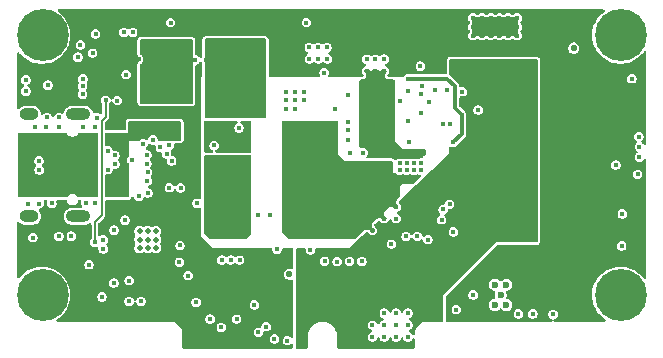
<source format=gbr>
%TF.GenerationSoftware,KiCad,Pcbnew,9.0.2*%
%TF.CreationDate,2026-02-15T12:31:08+01:00*%
%TF.ProjectId,PDNode-PDCard-5031,50444e6f-6465-42d5-9044-436172642d35,1.0.0*%
%TF.SameCoordinates,Original*%
%TF.FileFunction,Copper,L4,Inr*%
%TF.FilePolarity,Positive*%
%FSLAX46Y46*%
G04 Gerber Fmt 4.6, Leading zero omitted, Abs format (unit mm)*
G04 Created by KiCad (PCBNEW 9.0.2) date 2026-02-15 12:31:08*
%MOMM*%
%LPD*%
G01*
G04 APERTURE LIST*
%TA.AperFunction,ComponentPad*%
%ADD10C,0.700000*%
%TD*%
%TA.AperFunction,ComponentPad*%
%ADD11C,4.400000*%
%TD*%
%TA.AperFunction,HeatsinkPad*%
%ADD12C,0.500000*%
%TD*%
%TA.AperFunction,HeatsinkPad*%
%ADD13O,2.100000X1.000000*%
%TD*%
%TA.AperFunction,HeatsinkPad*%
%ADD14O,1.600000X1.000000*%
%TD*%
%TA.AperFunction,ComponentPad*%
%ADD15C,0.600000*%
%TD*%
%TA.AperFunction,ViaPad*%
%ADD16C,0.550000*%
%TD*%
%TA.AperFunction,ViaPad*%
%ADD17C,0.400000*%
%TD*%
%TA.AperFunction,Conductor*%
%ADD18C,0.350000*%
%TD*%
%TA.AperFunction,Conductor*%
%ADD19C,0.150000*%
%TD*%
G04 APERTURE END LIST*
D10*
%TO.N,GND*%
%TO.C,H3*%
X51500000Y31375000D03*
X50333274Y31858274D03*
X52666726Y31858274D03*
X49850000Y33025000D03*
D11*
X51500000Y33025000D03*
D10*
X53150000Y33025000D03*
X50333274Y34191726D03*
X52666726Y34191726D03*
X51500000Y34675000D03*
%TD*%
%TO.N,GND*%
%TO.C,H1*%
X2589229Y31371686D03*
X1422503Y31854960D03*
X3755955Y31854960D03*
X939229Y33021686D03*
D11*
X2589229Y33021686D03*
D10*
X4239229Y33021686D03*
X1422503Y34188412D03*
X3755955Y34188412D03*
X2589229Y34671686D03*
%TD*%
D12*
%TO.N,GND*%
%TO.C,IC2*%
X10775000Y16430000D03*
X10775000Y15730000D03*
X10775000Y15030000D03*
X11475000Y16430000D03*
X11475000Y15730000D03*
X11475000Y15030000D03*
X12175000Y16430000D03*
X12175000Y15730000D03*
X12175000Y15030000D03*
%TD*%
D13*
%TO.N,SHIELD*%
%TO.C,J1*%
X5605000Y26345000D03*
D14*
X1425000Y26345000D03*
D13*
X5605000Y17705000D03*
D14*
X1425000Y17705000D03*
%TD*%
D10*
%TO.N,GND*%
%TO.C,H2*%
X2619995Y9367466D03*
X1453269Y9850740D03*
X3786721Y9850740D03*
X969995Y11017466D03*
D11*
X2619995Y11017466D03*
D10*
X4269995Y11017466D03*
X1453269Y12184192D03*
X3786721Y12184192D03*
X2619995Y12667466D03*
%TD*%
D15*
%TO.N,GND*%
%TO.C,IC6*%
X40870000Y11910000D03*
X40870000Y10190000D03*
X41350000Y11050000D03*
X41830000Y11910000D03*
X41830000Y10190000D03*
%TD*%
D10*
%TO.N,GND*%
%TO.C,H4*%
X51500000Y9375000D03*
X50333274Y9858274D03*
X52666726Y9858274D03*
X49850000Y11025000D03*
D11*
X51500000Y11025000D03*
D10*
X53150000Y11025000D03*
X50333274Y12191726D03*
X52666726Y12191726D03*
X51500000Y12675000D03*
%TD*%
D16*
%TO.N,+24V*%
X24750000Y11500000D03*
X41000000Y28500000D03*
X31750000Y11500000D03*
X42250000Y17500000D03*
X39000000Y29500000D03*
X26750000Y9500000D03*
X25800000Y9500000D03*
X43000000Y29500000D03*
X40250000Y17500000D03*
X38000000Y30500000D03*
X42000000Y30500000D03*
X43000000Y30500000D03*
X42000000Y28500000D03*
X42250000Y16500000D03*
X27750000Y10500000D03*
X39250000Y17500000D03*
X37500000Y15500000D03*
X34750000Y10500000D03*
X41000000Y30500000D03*
X29750000Y11500000D03*
X29750000Y10500000D03*
X24750000Y9500000D03*
X43250000Y16500000D03*
X40000000Y30500000D03*
X25800000Y11500000D03*
X40250000Y16500000D03*
X30750000Y10500000D03*
X33750000Y10500000D03*
X27750000Y9500000D03*
X39000000Y30500000D03*
X42000000Y27500000D03*
X29750000Y9500000D03*
X35750000Y9500000D03*
X42000000Y29500000D03*
X34743530Y11500519D03*
X41250000Y16500000D03*
X43250000Y17500000D03*
X33750000Y11500000D03*
X35750000Y10500000D03*
X28750000Y9500000D03*
X40000000Y29500000D03*
X41000000Y29500000D03*
X41250000Y17500000D03*
X25800000Y10500000D03*
X38500000Y15500000D03*
X27750000Y11500000D03*
X34750000Y9500000D03*
X41000000Y27500000D03*
X43000000Y27500000D03*
X38000000Y29500000D03*
X32750000Y11500000D03*
X30750000Y11500000D03*
X32750000Y10500000D03*
X31750000Y10500000D03*
X24750000Y10500000D03*
X26750000Y11500000D03*
X39250000Y16500000D03*
X28750000Y10500000D03*
X28750000Y11500000D03*
X26750000Y10500000D03*
X43000000Y28500000D03*
D17*
%TO.N,GND*%
X32500000Y7500000D03*
X26664831Y31037565D03*
X25150000Y32000000D03*
X28600000Y23050000D03*
X3976821Y25291475D03*
X33400000Y22200000D03*
X23170727Y27504839D03*
X33500000Y8500000D03*
X33500000Y7500000D03*
X31500000Y9500000D03*
X1299809Y18771552D03*
X38100000Y28250000D03*
X13300000Y23700000D03*
X34000000Y22200000D03*
X25900000Y32000000D03*
X35189770Y15731521D03*
X6245000Y18825000D03*
X3950000Y16000000D03*
X28400000Y27950000D03*
X17700000Y8300000D03*
X25914831Y31037565D03*
X32100000Y15350000D03*
X2942044Y26075807D03*
X6801333Y31526681D03*
X1150000Y29250000D03*
X23920727Y28254839D03*
X37050000Y25500000D03*
X31500000Y8500000D03*
X29720000Y23100000D03*
X13500030Y22396439D03*
X1893632Y25291475D03*
X24670727Y28254839D03*
X1750000Y15900000D03*
X45800000Y9400000D03*
X44075000Y9445000D03*
X26446282Y13891533D03*
X27350000Y26800000D03*
X3360295Y18797270D03*
X27508860Y13869045D03*
X23170727Y26754839D03*
X34000000Y21600000D03*
X26650000Y32000000D03*
X10100000Y22500000D03*
X2299809Y18771552D03*
X30500000Y8500000D03*
X24900000Y34100000D03*
D16*
X47548253Y31945453D03*
D17*
X7600000Y10880000D03*
X23920727Y26754839D03*
X32500000Y9500000D03*
X37595000Y9800000D03*
X10900000Y10500000D03*
X5962500Y28700000D03*
X5974417Y29331608D03*
X32800000Y21600000D03*
X2893632Y25291475D03*
X53050000Y24450000D03*
X28548949Y13885911D03*
X8107924Y23250000D03*
X9900000Y10500000D03*
X11900488Y24172531D03*
X25164831Y31037565D03*
X5553226Y31174363D03*
X34614654Y28074701D03*
X32800000Y22200000D03*
X35250000Y27400000D03*
X11464007Y21422760D03*
X25250000Y14850000D03*
X6998867Y18804394D03*
X30500000Y7500000D03*
X33399260Y21614526D03*
X32500000Y8500000D03*
X23170727Y28254839D03*
X15579447Y10416321D03*
X34600000Y21600000D03*
X39450000Y26700000D03*
X9650000Y29700000D03*
X31500000Y7500000D03*
X28427075Y24162452D03*
X24670727Y27504839D03*
X33500000Y9500000D03*
X53100000Y23600000D03*
X3931534Y26070185D03*
X7028734Y25291475D03*
X32850000Y27450000D03*
X6028734Y25291475D03*
X29605904Y13880289D03*
X34682119Y28766220D03*
X5962499Y28044559D03*
X42850000Y9450000D03*
X36448237Y25473991D03*
X23920727Y27504839D03*
X7157418Y26041983D03*
X34600000Y22200000D03*
X52450000Y29350000D03*
X28400000Y25000000D03*
X8097331Y21646766D03*
X28400000Y25700000D03*
X13400000Y34100000D03*
X52950000Y21250000D03*
%TO.N,+24V_FILTERED*%
X30750000Y30000000D03*
X39750000Y34500000D03*
X31500000Y28500000D03*
X30750000Y29250000D03*
X42750000Y33000000D03*
X30000000Y28500000D03*
X40500000Y33000000D03*
X31500000Y23000000D03*
X42750000Y33750000D03*
X40500000Y34500000D03*
X33000000Y23000000D03*
X30000000Y29250000D03*
X39000000Y34500000D03*
X31500000Y31000000D03*
X42750000Y34500000D03*
X30750000Y27750000D03*
X42000000Y34500000D03*
X39750000Y33750000D03*
X32250000Y23000000D03*
X30750000Y31000000D03*
X31500000Y29250000D03*
X30750000Y24750000D03*
X30000000Y31000000D03*
X31500000Y23750000D03*
X30000000Y25500000D03*
X30000000Y27750000D03*
X42000000Y33000000D03*
X31500000Y27750000D03*
X31500000Y26250000D03*
X39000000Y33000000D03*
X39000000Y33750000D03*
X30750000Y28500000D03*
X42000000Y33750000D03*
X40500000Y33750000D03*
X31500000Y27000000D03*
X41250000Y33000000D03*
X30750000Y24000000D03*
X31500000Y30000000D03*
X30000000Y30000000D03*
X39750000Y33000000D03*
X30000000Y24750000D03*
X41250000Y34500000D03*
X30000000Y27000000D03*
X32250000Y23750000D03*
X30000000Y24000000D03*
X41250000Y33750000D03*
X30750000Y27000000D03*
%TO.N,+3.54V*%
X38050000Y26300000D03*
X37350000Y16390000D03*
X33500000Y29350000D03*
X37325000Y23950000D03*
%TO.N,+3.3V*%
X18796603Y10202332D03*
X22150000Y10750000D03*
X45750000Y12500000D03*
X46495558Y11751589D03*
X45000000Y13250000D03*
X5900000Y34150000D03*
X18028611Y10191739D03*
X7600000Y9900000D03*
X45750000Y11750000D03*
X45750000Y13250000D03*
X46500000Y13250000D03*
X46495558Y12505736D03*
X10700000Y31000000D03*
X45000000Y12500000D03*
X16600000Y12200000D03*
X51000000Y20600000D03*
X12420000Y33400000D03*
%TO.N,/Project Architecture/Adjustable 5A Buck Converter/PMIC_VOUT*%
X29500000Y20500000D03*
X30500000Y19500000D03*
X28500000Y20500000D03*
X30500000Y18500000D03*
X30500000Y16500000D03*
X32500000Y17500000D03*
X24500000Y16500000D03*
X26500000Y18500000D03*
X26500000Y17500000D03*
X23500000Y17500000D03*
X29500000Y19500000D03*
X27500000Y16500000D03*
X35829617Y28412824D03*
X28500000Y16500000D03*
X25500000Y21500000D03*
X23500000Y19500000D03*
X29500000Y21500000D03*
X26500000Y23500000D03*
X30500000Y21500000D03*
X25500000Y16500000D03*
X29500000Y17500000D03*
X32500000Y20500000D03*
X27500000Y20500000D03*
X26500000Y22500000D03*
X26500000Y21500000D03*
X28500000Y21500000D03*
X32500000Y18500000D03*
X27500000Y17500000D03*
X25500000Y20500000D03*
X29500000Y18500000D03*
X21800000Y17800000D03*
X29500000Y16500000D03*
X27500000Y18500000D03*
X24500000Y19500000D03*
X25500000Y18500000D03*
X26500000Y16500000D03*
X31500000Y17500000D03*
X31500000Y18500000D03*
X28500000Y17500000D03*
X23500000Y18500000D03*
X24500000Y18500000D03*
X25500000Y19500000D03*
X27500000Y21500000D03*
X23500000Y16500000D03*
X32500000Y19500000D03*
X26500000Y20500000D03*
X31500000Y19500000D03*
X30500000Y20500000D03*
X30500000Y17500000D03*
X24500000Y17500000D03*
X26500000Y19500000D03*
X28500000Y19500000D03*
X31500000Y20500000D03*
X25500000Y17500000D03*
X28500000Y18500000D03*
X25500000Y22500000D03*
X27500000Y19500000D03*
X25500000Y23500000D03*
X33350000Y16000000D03*
%TO.N,SHIELD*%
X3005622Y28794977D03*
%TO.N,+5V*%
X17750000Y14000000D03*
D16*
X23463944Y12800000D03*
D17*
X19250000Y14000000D03*
X18500000Y14000000D03*
%TO.N,+5VA*%
X34614654Y26425945D03*
%TO.N,Net-(IC3-A0)*%
X5775000Y32210000D03*
%TO.N,Net-(IC3-A1)*%
X7050000Y33150000D03*
%TO.N,/Project Architecture/USB-PD Source Controller/VDD_PD*%
X9900000Y12260000D03*
%TO.N,/Project Architecture/USB-PD Source Controller/USB_D+*%
X8701132Y22130513D03*
X13065717Y22982585D03*
X2286758Y21631720D03*
X11410707Y22159239D03*
%TO.N,PGOOD_3V3*%
X39031491Y11045295D03*
X53100000Y22700000D03*
X20840892Y7873036D03*
%TO.N,Net-(JP1-C)*%
X16750000Y9000000D03*
%TO.N,/Project Architecture/USB-PD Source Controller/USB_D-*%
X8690539Y22857898D03*
X11386758Y22888282D03*
X2265572Y22389119D03*
X12532536Y23536952D03*
%TO.N,/Project Architecture/USB-PD Source Controller/CC2*%
X11446401Y20699596D03*
X14250022Y20107490D03*
%TO.N,/Project Architecture/USB-PD Source Controller/CC1*%
X11100000Y23850000D03*
X13300000Y20120000D03*
%TO.N,/Project Architecture/USB-PD Source Controller/VBUS_MEA*%
X21000000Y29500000D03*
X18000000Y31500000D03*
X20000000Y30500000D03*
X21000000Y32500000D03*
X18000000Y29500000D03*
X18000000Y32500000D03*
X7900000Y27550000D03*
X16392496Y30961700D03*
X7000000Y15500000D03*
X18000000Y30500000D03*
X19000000Y27500000D03*
X20998463Y30488307D03*
X19000000Y26500000D03*
X17000000Y29500000D03*
X17000000Y28500000D03*
X20000000Y28500000D03*
X19000000Y30500000D03*
X20000000Y31500000D03*
X21000000Y28500000D03*
X18000000Y26500000D03*
X21000000Y27500000D03*
X18000000Y28500000D03*
X20000000Y32500000D03*
X19000000Y31500000D03*
X21000000Y31500000D03*
X19000000Y28500000D03*
X17000000Y27500000D03*
X17000000Y31500000D03*
X21000000Y26500000D03*
X17000000Y30500000D03*
X17000000Y26500000D03*
X19000000Y29500000D03*
X20000000Y26500000D03*
X19000000Y32500000D03*
X17000000Y32500000D03*
X20000000Y29500000D03*
X20000000Y27500000D03*
X18000000Y27500000D03*
%TO.N,/Project Architecture/USB-PD Source Controller/DISCHRG*%
X26400000Y29850000D03*
X11475000Y19675000D03*
%TO.N,/Project Architecture/Adjustable 5A Buck Converter/PD_SCL*%
X37025000Y18735000D03*
X8614870Y16524871D03*
%TO.N,/Project Architecture/Adjustable 5A Buck Converter/PD_ADD*%
X33500000Y28300000D03*
X33536657Y25800000D03*
%TO.N,/Project Architecture/Adjustable 5A Buck Converter/PMIC_ENABLE*%
X51100000Y22044243D03*
X34550000Y30410000D03*
X20500000Y10200000D03*
X33550000Y23950000D03*
X15650000Y18800000D03*
%TO.N,/Project Architecture/Adjustable 5A Buck Converter/PD_SDA*%
X36481812Y18278189D03*
X9548231Y17370563D03*
%TO.N,/Project Architecture/Adjustable 5A Buck Converter/PD_ALT*%
X36350000Y17410000D03*
X7700000Y15700000D03*
%TO.N,/Project Architecture/USB-PD Source Controller/VDRV*%
X19200000Y25188223D03*
X10712905Y19397682D03*
X17100000Y23700000D03*
%TO.N,/Project Architecture/USB-PD Source Controller/I2C_SDCL*%
X8600000Y12050000D03*
X10200000Y33275000D03*
%TO.N,/Project Architecture/USB-PD Source Controller/PD_ATTACH*%
X14890000Y12680000D03*
%TO.N,/Project Architecture/USB-PD Source Controller/I2C_SDA*%
X14200000Y15230000D03*
X9450000Y33275000D03*
X6500000Y13600000D03*
%TO.N,/Project Architecture/USB-PD Source Controller/PD_ENABLE*%
X51600000Y15200000D03*
X14150000Y13805000D03*
X22200000Y7325000D03*
%TO.N,/Project Architecture/USB-PD Source Controller/VBUS*%
X14000000Y32500000D03*
X14000000Y31500000D03*
X7048301Y19637709D03*
X2274329Y20782903D03*
X15000000Y28500000D03*
X14000000Y27500000D03*
X13000000Y24500000D03*
X11000000Y27500000D03*
X15000000Y32500000D03*
X9557231Y20574378D03*
X9108429Y19611367D03*
X2273057Y19605652D03*
X14000000Y30500000D03*
X11000000Y29500000D03*
X13000000Y27500000D03*
X13000000Y28500000D03*
X12000000Y31500000D03*
X7000000Y24500000D03*
X15000000Y31500000D03*
X11000000Y25500000D03*
X13000000Y29500000D03*
X2000000Y23500000D03*
X6000000Y24500000D03*
X13000000Y25500000D03*
X15000000Y27500000D03*
X3384110Y20632467D03*
X14000000Y29500000D03*
X1273057Y19605652D03*
X8900000Y27500000D03*
X15510771Y30950000D03*
X11007944Y24597986D03*
X1274329Y20782903D03*
X15000000Y29500000D03*
X2000000Y24500000D03*
X4384110Y20632467D03*
X12000000Y32500000D03*
X13000000Y30500000D03*
X8095575Y24494378D03*
X14000000Y25500000D03*
X4003167Y23498734D03*
X11000000Y28500000D03*
X3368868Y19611685D03*
X12000000Y30500000D03*
X12000000Y28500000D03*
X13000000Y32500000D03*
X3000000Y24500000D03*
X8108429Y19611367D03*
X4000000Y24500000D03*
X13000000Y31500000D03*
X12000000Y29500000D03*
X10000000Y24500000D03*
X12000000Y27500000D03*
X15000000Y30500000D03*
X4800000Y23700000D03*
X10000000Y25500000D03*
X6245000Y19625000D03*
X3003167Y23498734D03*
X8557231Y20574378D03*
X14000000Y28500000D03*
X12000000Y25500000D03*
%TO.N,/Project Architecture/Board Connector and Supplies/PORT_EN*%
X7700000Y14950000D03*
X21496071Y8353930D03*
%TO.N,/Project Architecture/Board Connector and Supplies/VBUS_VMON_PORT0*%
X5000000Y16023250D03*
X19000000Y9000000D03*
X23297751Y7170273D03*
%TO.N,/Project Architecture/Board Connector and Supplies/PMIC_VMON_PORT0*%
X22412847Y14892435D03*
%TO.N,Net-(PMFB1-Pad1)*%
X36822536Y28412858D03*
%TO.N,/Project Architecture/USB-PD Source Controller/V_PMIC_OUT*%
X18000000Y20500000D03*
X18000000Y22500000D03*
X18000000Y16500000D03*
X19000000Y22500000D03*
X20800000Y17800000D03*
X19000000Y20500000D03*
X34300000Y16000000D03*
X17000000Y21500000D03*
X17000000Y19500000D03*
X18000000Y17500000D03*
X20000000Y18500000D03*
X17996071Y18518011D03*
X17000000Y20500000D03*
X19991976Y16522107D03*
X17000000Y17500000D03*
X20000000Y19500000D03*
X19000000Y17500000D03*
X20000000Y17500000D03*
X18000000Y21500000D03*
X17000000Y18500000D03*
X19000000Y21500000D03*
X18000000Y19500000D03*
X19000000Y18500000D03*
X17000000Y16500000D03*
X17000000Y22500000D03*
X19000000Y19500000D03*
X19000000Y16500000D03*
%TO.N,/Project Architecture/USB-PD Source Controller/T3T4DS*%
X19039034Y23713856D03*
X18401620Y23713856D03*
X17753582Y25201157D03*
X17085417Y24509662D03*
X17100000Y25200000D03*
X16500000Y25200000D03*
X17800000Y23697920D03*
X19703239Y23715013D03*
X16478984Y24441571D03*
X19700000Y24446882D03*
X18400000Y25200000D03*
X19049657Y24462818D03*
%TO.N,Net-(D2-Pad2)*%
X51650000Y17900000D03*
X1150000Y28300000D03*
%TD*%
D18*
%TO.N,+3.54V*%
X38050000Y24675000D02*
X37325000Y23950000D01*
X36829907Y29350000D02*
X37480322Y28699585D01*
X37480322Y28699585D02*
X37480322Y26869678D01*
X38050000Y26300000D02*
X38050000Y24675000D01*
X37480322Y26869678D02*
X38050000Y26300000D01*
X33500000Y29350000D02*
X36829907Y29350000D01*
D19*
%TO.N,/Project Architecture/USB-PD Source Controller/VBUS_MEA*%
X7000000Y15500000D02*
X7000000Y17200000D01*
X7900000Y26097545D02*
X7900000Y27550000D01*
X7574000Y17774000D02*
X7574000Y25771545D01*
X7000000Y17200000D02*
X7574000Y17774000D01*
X7574000Y25771545D02*
X7900000Y26097545D01*
%TD*%
%TA.AperFunction,Conductor*%
%TO.N,/Project Architecture/USB-PD Source Controller/VBUS*%
G36*
X4635758Y24749182D02*
G01*
X4676105Y24706868D01*
X4724505Y24623036D01*
X4813036Y24534505D01*
X4921464Y24471905D01*
X5042399Y24439500D01*
X5042401Y24439500D01*
X5167599Y24439500D01*
X5167601Y24439500D01*
X5288536Y24471905D01*
X5396964Y24534505D01*
X5485495Y24623036D01*
X5533894Y24706868D01*
X5584460Y24755082D01*
X5641281Y24768867D01*
X7171300Y24768867D01*
X7238339Y24749182D01*
X7284094Y24696378D01*
X7295300Y24644867D01*
X7295300Y19424000D01*
X7275615Y19356961D01*
X7222811Y19311206D01*
X7171300Y19300000D01*
X5630389Y19300000D01*
X5563350Y19319685D01*
X5523002Y19362000D01*
X5485497Y19426961D01*
X5485493Y19426966D01*
X5396965Y19515494D01*
X5396964Y19515495D01*
X5288536Y19578095D01*
X5288537Y19578095D01*
X5248224Y19588897D01*
X5167601Y19610500D01*
X5042399Y19610500D01*
X4961775Y19588897D01*
X4921463Y19578095D01*
X4813037Y19515496D01*
X4813034Y19515494D01*
X4724506Y19426966D01*
X4724502Y19426961D01*
X4686998Y19362000D01*
X4636432Y19313785D01*
X4579611Y19300000D01*
X624000Y19300000D01*
X556961Y19319685D01*
X511206Y19372489D01*
X500000Y19424000D01*
X500000Y22442267D01*
X1861872Y22442267D01*
X1861872Y22335971D01*
X1889383Y22233296D01*
X1942531Y22141241D01*
X1942533Y22141239D01*
X1996264Y22087508D01*
X2029749Y22026185D01*
X2024765Y21956493D01*
X1996265Y21912147D01*
X1963720Y21879602D01*
X1963715Y21879595D01*
X1910570Y21787546D01*
X1910570Y21787545D01*
X1910569Y21787543D01*
X1883058Y21684868D01*
X1883058Y21578572D01*
X1910569Y21475897D01*
X1963717Y21383842D01*
X2038880Y21308679D01*
X2130935Y21255531D01*
X2233610Y21228020D01*
X2233612Y21228020D01*
X2339904Y21228020D01*
X2339906Y21228020D01*
X2442581Y21255531D01*
X2534636Y21308679D01*
X2609799Y21383842D01*
X2662947Y21475897D01*
X2690458Y21578572D01*
X2690458Y21684868D01*
X2662947Y21787543D01*
X2609799Y21879598D01*
X2556065Y21933332D01*
X2522580Y21994655D01*
X2527564Y22064347D01*
X2556064Y22108693D01*
X2588613Y22141241D01*
X2641761Y22233296D01*
X2669272Y22335971D01*
X2669272Y22442267D01*
X2641761Y22544942D01*
X2588613Y22636997D01*
X2513450Y22712160D01*
X2421395Y22765308D01*
X2318720Y22792819D01*
X2212424Y22792819D01*
X2109749Y22765308D01*
X2109747Y22765307D01*
X2109746Y22765307D01*
X2017697Y22712162D01*
X2017691Y22712158D01*
X1942533Y22637000D01*
X1942529Y22636994D01*
X1889384Y22544945D01*
X1889384Y22544944D01*
X1889383Y22544942D01*
X1861872Y22442267D01*
X500000Y22442267D01*
X500000Y24644867D01*
X519685Y24711906D01*
X572489Y24757661D01*
X624000Y24768867D01*
X4568719Y24768867D01*
X4635758Y24749182D01*
G37*
%TD.AperFunction*%
%TA.AperFunction,Conductor*%
G36*
X9800000Y24100000D02*
G01*
X9900000Y24100000D01*
X9900000Y22920930D01*
X9880315Y22853891D01*
X9857532Y22829125D01*
X9857869Y22828788D01*
X9776958Y22747877D01*
X9776957Y22747875D01*
X9723812Y22655826D01*
X9723812Y22655825D01*
X9723811Y22655823D01*
X9696300Y22553148D01*
X9696300Y22446852D01*
X9723811Y22344177D01*
X9723812Y22344176D01*
X9723812Y22344175D01*
X9728548Y22335972D01*
X9776959Y22252122D01*
X9776961Y22252120D01*
X9857869Y22171212D01*
X9856810Y22170154D01*
X9892686Y22121029D01*
X9900000Y22079072D01*
X9900000Y19424000D01*
X9880315Y19356961D01*
X9827511Y19311206D01*
X9776000Y19300000D01*
X7976700Y19300000D01*
X7909661Y19319685D01*
X7863906Y19372489D01*
X7852700Y19424000D01*
X7852700Y21132774D01*
X7872385Y21199813D01*
X7925189Y21245568D01*
X7994347Y21255512D01*
X8008784Y21252551D01*
X8044183Y21243066D01*
X8044185Y21243066D01*
X8150477Y21243066D01*
X8150479Y21243066D01*
X8253154Y21270577D01*
X8345209Y21323725D01*
X8420372Y21398888D01*
X8473520Y21490943D01*
X8501031Y21593618D01*
X8501031Y21604766D01*
X8520716Y21671805D01*
X8573520Y21717560D01*
X8641225Y21727704D01*
X8647979Y21726815D01*
X8647984Y21726813D01*
X8647989Y21726813D01*
X8754278Y21726813D01*
X8754280Y21726813D01*
X8856955Y21754324D01*
X8949010Y21807472D01*
X9024173Y21882635D01*
X9077321Y21974690D01*
X9104832Y22077365D01*
X9104832Y22183661D01*
X9077321Y22286336D01*
X9024173Y22378391D01*
X8990743Y22411821D01*
X8957258Y22473144D01*
X8962242Y22542836D01*
X8990743Y22587183D01*
X9013580Y22610020D01*
X9066728Y22702075D01*
X9094239Y22804750D01*
X9094239Y22911046D01*
X9066728Y23013721D01*
X9013580Y23105776D01*
X8938417Y23180939D01*
X8846362Y23234087D01*
X8743687Y23261598D01*
X8637391Y23261598D01*
X8637390Y23261598D01*
X8634472Y23261214D01*
X8632010Y23261598D01*
X8629264Y23261598D01*
X8629264Y23262027D01*
X8565437Y23271983D01*
X8513183Y23318365D01*
X8498519Y23352057D01*
X8484113Y23405823D01*
X8430965Y23497878D01*
X8355802Y23573041D01*
X8263747Y23626189D01*
X8161072Y23653700D01*
X8054776Y23653700D01*
X8008792Y23641380D01*
X7938943Y23643042D01*
X7881080Y23682205D01*
X7853577Y23746434D01*
X7852700Y23761154D01*
X7852700Y24644867D01*
X7872385Y24711906D01*
X7925189Y24757661D01*
X7976700Y24768867D01*
X9800000Y24768867D01*
X9800000Y24100000D01*
G37*
%TD.AperFunction*%
%TD*%
%TA.AperFunction,Conductor*%
%TO.N,/Project Architecture/USB-PD Source Controller/T3T4DS*%
G36*
X16424000Y25791300D02*
G01*
X16424003Y25791300D01*
X18974384Y25791300D01*
X19041423Y25771615D01*
X19087178Y25718811D01*
X19097122Y25649653D01*
X19068097Y25586097D01*
X19036384Y25559913D01*
X18952125Y25511266D01*
X18952119Y25511262D01*
X18876961Y25436104D01*
X18876957Y25436098D01*
X18823812Y25344049D01*
X18823812Y25344048D01*
X18823811Y25344046D01*
X18796300Y25241371D01*
X18796300Y25135075D01*
X18823811Y25032400D01*
X18876959Y24940345D01*
X18952122Y24865182D01*
X19044177Y24812034D01*
X19146852Y24784523D01*
X19146854Y24784523D01*
X19253146Y24784523D01*
X19253148Y24784523D01*
X19355823Y24812034D01*
X19447878Y24865182D01*
X19523041Y24940345D01*
X19576189Y25032400D01*
X19603700Y25135075D01*
X19603700Y25241371D01*
X19576189Y25344046D01*
X19523041Y25436101D01*
X19447878Y25511264D01*
X19404556Y25536276D01*
X19363616Y25559913D01*
X19315400Y25610480D01*
X19302178Y25679087D01*
X19328146Y25743952D01*
X19385060Y25784480D01*
X19425616Y25791300D01*
X20126000Y25791300D01*
X20193039Y25771615D01*
X20238794Y25718811D01*
X20250000Y25667300D01*
X20250000Y23207564D01*
X20230315Y23140525D01*
X20177511Y23094770D01*
X20126000Y23083564D01*
X17299204Y23083564D01*
X17232165Y23103249D01*
X17186410Y23156053D01*
X17176466Y23225211D01*
X17205491Y23288767D01*
X17251756Y23322127D01*
X17255814Y23323809D01*
X17255823Y23323811D01*
X17347878Y23376959D01*
X17423041Y23452122D01*
X17476189Y23544177D01*
X17503700Y23646852D01*
X17503700Y23753148D01*
X17476189Y23855823D01*
X17423041Y23947878D01*
X17347878Y24023041D01*
X17255823Y24076189D01*
X17153148Y24103700D01*
X17046852Y24103700D01*
X16944177Y24076189D01*
X16944175Y24076188D01*
X16944174Y24076188D01*
X16852125Y24023043D01*
X16852119Y24023039D01*
X16776961Y23947881D01*
X16776957Y23947875D01*
X16723812Y23855826D01*
X16723812Y23855825D01*
X16723811Y23855823D01*
X16696300Y23753148D01*
X16696300Y23646852D01*
X16723811Y23544177D01*
X16776959Y23452122D01*
X16852122Y23376959D01*
X16944177Y23323811D01*
X16944182Y23323810D01*
X16948244Y23322127D01*
X16951151Y23319785D01*
X16951216Y23319747D01*
X16951210Y23319737D01*
X17002649Y23278288D01*
X17024717Y23211995D01*
X17007441Y23144295D01*
X16956305Y23096682D01*
X16900796Y23083564D01*
X16374000Y23083564D01*
X16306961Y23103249D01*
X16261206Y23156053D01*
X16250000Y23207564D01*
X16250000Y25673214D01*
X16269685Y25740253D01*
X16322489Y25786008D01*
X16391645Y25795952D01*
X16424000Y25791300D01*
G37*
%TD.AperFunction*%
%TD*%
%TA.AperFunction,Conductor*%
%TO.N,/Project Architecture/USB-PD Source Controller/VBUS_MEA*%
G36*
X21443039Y32749182D02*
G01*
X21488794Y32696378D01*
X21500000Y32644867D01*
X21500000Y26124000D01*
X21480315Y26056961D01*
X21427511Y26011206D01*
X21376000Y26000000D01*
X16424000Y26000000D01*
X16356961Y26019685D01*
X16311206Y26072489D01*
X16300000Y26124000D01*
X16300000Y32644867D01*
X16319685Y32711906D01*
X16372489Y32757661D01*
X16424000Y32768867D01*
X21376000Y32768867D01*
X21443039Y32749182D01*
G37*
%TD.AperFunction*%
%TD*%
%TA.AperFunction,Conductor*%
%TO.N,/Project Architecture/USB-PD Source Controller/V_PMIC_OUT*%
G36*
X17160964Y22909941D02*
G01*
X17173366Y22903003D01*
X17240405Y22883318D01*
X17240409Y22883318D01*
X17240411Y22883317D01*
X17249912Y22881952D01*
X17299204Y22874864D01*
X17299207Y22874864D01*
X20126000Y22874864D01*
X20193039Y22855179D01*
X20238794Y22802375D01*
X20250000Y22750864D01*
X20250000Y16301362D01*
X20230315Y16234323D01*
X20213681Y16213681D01*
X19786319Y15786319D01*
X19724996Y15752834D01*
X19698638Y15750000D01*
X18500000Y15750000D01*
X16801362Y15750000D01*
X16734323Y15769685D01*
X16713681Y15786319D01*
X16286319Y16213681D01*
X16252834Y16275004D01*
X16250000Y16301362D01*
X16250000Y22750864D01*
X16269685Y22817903D01*
X16322489Y22863658D01*
X16374000Y22874864D01*
X16900790Y22874864D01*
X16900796Y22874864D01*
X16948794Y22880458D01*
X17004303Y22893576D01*
X17018167Y22897361D01*
X17038243Y22908999D01*
X17106113Y22925590D01*
X17160964Y22909941D01*
G37*
%TD.AperFunction*%
%TD*%
%TA.AperFunction,Conductor*%
%TO.N,/Project Architecture/Adjustable 5A Buck Converter/PMIC_VOUT*%
G36*
X27543039Y25780315D02*
G01*
X27588794Y25727511D01*
X27600000Y25676000D01*
X27600000Y23000000D01*
X28200000Y22400000D01*
X32076000Y22400000D01*
X32143039Y22380315D01*
X32188794Y22327511D01*
X32200000Y22276000D01*
X32200000Y21400000D01*
X32379071Y21400000D01*
X32446110Y21380315D01*
X32470875Y21357533D01*
X32471212Y21357869D01*
X32476959Y21352122D01*
X32552122Y21276959D01*
X32644177Y21223811D01*
X32746852Y21196300D01*
X32746854Y21196300D01*
X32853146Y21196300D01*
X32853148Y21196300D01*
X32955823Y21223811D01*
X33047878Y21276959D01*
X33047882Y21276964D01*
X33050208Y21278306D01*
X33118108Y21294779D01*
X33174208Y21278307D01*
X33243437Y21238337D01*
X33346112Y21210826D01*
X33346114Y21210826D01*
X33452406Y21210826D01*
X33452408Y21210826D01*
X33555083Y21238337D01*
X33625052Y21278734D01*
X33692949Y21295206D01*
X33749050Y21278733D01*
X33752121Y21276960D01*
X33752122Y21276959D01*
X33844177Y21223811D01*
X33946852Y21196300D01*
X33946854Y21196300D01*
X34053146Y21196300D01*
X34053148Y21196300D01*
X34155823Y21223811D01*
X34238000Y21271257D01*
X34242683Y21272393D01*
X34246264Y21275621D01*
X34276307Y21280550D01*
X34305900Y21287729D01*
X34311767Y21286367D01*
X34315212Y21286932D01*
X34328472Y21282490D01*
X34349267Y21277662D01*
X34355813Y21274828D01*
X34444177Y21223811D01*
X34521499Y21203093D01*
X34529863Y21199472D01*
X34549990Y21182718D01*
X34572350Y21169089D01*
X34576414Y21160723D01*
X34583563Y21154772D01*
X34591437Y21129796D01*
X34602879Y21106242D01*
X34601774Y21097008D01*
X34604572Y21088135D01*
X34597692Y21062865D01*
X34594584Y21036867D01*
X34588083Y21027570D01*
X34586219Y21020719D01*
X34578305Y21013583D01*
X34565581Y20995382D01*
X33968799Y20433703D01*
X33906490Y20402091D01*
X33883814Y20400000D01*
X32999999Y20400000D01*
X32800000Y20200001D01*
X32800000Y19387235D01*
X32780315Y19320196D01*
X32760985Y19296938D01*
X32607786Y19152751D01*
X32576978Y19116251D01*
X32576977Y19116249D01*
X32545773Y19069273D01*
X32538529Y19057546D01*
X32538528Y19057543D01*
X32511455Y18968701D01*
X32511455Y18968698D01*
X32506471Y18899012D01*
X32506210Y18873478D01*
X32511507Y18854733D01*
X32531468Y18784098D01*
X32564953Y18722775D01*
X32564954Y18722773D01*
X32600544Y18675230D01*
X32600548Y18675225D01*
X32600551Y18675222D01*
X32600560Y18675213D01*
X32644495Y18631278D01*
X32664201Y18605598D01*
X32673547Y18589411D01*
X32685936Y18559503D01*
X32690775Y18541444D01*
X32695000Y18509350D01*
X32695000Y18490652D01*
X32690775Y18458558D01*
X32685936Y18440499D01*
X32673547Y18410591D01*
X32664201Y18394404D01*
X32644496Y18368725D01*
X32631275Y18355504D01*
X32605593Y18335797D01*
X32580057Y18321054D01*
X32560012Y18311755D01*
X32554067Y18309618D01*
X32554051Y18309612D01*
X32549093Y18307347D01*
X32515928Y18302581D01*
X32482887Y18297018D01*
X32480910Y18297548D01*
X32479934Y18297407D01*
X32448794Y18306147D01*
X32445559Y18307532D01*
X32443864Y18308258D01*
X32430666Y18314863D01*
X32394401Y18335800D01*
X32368721Y18355506D01*
X32315166Y18409061D01*
X32310685Y18413784D01*
X32301422Y18424075D01*
X32300621Y18424713D01*
X32300614Y18424719D01*
X32298115Y18426711D01*
X32298114Y18426712D01*
X32246785Y18467620D01*
X32246764Y18467635D01*
X32225882Y18482282D01*
X32225876Y18482285D01*
X32137896Y18512037D01*
X32137890Y18512039D01*
X32068390Y18519131D01*
X32051379Y18519820D01*
X32042877Y18520164D01*
X32042876Y18520164D01*
X32042874Y18520164D01*
X31952773Y18497627D01*
X31890474Y18466021D01*
X31890466Y18466016D01*
X31841859Y18431877D01*
X31572324Y18178197D01*
X31561369Y18167089D01*
X31548906Y18153467D01*
X31548905Y18153465D01*
X31509131Y18090153D01*
X31509129Y18090150D01*
X31509128Y18090147D01*
X31483170Y18025312D01*
X31483162Y18025291D01*
X31475142Y18001060D01*
X31475141Y18001054D01*
X31471980Y17908231D01*
X31471981Y17908227D01*
X31485204Y17839610D01*
X31491557Y17814896D01*
X31491558Y17814893D01*
X31539086Y17735095D01*
X31565427Y17707469D01*
X31587303Y17684525D01*
X31587307Y17684521D01*
X31599958Y17674573D01*
X31610981Y17664792D01*
X31644499Y17631274D01*
X31664203Y17605594D01*
X31678944Y17580061D01*
X31688243Y17560016D01*
X31690380Y17554071D01*
X31690385Y17554059D01*
X31690386Y17554057D01*
X31692169Y17550152D01*
X31692650Y17549100D01*
X31697421Y17515914D01*
X31702979Y17482870D01*
X31702454Y17480912D01*
X31702594Y17479941D01*
X31693846Y17448778D01*
X31691735Y17443848D01*
X31685133Y17430660D01*
X31678476Y17419129D01*
X31664201Y17394404D01*
X31644495Y17368724D01*
X31631275Y17355504D01*
X31605596Y17335799D01*
X31589409Y17326453D01*
X31559501Y17314065D01*
X31541440Y17309225D01*
X31509348Y17305000D01*
X31490651Y17305000D01*
X31458559Y17309225D01*
X31440497Y17314065D01*
X31410593Y17326451D01*
X31410590Y17326453D01*
X31394403Y17335799D01*
X31368723Y17355504D01*
X31355501Y17368726D01*
X31336876Y17393005D01*
X31336701Y17392898D01*
X31336008Y17394039D01*
X31335992Y17394067D01*
X31331187Y17401979D01*
X31331179Y17401991D01*
X31331166Y17402013D01*
X31325280Y17411237D01*
X31325276Y17411241D01*
X31325273Y17411247D01*
X31279413Y17462191D01*
X31224774Y17505737D01*
X31224768Y17505741D01*
X31224759Y17505748D01*
X31203877Y17520395D01*
X31203871Y17520398D01*
X31115891Y17550150D01*
X31115885Y17550152D01*
X31046385Y17557244D01*
X31029374Y17557933D01*
X31020872Y17558277D01*
X31020871Y17558277D01*
X31020869Y17558277D01*
X30930768Y17535740D01*
X30868465Y17504132D01*
X30819853Y17469989D01*
X30533575Y17200552D01*
X30522644Y17189466D01*
X30510165Y17175827D01*
X30510164Y17175826D01*
X30470394Y17112518D01*
X30470392Y17112514D01*
X30444418Y17047635D01*
X30436403Y17023417D01*
X30436402Y17023410D01*
X30433244Y16930593D01*
X30433245Y16930587D01*
X30446466Y16861988D01*
X30446475Y16861947D01*
X30452819Y16837265D01*
X30452821Y16837260D01*
X30452822Y16837257D01*
X30500350Y16757459D01*
X30548565Y16706891D01*
X30548566Y16706890D01*
X30548568Y16706888D01*
X30595252Y16670176D01*
X30595261Y16670169D01*
X30605600Y16664200D01*
X30631276Y16644497D01*
X30644496Y16631277D01*
X30664201Y16605598D01*
X30673547Y16589411D01*
X30685935Y16559506D01*
X30690560Y16542243D01*
X30690775Y16541444D01*
X30695000Y16509350D01*
X30695000Y16490651D01*
X30690773Y16458552D01*
X30685934Y16440496D01*
X30673548Y16410594D01*
X30664200Y16394403D01*
X30644494Y16368723D01*
X30631275Y16355504D01*
X30605596Y16335799D01*
X30589409Y16326453D01*
X30559501Y16314065D01*
X30541440Y16309225D01*
X30509348Y16305000D01*
X30490651Y16305000D01*
X30458559Y16309225D01*
X30440497Y16314065D01*
X30410593Y16326451D01*
X30410590Y16326453D01*
X30394403Y16335799D01*
X30368723Y16355504D01*
X30355503Y16368724D01*
X30335796Y16394406D01*
X30313996Y16432165D01*
X30313990Y16432176D01*
X30309186Y16440087D01*
X30303271Y16449357D01*
X30257409Y16500304D01*
X30205789Y16541444D01*
X30202779Y16543843D01*
X30202755Y16543861D01*
X30181873Y16558508D01*
X30181867Y16558511D01*
X30093887Y16588263D01*
X30093881Y16588265D01*
X30024381Y16595357D01*
X30007370Y16596046D01*
X29998868Y16596390D01*
X29998867Y16596390D01*
X29998865Y16596390D01*
X29908764Y16573853D01*
X29846459Y16542244D01*
X29797847Y16508101D01*
X29475933Y16205123D01*
X29285269Y16025674D01*
X29081300Y15833703D01*
X29018991Y15802091D01*
X28996315Y15800000D01*
X23401362Y15800000D01*
X23334323Y15819685D01*
X23313681Y15836319D01*
X22836319Y16313681D01*
X22802834Y16375004D01*
X22800000Y16401362D01*
X22800000Y25676000D01*
X22819685Y25743039D01*
X22872489Y25788794D01*
X22924000Y25800000D01*
X27476000Y25800000D01*
X27543039Y25780315D01*
G37*
%TD.AperFunction*%
%TD*%
%TA.AperFunction,Conductor*%
%TO.N,+24V_FILTERED*%
G36*
X30035674Y30198213D02*
G01*
X30036570Y30198255D01*
X30039025Y30197272D01*
X30051213Y30193852D01*
X30056162Y30191733D01*
X30069324Y30185144D01*
X30105597Y30164202D01*
X30131276Y30144497D01*
X30139746Y30136027D01*
X30151671Y30126417D01*
X30156141Y30122815D01*
X30159613Y30119911D01*
X30163586Y30116463D01*
X30167016Y30112933D01*
X30168841Y30111902D01*
X30169928Y30110959D01*
X30205062Y30088380D01*
X30205083Y30088367D01*
X30218835Y30079529D01*
X30227937Y30074002D01*
X30228060Y30073965D01*
X30228061Y30073964D01*
X30235981Y30071551D01*
X30247439Y30067384D01*
X30247884Y30067252D01*
X30247885Y30067251D01*
X30257657Y30064337D01*
X30306917Y30049648D01*
X30306918Y30049648D01*
X30314838Y30047286D01*
X30314849Y30047284D01*
X30314854Y30047282D01*
X30324664Y30045000D01*
X30339722Y30041497D01*
X30372798Y30043387D01*
X30372766Y30042928D01*
X30386457Y30041948D01*
X30412002Y30041687D01*
X30429475Y30046625D01*
X30432451Y30046795D01*
X30436822Y30048059D01*
X30442365Y30049661D01*
X30442374Y30049664D01*
X30478521Y30060113D01*
X30499555Y30066193D01*
X30499559Y30066195D01*
X30500287Y30066463D01*
X30501984Y30067192D01*
X30503179Y30067679D01*
X30506417Y30069293D01*
X30553707Y30090650D01*
X30565170Y30097950D01*
X30600637Y30126410D01*
X30618724Y30144497D01*
X30644398Y30164200D01*
X30662171Y30174461D01*
X30677434Y30181474D01*
X30677349Y30181668D01*
X30681682Y30183575D01*
X30681685Y30183575D01*
X30703222Y30193049D01*
X30772509Y30202023D01*
X30801956Y30193534D01*
X30806155Y30191736D01*
X30819324Y30185144D01*
X30855597Y30164202D01*
X30881276Y30144497D01*
X30889746Y30136027D01*
X30901671Y30126417D01*
X30906141Y30122815D01*
X30909613Y30119911D01*
X30913586Y30116463D01*
X30917016Y30112933D01*
X30918841Y30111902D01*
X30919928Y30110959D01*
X30955062Y30088380D01*
X30955083Y30088367D01*
X30968835Y30079529D01*
X30977937Y30074002D01*
X30978060Y30073965D01*
X30978061Y30073964D01*
X30985981Y30071551D01*
X30997439Y30067384D01*
X30997884Y30067252D01*
X30997885Y30067251D01*
X31007657Y30064337D01*
X31056917Y30049648D01*
X31056918Y30049648D01*
X31064838Y30047286D01*
X31064849Y30047284D01*
X31064854Y30047282D01*
X31074664Y30045000D01*
X31089722Y30041497D01*
X31122798Y30043387D01*
X31122766Y30042928D01*
X31136457Y30041948D01*
X31162002Y30041687D01*
X31179475Y30046625D01*
X31182451Y30046795D01*
X31186822Y30048059D01*
X31192365Y30049661D01*
X31192374Y30049664D01*
X31228521Y30060113D01*
X31249555Y30066193D01*
X31249559Y30066195D01*
X31250287Y30066463D01*
X31251984Y30067192D01*
X31253179Y30067679D01*
X31256417Y30069293D01*
X31303707Y30090650D01*
X31315170Y30097950D01*
X31350637Y30126410D01*
X31368724Y30144497D01*
X31394398Y30164200D01*
X31412171Y30174461D01*
X31427434Y30181474D01*
X31427349Y30181668D01*
X31431682Y30183575D01*
X31431685Y30183575D01*
X31448937Y30191164D01*
X31518225Y30200138D01*
X31546770Y30191840D01*
X31546807Y30191933D01*
X31547858Y30191523D01*
X31548183Y30191429D01*
X31548936Y30191102D01*
X31563284Y30186102D01*
X31584474Y30176398D01*
X31605595Y30164203D01*
X31605597Y30164202D01*
X31631277Y30144496D01*
X31644496Y30131277D01*
X31664199Y30105601D01*
X31672831Y30090650D01*
X31673547Y30089411D01*
X31685935Y30059506D01*
X31690760Y30041497D01*
X31690775Y30041444D01*
X31695000Y30009350D01*
X31695000Y29990652D01*
X31690776Y29958564D01*
X31690775Y29958558D01*
X31685936Y29940499D01*
X31673547Y29910591D01*
X31664201Y29894404D01*
X31644500Y29868729D01*
X31636035Y29860265D01*
X31636021Y29860249D01*
X31608037Y29825522D01*
X31608018Y29825496D01*
X31579538Y29781182D01*
X31574004Y29772069D01*
X31574003Y29772066D01*
X31546931Y29683225D01*
X31546931Y29683222D01*
X31541947Y29613536D01*
X31541686Y29588002D01*
X31566943Y29498625D01*
X31566944Y29498622D01*
X31600429Y29437299D01*
X31600430Y29437297D01*
X31636020Y29389754D01*
X31636036Y29389736D01*
X31637025Y29388747D01*
X31648694Y29378265D01*
X31648712Y29378250D01*
X31653649Y29373815D01*
X31674291Y29357181D01*
X31674292Y29357181D01*
X31674294Y29357179D01*
X31679392Y29353838D01*
X31679235Y29353599D01*
X31686786Y29348842D01*
X31687783Y29348096D01*
X31687784Y29348096D01*
X31687785Y29348095D01*
X31715337Y29335512D01*
X31715338Y29335512D01*
X31718362Y29334131D01*
X31746462Y29319434D01*
X31749058Y29318672D01*
X31749429Y29319943D01*
X31765956Y29312395D01*
X31765958Y29312394D01*
X31768487Y29311239D01*
X31768488Y29311239D01*
X31768492Y29311237D01*
X31786878Y29307238D01*
X31795440Y29305052D01*
X31813473Y29299756D01*
X31813477Y29299755D01*
X31813478Y29299755D01*
X31813481Y29299754D01*
X31872281Y29291300D01*
X31872284Y29291300D01*
X32276000Y29291300D01*
X32343039Y29271615D01*
X32388794Y29218811D01*
X32400000Y29167300D01*
X32400000Y24100000D01*
X33100000Y23400000D01*
X34876000Y23400000D01*
X34943039Y23380315D01*
X34988794Y23327511D01*
X35000000Y23276000D01*
X35000000Y22924000D01*
X34980315Y22856961D01*
X34927511Y22811206D01*
X34876000Y22800000D01*
X34800000Y22800000D01*
X34800000Y22725762D01*
X34780315Y22658723D01*
X34727511Y22612968D01*
X34659820Y22602822D01*
X34653149Y22603700D01*
X34653148Y22603700D01*
X34546852Y22603700D01*
X34444175Y22576189D01*
X34361999Y22528744D01*
X34294099Y22512272D01*
X34238001Y22528744D01*
X34155824Y22576189D01*
X34104485Y22589945D01*
X34053148Y22603700D01*
X33946852Y22603700D01*
X33844175Y22576189D01*
X33761999Y22528744D01*
X33694099Y22512272D01*
X33638001Y22528744D01*
X33555824Y22576189D01*
X33504485Y22589945D01*
X33453148Y22603700D01*
X33346852Y22603700D01*
X33244175Y22576189D01*
X33161999Y22528744D01*
X33094099Y22512272D01*
X33038001Y22528744D01*
X32955824Y22576189D01*
X32904485Y22589945D01*
X32853148Y22603700D01*
X32746852Y22603700D01*
X32644177Y22576189D01*
X32644175Y22576188D01*
X32644174Y22576188D01*
X32545083Y22518977D01*
X32543844Y22521122D01*
X32534165Y22517381D01*
X32514937Y22505023D01*
X32494653Y22502107D01*
X32490316Y22500430D01*
X32480002Y22500000D01*
X32369511Y22500000D01*
X32302472Y22519685D01*
X32289968Y22529867D01*
X32289942Y22529832D01*
X32282894Y22535222D01*
X32218948Y22570990D01*
X32201838Y22580561D01*
X32176843Y22587901D01*
X32134800Y22600246D01*
X32134792Y22600248D01*
X32076001Y22608700D01*
X32076000Y22608700D01*
X30098981Y22608700D01*
X30031942Y22628385D01*
X29986187Y22681189D01*
X29976243Y22750347D01*
X30005268Y22813903D01*
X30011300Y22820381D01*
X30043041Y22852122D01*
X30096189Y22944177D01*
X30123700Y23046852D01*
X30123700Y23153148D01*
X30096189Y23255823D01*
X30043041Y23347878D01*
X29967878Y23423041D01*
X29906508Y23458473D01*
X29875825Y23476188D01*
X29875824Y23476189D01*
X29875823Y23476189D01*
X29773148Y23503700D01*
X29666852Y23503700D01*
X29564177Y23476189D01*
X29564175Y23476188D01*
X29556327Y23474085D01*
X29555434Y23477416D01*
X29501571Y23471809D01*
X29439198Y23503295D01*
X29403749Y23563505D01*
X29400000Y23593764D01*
X29400000Y29167300D01*
X29419685Y29234339D01*
X29472489Y29280094D01*
X29524000Y29291300D01*
X29627720Y29291300D01*
X29629031Y29291371D01*
X29650030Y29292496D01*
X29676388Y29295330D01*
X29754097Y29319663D01*
X29815420Y29353148D01*
X29862973Y29388746D01*
X29863973Y29389746D01*
X29883472Y29412249D01*
X29904623Y29440503D01*
X29913697Y29460376D01*
X29914643Y29459768D01*
X29920462Y29468821D01*
X29925995Y29477933D01*
X29934578Y29506102D01*
X29941484Y29521223D01*
X29943015Y29528263D01*
X29943013Y29528264D01*
X29946133Y29542606D01*
X29946137Y29542621D01*
X29947211Y29547558D01*
X29953069Y29566780D01*
X29953889Y29578248D01*
X29956333Y29589482D01*
X29960224Y29614714D01*
X29957798Y29632902D01*
X29958053Y29636464D01*
X29958313Y29662002D01*
X29949986Y29691465D01*
X29947944Y29706779D01*
X29944780Y29715262D01*
X29940284Y29727316D01*
X29940283Y29727319D01*
X29938512Y29732066D01*
X29933054Y29751381D01*
X29927546Y29761467D01*
X29923529Y29772239D01*
X29918336Y29783925D01*
X29913163Y29795567D01*
X29913160Y29795571D01*
X29907860Y29801815D01*
X29902357Y29809246D01*
X29902228Y29809149D01*
X29863978Y29860248D01*
X29863975Y29860252D01*
X29863973Y29860254D01*
X29855502Y29868725D01*
X29835795Y29894408D01*
X29826451Y29910593D01*
X29814063Y29940502D01*
X29809224Y29958564D01*
X29805000Y29990653D01*
X29805000Y30009349D01*
X29809223Y30041435D01*
X29811427Y30049661D01*
X29814064Y30059503D01*
X29826448Y30089405D01*
X29835802Y30105607D01*
X29855501Y30131277D01*
X29868721Y30144497D01*
X29894394Y30164197D01*
X29919950Y30178952D01*
X29940003Y30188253D01*
X29945938Y30190386D01*
X29950895Y30192650D01*
X30020048Y30202598D01*
X30035674Y30198213D01*
G37*
%TD.AperFunction*%
%TA.AperFunction,Conductor*%
G36*
X39041438Y34690777D02*
G01*
X39059500Y34685937D01*
X39089407Y34673549D01*
X39105592Y34664205D01*
X39131275Y34644498D01*
X39139746Y34636027D01*
X39174485Y34608032D01*
X39174487Y34608031D01*
X39174504Y34608019D01*
X39218818Y34579539D01*
X39227931Y34574005D01*
X39227934Y34574004D01*
X39300770Y34551810D01*
X39316779Y34546931D01*
X39386471Y34541947D01*
X39411997Y34541686D01*
X39501378Y34566944D01*
X39562701Y34600429D01*
X39610256Y34636029D01*
X39618718Y34644493D01*
X39644396Y34664198D01*
X39660597Y34673551D01*
X39690501Y34685937D01*
X39708567Y34690777D01*
X39740652Y34695000D01*
X39759348Y34695000D01*
X39791438Y34690777D01*
X39809500Y34685937D01*
X39839407Y34673549D01*
X39855592Y34664205D01*
X39881275Y34644498D01*
X39889746Y34636027D01*
X39924485Y34608032D01*
X39924487Y34608031D01*
X39924504Y34608019D01*
X39968818Y34579539D01*
X39977931Y34574005D01*
X39977934Y34574004D01*
X40050770Y34551810D01*
X40066779Y34546931D01*
X40136471Y34541947D01*
X40161997Y34541686D01*
X40251378Y34566944D01*
X40312701Y34600429D01*
X40360256Y34636029D01*
X40368718Y34644493D01*
X40394396Y34664198D01*
X40410597Y34673551D01*
X40440501Y34685937D01*
X40458567Y34690777D01*
X40490652Y34695000D01*
X40509348Y34695000D01*
X40541438Y34690777D01*
X40559500Y34685937D01*
X40589407Y34673549D01*
X40605592Y34664205D01*
X40631275Y34644498D01*
X40639746Y34636027D01*
X40674485Y34608032D01*
X40674487Y34608031D01*
X40674504Y34608019D01*
X40718818Y34579539D01*
X40727931Y34574005D01*
X40727934Y34574004D01*
X40800770Y34551810D01*
X40816779Y34546931D01*
X40886471Y34541947D01*
X40911997Y34541686D01*
X41001378Y34566944D01*
X41062701Y34600429D01*
X41110256Y34636029D01*
X41118718Y34644493D01*
X41144396Y34664198D01*
X41160597Y34673551D01*
X41190501Y34685937D01*
X41208567Y34690777D01*
X41240652Y34695000D01*
X41259348Y34695000D01*
X41291438Y34690777D01*
X41309500Y34685937D01*
X41339407Y34673549D01*
X41355592Y34664205D01*
X41381275Y34644498D01*
X41389746Y34636027D01*
X41424485Y34608032D01*
X41424487Y34608031D01*
X41424504Y34608019D01*
X41468818Y34579539D01*
X41477931Y34574005D01*
X41477934Y34574004D01*
X41550770Y34551810D01*
X41566779Y34546931D01*
X41636471Y34541947D01*
X41661997Y34541686D01*
X41751378Y34566944D01*
X41812701Y34600429D01*
X41860256Y34636029D01*
X41868718Y34644493D01*
X41894396Y34664198D01*
X41910597Y34673551D01*
X41940501Y34685937D01*
X41958567Y34690777D01*
X41990652Y34695000D01*
X42009348Y34695000D01*
X42041438Y34690777D01*
X42059500Y34685937D01*
X42089407Y34673549D01*
X42105592Y34664205D01*
X42131275Y34644498D01*
X42139746Y34636027D01*
X42174485Y34608032D01*
X42174487Y34608031D01*
X42174504Y34608019D01*
X42218818Y34579539D01*
X42227931Y34574005D01*
X42227934Y34574004D01*
X42300770Y34551810D01*
X42316779Y34546931D01*
X42386471Y34541947D01*
X42411997Y34541686D01*
X42501378Y34566944D01*
X42562701Y34600429D01*
X42610256Y34636029D01*
X42618718Y34644493D01*
X42644396Y34664198D01*
X42660597Y34673551D01*
X42690501Y34685937D01*
X42708567Y34690777D01*
X42740652Y34695000D01*
X42759348Y34695000D01*
X42791438Y34690777D01*
X42809500Y34685937D01*
X42839407Y34673549D01*
X42855592Y34664205D01*
X42881275Y34644498D01*
X42894496Y34631277D01*
X42914201Y34605598D01*
X42923547Y34589411D01*
X42935935Y34559506D01*
X42940709Y34541688D01*
X42940775Y34541444D01*
X42945000Y34509350D01*
X42945000Y34490652D01*
X42940776Y34458564D01*
X42940775Y34458558D01*
X42935936Y34440499D01*
X42923547Y34410591D01*
X42914201Y34394404D01*
X42894500Y34368729D01*
X42886035Y34360265D01*
X42886021Y34360249D01*
X42858037Y34325522D01*
X42858018Y34325496D01*
X42829538Y34281182D01*
X42824004Y34272069D01*
X42824003Y34272066D01*
X42796931Y34183225D01*
X42796931Y34183222D01*
X42791947Y34113536D01*
X42791686Y34088002D01*
X42797684Y34066776D01*
X42816944Y33998622D01*
X42850429Y33937299D01*
X42850430Y33937297D01*
X42886020Y33889754D01*
X42886036Y33889736D01*
X42894496Y33881276D01*
X42914198Y33855601D01*
X42914199Y33855600D01*
X42923545Y33839414D01*
X42935936Y33809503D01*
X42940775Y33791444D01*
X42945000Y33759350D01*
X42945000Y33740652D01*
X42940775Y33708558D01*
X42935936Y33690499D01*
X42923547Y33660591D01*
X42914201Y33644404D01*
X42894500Y33618729D01*
X42886035Y33610265D01*
X42886021Y33610249D01*
X42858037Y33575522D01*
X42858018Y33575496D01*
X42829538Y33531182D01*
X42824004Y33522069D01*
X42824003Y33522066D01*
X42796931Y33433225D01*
X42796931Y33433222D01*
X42791947Y33363536D01*
X42791686Y33338002D01*
X42797684Y33316776D01*
X42816944Y33248622D01*
X42850429Y33187299D01*
X42850430Y33187297D01*
X42886020Y33139754D01*
X42886036Y33139736D01*
X42894496Y33131276D01*
X42914198Y33105601D01*
X42914199Y33105600D01*
X42923545Y33089414D01*
X42935936Y33059503D01*
X42940775Y33041444D01*
X42945000Y33009350D01*
X42945000Y32990652D01*
X42940776Y32958564D01*
X42939304Y32953069D01*
X42935936Y32940499D01*
X42923548Y32910593D01*
X42923547Y32910591D01*
X42914201Y32894404D01*
X42894496Y32868725D01*
X42881275Y32855504D01*
X42855596Y32835799D01*
X42839409Y32826453D01*
X42809501Y32814065D01*
X42791440Y32809225D01*
X42759348Y32805000D01*
X42740651Y32805000D01*
X42708559Y32809225D01*
X42690497Y32814065D01*
X42660593Y32826451D01*
X42660588Y32826454D01*
X42644403Y32835799D01*
X42618723Y32855504D01*
X42610257Y32863970D01*
X42610254Y32863973D01*
X42575515Y32891968D01*
X42575512Y32891970D01*
X42575495Y32891982D01*
X42531181Y32920462D01*
X42522068Y32925996D01*
X42522065Y32925997D01*
X42433223Y32953069D01*
X42363535Y32958053D01*
X42346511Y32958227D01*
X42338003Y32958314D01*
X42338002Y32958314D01*
X42338000Y32958314D01*
X42248624Y32933057D01*
X42248620Y32933055D01*
X42187299Y32899571D01*
X42187294Y32899569D01*
X42139757Y32863982D01*
X42139751Y32863978D01*
X42139746Y32863973D01*
X42139743Y32863970D01*
X42139739Y32863966D01*
X42131269Y32855497D01*
X42105599Y32835801D01*
X42089411Y32826454D01*
X42059501Y32814065D01*
X42041440Y32809225D01*
X42009348Y32805000D01*
X41990651Y32805000D01*
X41958559Y32809225D01*
X41940497Y32814065D01*
X41910593Y32826451D01*
X41910588Y32826454D01*
X41894403Y32835799D01*
X41868723Y32855504D01*
X41860257Y32863970D01*
X41860254Y32863973D01*
X41825515Y32891968D01*
X41825512Y32891970D01*
X41825495Y32891982D01*
X41781181Y32920462D01*
X41772068Y32925996D01*
X41772065Y32925997D01*
X41683223Y32953069D01*
X41613535Y32958053D01*
X41596511Y32958227D01*
X41588003Y32958314D01*
X41588002Y32958314D01*
X41588000Y32958314D01*
X41498624Y32933057D01*
X41498620Y32933055D01*
X41437299Y32899571D01*
X41437294Y32899569D01*
X41389757Y32863982D01*
X41389751Y32863978D01*
X41389746Y32863973D01*
X41389743Y32863970D01*
X41389739Y32863966D01*
X41381269Y32855497D01*
X41355599Y32835801D01*
X41339411Y32826454D01*
X41309501Y32814065D01*
X41291440Y32809225D01*
X41259348Y32805000D01*
X41240651Y32805000D01*
X41208559Y32809225D01*
X41190497Y32814065D01*
X41160593Y32826451D01*
X41160588Y32826454D01*
X41144403Y32835799D01*
X41118723Y32855504D01*
X41110257Y32863970D01*
X41110254Y32863973D01*
X41075515Y32891968D01*
X41075512Y32891970D01*
X41075495Y32891982D01*
X41031181Y32920462D01*
X41022068Y32925996D01*
X41022065Y32925997D01*
X40933223Y32953069D01*
X40863535Y32958053D01*
X40846511Y32958227D01*
X40838003Y32958314D01*
X40838002Y32958314D01*
X40838000Y32958314D01*
X40748624Y32933057D01*
X40748620Y32933055D01*
X40687299Y32899571D01*
X40687294Y32899569D01*
X40639757Y32863982D01*
X40639751Y32863978D01*
X40639746Y32863973D01*
X40639743Y32863970D01*
X40639739Y32863966D01*
X40631269Y32855497D01*
X40605599Y32835801D01*
X40589411Y32826454D01*
X40559501Y32814065D01*
X40541440Y32809225D01*
X40509348Y32805000D01*
X40490651Y32805000D01*
X40458559Y32809225D01*
X40440497Y32814065D01*
X40410593Y32826451D01*
X40410588Y32826454D01*
X40394403Y32835799D01*
X40368723Y32855504D01*
X40360257Y32863970D01*
X40360254Y32863973D01*
X40325515Y32891968D01*
X40325512Y32891970D01*
X40325495Y32891982D01*
X40281181Y32920462D01*
X40272068Y32925996D01*
X40272065Y32925997D01*
X40183223Y32953069D01*
X40113535Y32958053D01*
X40096511Y32958227D01*
X40088003Y32958314D01*
X40088002Y32958314D01*
X40088000Y32958314D01*
X39998624Y32933057D01*
X39998620Y32933055D01*
X39937299Y32899571D01*
X39937294Y32899569D01*
X39889757Y32863982D01*
X39889751Y32863978D01*
X39889746Y32863973D01*
X39889743Y32863970D01*
X39889739Y32863966D01*
X39881269Y32855497D01*
X39855599Y32835801D01*
X39839411Y32826454D01*
X39809501Y32814065D01*
X39791440Y32809225D01*
X39759348Y32805000D01*
X39740651Y32805000D01*
X39708559Y32809225D01*
X39690497Y32814065D01*
X39660593Y32826451D01*
X39660588Y32826454D01*
X39644403Y32835799D01*
X39618723Y32855504D01*
X39610257Y32863970D01*
X39610254Y32863973D01*
X39575515Y32891968D01*
X39575512Y32891970D01*
X39575495Y32891982D01*
X39531181Y32920462D01*
X39522068Y32925996D01*
X39522065Y32925997D01*
X39433223Y32953069D01*
X39363535Y32958053D01*
X39346511Y32958227D01*
X39338003Y32958314D01*
X39338002Y32958314D01*
X39338000Y32958314D01*
X39248624Y32933057D01*
X39248620Y32933055D01*
X39187299Y32899571D01*
X39187294Y32899569D01*
X39139757Y32863982D01*
X39139751Y32863978D01*
X39139746Y32863973D01*
X39139743Y32863970D01*
X39139739Y32863966D01*
X39131269Y32855497D01*
X39105599Y32835801D01*
X39089411Y32826454D01*
X39059501Y32814065D01*
X39041440Y32809225D01*
X39009348Y32805000D01*
X38990651Y32805000D01*
X38958559Y32809225D01*
X38940497Y32814065D01*
X38910593Y32826451D01*
X38910588Y32826454D01*
X38894403Y32835799D01*
X38868723Y32855504D01*
X38855502Y32868725D01*
X38835795Y32894408D01*
X38826451Y32910593D01*
X38814063Y32940502D01*
X38809224Y32958564D01*
X38805000Y32990653D01*
X38805000Y33009350D01*
X38809223Y33041434D01*
X38814061Y33059495D01*
X38826454Y33089414D01*
X38835801Y33105603D01*
X38855509Y33131283D01*
X38863971Y33139744D01*
X38891968Y33174485D01*
X38900202Y33187297D01*
X38920461Y33218819D01*
X38925995Y33227932D01*
X38925996Y33227935D01*
X38953068Y33316776D01*
X38953069Y33316779D01*
X38958053Y33386471D01*
X38958314Y33411997D01*
X38933056Y33501378D01*
X38899571Y33562701D01*
X38889993Y33575496D01*
X38863979Y33610247D01*
X38863963Y33610265D01*
X38855502Y33618726D01*
X38835796Y33644406D01*
X38826452Y33660590D01*
X38826452Y33660591D01*
X38814063Y33690502D01*
X38809224Y33708564D01*
X38805000Y33740653D01*
X38805000Y33759349D01*
X38809223Y33791434D01*
X38814061Y33809495D01*
X38826454Y33839414D01*
X38835801Y33855603D01*
X38855509Y33881283D01*
X38863971Y33889744D01*
X38891968Y33924485D01*
X38900202Y33937297D01*
X38920461Y33968819D01*
X38925995Y33977932D01*
X38925996Y33977935D01*
X38953068Y34066776D01*
X38953069Y34066779D01*
X38958053Y34136471D01*
X38958314Y34161997D01*
X38933056Y34251378D01*
X38899571Y34312701D01*
X38889993Y34325496D01*
X38863979Y34360247D01*
X38863963Y34360265D01*
X38855502Y34368726D01*
X38835796Y34394406D01*
X38826452Y34410590D01*
X38826452Y34410591D01*
X38814063Y34440502D01*
X38809224Y34458564D01*
X38805000Y34490653D01*
X38805000Y34509349D01*
X38809223Y34541435D01*
X38814061Y34559495D01*
X38826448Y34589405D01*
X38835802Y34605607D01*
X38855501Y34631277D01*
X38868721Y34644497D01*
X38894391Y34664195D01*
X38910597Y34673552D01*
X38940497Y34685936D01*
X38958567Y34690778D01*
X38990652Y34695000D01*
X39009348Y34695000D01*
X39041438Y34690777D01*
G37*
%TD.AperFunction*%
%TD*%
%TA.AperFunction,Conductor*%
%TO.N,/Project Architecture/USB-PD Source Controller/VBUS*%
G36*
X15243039Y32680315D02*
G01*
X15288794Y32627511D01*
X15300000Y32576000D01*
X15300000Y27355133D01*
X15280315Y27288094D01*
X15227511Y27242339D01*
X15176000Y27231133D01*
X10924000Y27231133D01*
X10856961Y27250818D01*
X10811206Y27303622D01*
X10800000Y27355133D01*
X10800000Y30519991D01*
X10819685Y30587030D01*
X10862001Y30627378D01*
X10947878Y30676959D01*
X11023041Y30752122D01*
X11076189Y30844177D01*
X11103700Y30946852D01*
X11103700Y31053148D01*
X11076189Y31155823D01*
X11023041Y31247878D01*
X10947878Y31323041D01*
X10945846Y31324215D01*
X10861999Y31372625D01*
X10813784Y31423192D01*
X10800000Y31480011D01*
X10800000Y32576000D01*
X10819685Y32643039D01*
X10872489Y32688794D01*
X10924000Y32700000D01*
X15176000Y32700000D01*
X15243039Y32680315D01*
G37*
%TD.AperFunction*%
%TD*%
%TA.AperFunction,Conductor*%
%TO.N,/Project Architecture/USB-PD Source Controller/VBUS*%
G36*
X14243039Y25749182D02*
G01*
X14288794Y25696378D01*
X14300000Y25644867D01*
X14300000Y24224000D01*
X14280315Y24156961D01*
X14227511Y24111206D01*
X14176000Y24100000D01*
X13366957Y24100000D01*
X13353148Y24103700D01*
X13246852Y24103700D01*
X13233043Y24100000D01*
X12428188Y24100000D01*
X12361149Y24119685D01*
X12315394Y24172489D01*
X12305567Y24217661D01*
X12305249Y24217619D01*
X12304747Y24221429D01*
X12304188Y24224000D01*
X12304188Y24225677D01*
X12304188Y24225679D01*
X12276677Y24328354D01*
X12223529Y24420409D01*
X12148366Y24495572D01*
X12056311Y24548720D01*
X11953636Y24576231D01*
X11847340Y24576231D01*
X11744665Y24548720D01*
X11744663Y24548719D01*
X11744662Y24548719D01*
X11652613Y24495574D01*
X11652607Y24495570D01*
X11577449Y24420412D01*
X11577445Y24420406D01*
X11524300Y24328357D01*
X11506448Y24261732D01*
X11470082Y24202071D01*
X11407235Y24171543D01*
X11337860Y24179838D01*
X11324674Y24186439D01*
X11255829Y24226187D01*
X11255825Y24226188D01*
X11255823Y24226189D01*
X11153148Y24253700D01*
X11046852Y24253700D01*
X10944177Y24226189D01*
X10944175Y24226188D01*
X10944174Y24226188D01*
X10852125Y24173043D01*
X10852119Y24173039D01*
X10815400Y24136319D01*
X10754077Y24102834D01*
X10727719Y24100000D01*
X9800000Y24100000D01*
X9800000Y25644867D01*
X9819685Y25711906D01*
X9872489Y25757661D01*
X9924000Y25768867D01*
X14176000Y25768867D01*
X14243039Y25749182D01*
G37*
%TD.AperFunction*%
%TD*%
%TA.AperFunction,Conductor*%
%TO.N,+3.3V*%
G36*
X11000000Y32908700D02*
G01*
X10924000Y32908700D01*
X10923992Y32908700D01*
X10879637Y32903931D01*
X10828118Y32892723D01*
X10820432Y32890845D01*
X10817788Y32890198D01*
X10782324Y32871300D01*
X10735818Y32846519D01*
X10683018Y32800767D01*
X10682998Y32800749D01*
X10664784Y32782902D01*
X10664778Y32782895D01*
X10619441Y32701842D01*
X10619438Y32701835D01*
X10599754Y32634801D01*
X10599752Y32634793D01*
X10591300Y32576002D01*
X10591300Y31480011D01*
X10597183Y31430808D01*
X10597184Y31430800D01*
X10610964Y31373999D01*
X10615210Y31358974D01*
X10615215Y31358963D01*
X10662736Y31279179D01*
X10662740Y31279173D01*
X10710955Y31228606D01*
X10757646Y31191887D01*
X10805597Y31164202D01*
X10831275Y31144498D01*
X10844496Y31131277D01*
X10864201Y31105598D01*
X10873547Y31089411D01*
X10885936Y31059503D01*
X10890775Y31041444D01*
X10895000Y31009350D01*
X10895000Y30990652D01*
X10890775Y30958558D01*
X10885936Y30940499D01*
X10873547Y30910591D01*
X10864201Y30894404D01*
X10844496Y30868725D01*
X10831280Y30855509D01*
X10805601Y30835804D01*
X10757659Y30808124D01*
X10757657Y30808123D01*
X10717981Y30778422D01*
X10675660Y30738069D01*
X10664783Y30726892D01*
X10664781Y30726889D01*
X10619440Y30645833D01*
X10619438Y30645826D01*
X10599754Y30578792D01*
X10599752Y30578784D01*
X10591300Y30519993D01*
X10591300Y27355126D01*
X10596069Y27310771D01*
X10607276Y27259258D01*
X10609802Y27248921D01*
X10653481Y27166952D01*
X10699236Y27114148D01*
X10699243Y27114141D01*
X10699251Y27114132D01*
X10717098Y27095918D01*
X10717105Y27095912D01*
X10757631Y27073244D01*
X10798162Y27050572D01*
X10865201Y27030887D01*
X10865205Y27030887D01*
X10865207Y27030886D01*
X10874708Y27029521D01*
X10924000Y27022433D01*
X10924003Y27022433D01*
X15175991Y27022433D01*
X15176000Y27022433D01*
X15220364Y27027203D01*
X15271875Y27038409D01*
X15282212Y27040935D01*
X15364181Y27084614D01*
X15416985Y27130369D01*
X15435218Y27148234D01*
X15480561Y27229295D01*
X15500246Y27296334D01*
X15508700Y27355133D01*
X15508700Y29500000D01*
X16000000Y29500000D01*
X16000000Y19278856D01*
X15980315Y19211817D01*
X15927511Y19166062D01*
X15858353Y19156118D01*
X15814005Y19171466D01*
X15805827Y19176187D01*
X15805825Y19176188D01*
X15805823Y19176189D01*
X15703148Y19203700D01*
X15596852Y19203700D01*
X15494177Y19176189D01*
X15494175Y19176188D01*
X15494174Y19176188D01*
X15402125Y19123043D01*
X15402119Y19123039D01*
X15326961Y19047881D01*
X15326957Y19047875D01*
X15273812Y18955826D01*
X15273812Y18955825D01*
X15273811Y18955823D01*
X15246300Y18853148D01*
X15246300Y18746852D01*
X15273811Y18644177D01*
X15326959Y18552122D01*
X15402122Y18476959D01*
X15494177Y18423811D01*
X15596852Y18396300D01*
X15596854Y18396300D01*
X15703146Y18396300D01*
X15703148Y18396300D01*
X15805823Y18423811D01*
X15814000Y18428533D01*
X15881900Y18445005D01*
X15947927Y18422153D01*
X15991118Y18367231D01*
X16000000Y18321145D01*
X16000000Y16000000D01*
X17000000Y15000000D01*
X21885147Y15000000D01*
X21952186Y14980315D01*
X21997941Y14927511D01*
X22009147Y14876000D01*
X22009147Y14839287D01*
X22036658Y14736612D01*
X22089806Y14644557D01*
X22164969Y14569394D01*
X22257024Y14516246D01*
X22359699Y14488735D01*
X22359701Y14488735D01*
X22465993Y14488735D01*
X22465995Y14488735D01*
X22568670Y14516246D01*
X22660725Y14569394D01*
X22735888Y14644557D01*
X22789036Y14736612D01*
X22816547Y14839287D01*
X22816547Y14876000D01*
X22836232Y14943039D01*
X22889036Y14988794D01*
X22940547Y15000000D01*
X23667300Y15000000D01*
X23734339Y14980315D01*
X23780094Y14927511D01*
X23791300Y14876000D01*
X23791300Y13369473D01*
X23771615Y13302434D01*
X23718811Y13256679D01*
X23649653Y13246735D01*
X23635208Y13249698D01*
X23526967Y13278700D01*
X23526966Y13278700D01*
X23400922Y13278700D01*
X23279173Y13246078D01*
X23279170Y13246077D01*
X23170018Y13183059D01*
X23170013Y13183055D01*
X23080889Y13093931D01*
X23080885Y13093926D01*
X23017867Y12984774D01*
X23017866Y12984771D01*
X22985244Y12863022D01*
X22985244Y12736978D01*
X23014752Y12626853D01*
X23017866Y12615230D01*
X23017867Y12615227D01*
X23080885Y12506075D01*
X23080887Y12506072D01*
X23080888Y12506071D01*
X23170015Y12416944D01*
X23170016Y12416943D01*
X23170018Y12416942D01*
X23224594Y12385433D01*
X23279173Y12353922D01*
X23400922Y12321300D01*
X23400924Y12321300D01*
X23526964Y12321300D01*
X23526966Y12321300D01*
X23635208Y12350303D01*
X23705057Y12348640D01*
X23762919Y12309477D01*
X23790423Y12245249D01*
X23791300Y12230528D01*
X23791300Y7547005D01*
X23771615Y7479966D01*
X23718811Y7434211D01*
X23649653Y7424267D01*
X23586097Y7453292D01*
X23579619Y7459324D01*
X23545631Y7493312D01*
X23545629Y7493314D01*
X23453574Y7546462D01*
X23350899Y7573973D01*
X23244603Y7573973D01*
X23141928Y7546462D01*
X23141926Y7546461D01*
X23141925Y7546461D01*
X23049876Y7493316D01*
X23049870Y7493312D01*
X22974712Y7418154D01*
X22974708Y7418148D01*
X22921563Y7326099D01*
X22921563Y7326098D01*
X22921562Y7326096D01*
X22894051Y7223421D01*
X22894051Y7117125D01*
X22921562Y7014450D01*
X22974710Y6922395D01*
X23049873Y6847232D01*
X23141928Y6794084D01*
X23244603Y6766573D01*
X23244605Y6766573D01*
X23350897Y6766573D01*
X23350899Y6766573D01*
X23453574Y6794084D01*
X23545629Y6847232D01*
X23579619Y6881222D01*
X23640942Y6914707D01*
X23710634Y6909723D01*
X23766567Y6867851D01*
X23790984Y6802387D01*
X23791300Y6793541D01*
X23791300Y6624000D01*
X23771615Y6556961D01*
X23718811Y6511206D01*
X23667300Y6500000D01*
X14524500Y6500000D01*
X14457461Y6519685D01*
X14411706Y6572489D01*
X14400500Y6624000D01*
X14400500Y7378148D01*
X21796300Y7378148D01*
X21796300Y7271852D01*
X21823811Y7169177D01*
X21876959Y7077122D01*
X21952122Y7001959D01*
X22044177Y6948811D01*
X22146852Y6921300D01*
X22146854Y6921300D01*
X22253146Y6921300D01*
X22253148Y6921300D01*
X22355823Y6948811D01*
X22447878Y7001959D01*
X22523041Y7077122D01*
X22576189Y7169177D01*
X22603700Y7271852D01*
X22603700Y7378148D01*
X22576189Y7480823D01*
X22523041Y7572878D01*
X22447878Y7648041D01*
X22355823Y7701189D01*
X22253148Y7728700D01*
X22146852Y7728700D01*
X22044177Y7701189D01*
X22044175Y7701188D01*
X22044174Y7701188D01*
X21952125Y7648043D01*
X21952119Y7648039D01*
X21876961Y7572881D01*
X21876957Y7572875D01*
X21823812Y7480826D01*
X21823812Y7480825D01*
X21823811Y7480823D01*
X21796300Y7378148D01*
X14400500Y7378148D01*
X14400500Y8014560D01*
X14400499Y8014564D01*
X14396668Y8028861D01*
X14390436Y8052122D01*
X14380022Y8090988D01*
X14340460Y8159511D01*
X14146823Y8353148D01*
X17296300Y8353148D01*
X17296300Y8246852D01*
X17323811Y8144177D01*
X17376959Y8052122D01*
X17452122Y7976959D01*
X17544177Y7923811D01*
X17646852Y7896300D01*
X17646854Y7896300D01*
X17753146Y7896300D01*
X17753148Y7896300D01*
X17855823Y7923811D01*
X17859933Y7926184D01*
X20437192Y7926184D01*
X20437192Y7819888D01*
X20464703Y7717213D01*
X20517851Y7625158D01*
X20593014Y7549995D01*
X20685069Y7496847D01*
X20787744Y7469336D01*
X20787746Y7469336D01*
X20894038Y7469336D01*
X20894040Y7469336D01*
X20996715Y7496847D01*
X21088770Y7549995D01*
X21163933Y7625158D01*
X21217081Y7717213D01*
X21244592Y7819888D01*
X21244592Y7841773D01*
X21264277Y7908812D01*
X21317081Y7954567D01*
X21386239Y7964511D01*
X21400674Y7961551D01*
X21442923Y7950230D01*
X21442925Y7950230D01*
X21549217Y7950230D01*
X21549219Y7950230D01*
X21651894Y7977741D01*
X21743949Y8030889D01*
X21819112Y8106052D01*
X21872260Y8198107D01*
X21899771Y8300782D01*
X21899771Y8407078D01*
X21872260Y8509753D01*
X21819112Y8601808D01*
X21743949Y8676971D01*
X21651894Y8730119D01*
X21549219Y8757630D01*
X21442923Y8757630D01*
X21340248Y8730119D01*
X21340246Y8730118D01*
X21340245Y8730118D01*
X21248196Y8676973D01*
X21248190Y8676969D01*
X21173032Y8601811D01*
X21173028Y8601805D01*
X21119883Y8509756D01*
X21119883Y8509755D01*
X21119882Y8509753D01*
X21097101Y8424731D01*
X21092371Y8407078D01*
X21092371Y8385194D01*
X21072686Y8318155D01*
X21019882Y8272400D01*
X20950724Y8262456D01*
X20936280Y8265419D01*
X20894044Y8276736D01*
X20894040Y8276736D01*
X20787744Y8276736D01*
X20685069Y8249225D01*
X20685067Y8249224D01*
X20685066Y8249224D01*
X20593017Y8196079D01*
X20593011Y8196075D01*
X20517853Y8120917D01*
X20517849Y8120911D01*
X20464704Y8028862D01*
X20464704Y8028861D01*
X20464703Y8028859D01*
X20437192Y7926184D01*
X17859933Y7926184D01*
X17947878Y7976959D01*
X18023041Y8052122D01*
X18076189Y8144177D01*
X18103700Y8246852D01*
X18103700Y8353148D01*
X18076189Y8455823D01*
X18023041Y8547878D01*
X17947878Y8623041D01*
X17855823Y8676189D01*
X17753148Y8703700D01*
X17646852Y8703700D01*
X17544177Y8676189D01*
X17544175Y8676188D01*
X17544174Y8676188D01*
X17452125Y8623043D01*
X17452119Y8623039D01*
X17376961Y8547881D01*
X17376957Y8547875D01*
X17323812Y8455826D01*
X17323812Y8455825D01*
X17323811Y8455823D01*
X17296300Y8353148D01*
X14146823Y8353148D01*
X13784511Y8715460D01*
X13775023Y8720938D01*
X13775022Y8720939D01*
X13715991Y8755020D01*
X13715990Y8755021D01*
X13690513Y8761848D01*
X13639562Y8775500D01*
X13639560Y8775500D01*
X3868315Y8775500D01*
X3801276Y8795185D01*
X3755521Y8847989D01*
X3745577Y8917147D01*
X3774602Y8980703D01*
X3802343Y9004494D01*
X3879775Y9053148D01*
X16346300Y9053148D01*
X16346300Y8946852D01*
X16373811Y8844177D01*
X16426959Y8752122D01*
X16502122Y8676959D01*
X16594177Y8623811D01*
X16696852Y8596300D01*
X16696854Y8596300D01*
X16803146Y8596300D01*
X16803148Y8596300D01*
X16905823Y8623811D01*
X16997878Y8676959D01*
X17073041Y8752122D01*
X17126189Y8844177D01*
X17153700Y8946852D01*
X17153700Y9053148D01*
X18596300Y9053148D01*
X18596300Y8946852D01*
X18623811Y8844177D01*
X18676959Y8752122D01*
X18752122Y8676959D01*
X18844177Y8623811D01*
X18946852Y8596300D01*
X18946854Y8596300D01*
X19053146Y8596300D01*
X19053148Y8596300D01*
X19155823Y8623811D01*
X19247878Y8676959D01*
X19323041Y8752122D01*
X19376189Y8844177D01*
X19403700Y8946852D01*
X19403700Y9053148D01*
X19376189Y9155823D01*
X19323041Y9247878D01*
X19247878Y9323041D01*
X19155823Y9376189D01*
X19053148Y9403700D01*
X18946852Y9403700D01*
X18844177Y9376189D01*
X18844175Y9376188D01*
X18844174Y9376188D01*
X18752125Y9323043D01*
X18752119Y9323039D01*
X18676961Y9247881D01*
X18676957Y9247875D01*
X18623812Y9155826D01*
X18623812Y9155825D01*
X18623811Y9155823D01*
X18596300Y9053148D01*
X17153700Y9053148D01*
X17126189Y9155823D01*
X17073041Y9247878D01*
X16997878Y9323041D01*
X16905823Y9376189D01*
X16803148Y9403700D01*
X16696852Y9403700D01*
X16594177Y9376189D01*
X16594175Y9376188D01*
X16594174Y9376188D01*
X16502125Y9323043D01*
X16502119Y9323039D01*
X16426961Y9247881D01*
X16426957Y9247875D01*
X16373812Y9155826D01*
X16373812Y9155825D01*
X16373811Y9155823D01*
X16346300Y9053148D01*
X3879775Y9053148D01*
X3893144Y9061548D01*
X3948830Y9105956D01*
X4014365Y9158218D01*
X4014370Y9158222D01*
X4041348Y9179737D01*
X4104221Y9229876D01*
X4295124Y9420779D01*
X4463452Y9631856D01*
X4607089Y9860453D01*
X4724228Y10103695D01*
X4813396Y10358522D01*
X4873472Y10621731D01*
X4903700Y10890011D01*
X4903700Y10933148D01*
X7196300Y10933148D01*
X7196300Y10826852D01*
X7223811Y10724177D01*
X7276959Y10632122D01*
X7352122Y10556959D01*
X7444177Y10503811D01*
X7546852Y10476300D01*
X7546854Y10476300D01*
X7653146Y10476300D01*
X7653148Y10476300D01*
X7755823Y10503811D01*
X7841277Y10553148D01*
X9496300Y10553148D01*
X9496300Y10446852D01*
X9523811Y10344177D01*
X9576959Y10252122D01*
X9652122Y10176959D01*
X9744177Y10123811D01*
X9846852Y10096300D01*
X9846854Y10096300D01*
X9953146Y10096300D01*
X9953148Y10096300D01*
X10055823Y10123811D01*
X10147878Y10176959D01*
X10223041Y10252122D01*
X10276189Y10344177D01*
X10280225Y10359244D01*
X10316589Y10418903D01*
X10379435Y10449433D01*
X10448811Y10441139D01*
X10502690Y10396654D01*
X10519773Y10359245D01*
X10523811Y10344177D01*
X10576959Y10252122D01*
X10652122Y10176959D01*
X10744177Y10123811D01*
X10846852Y10096300D01*
X10846854Y10096300D01*
X10953146Y10096300D01*
X10953148Y10096300D01*
X11055823Y10123811D01*
X11147878Y10176959D01*
X11223041Y10252122D01*
X11276189Y10344177D01*
X11303700Y10446852D01*
X11303700Y10469469D01*
X15175747Y10469469D01*
X15175747Y10363173D01*
X15203258Y10260498D01*
X15203259Y10260497D01*
X15203259Y10260496D01*
X15208094Y10252122D01*
X15256406Y10168443D01*
X15331569Y10093280D01*
X15423624Y10040132D01*
X15526299Y10012621D01*
X15526301Y10012621D01*
X15632593Y10012621D01*
X15632595Y10012621D01*
X15735270Y10040132D01*
X15827325Y10093280D01*
X15902488Y10168443D01*
X15951392Y10253148D01*
X20096300Y10253148D01*
X20096300Y10146852D01*
X20123811Y10044177D01*
X20176959Y9952122D01*
X20252122Y9876959D01*
X20344177Y9823811D01*
X20446852Y9796300D01*
X20446854Y9796300D01*
X20553146Y9796300D01*
X20553148Y9796300D01*
X20655823Y9823811D01*
X20747878Y9876959D01*
X20823041Y9952122D01*
X20876189Y10044177D01*
X20903700Y10146852D01*
X20903700Y10253148D01*
X20876189Y10355823D01*
X20823041Y10447878D01*
X20747878Y10523041D01*
X20655823Y10576189D01*
X20553148Y10603700D01*
X20446852Y10603700D01*
X20344177Y10576189D01*
X20344175Y10576188D01*
X20344174Y10576188D01*
X20252125Y10523043D01*
X20252119Y10523039D01*
X20176961Y10447881D01*
X20176957Y10447875D01*
X20123812Y10355826D01*
X20123812Y10355825D01*
X20123811Y10355823D01*
X20096300Y10253148D01*
X15951392Y10253148D01*
X15955636Y10260498D01*
X15983147Y10363173D01*
X15983147Y10469469D01*
X15955636Y10572144D01*
X15902488Y10664199D01*
X15827325Y10739362D01*
X15735270Y10792510D01*
X15632595Y10820021D01*
X15526299Y10820021D01*
X15423624Y10792510D01*
X15423622Y10792509D01*
X15423621Y10792509D01*
X15331572Y10739364D01*
X15331566Y10739360D01*
X15256408Y10664202D01*
X15256404Y10664196D01*
X15203259Y10572147D01*
X15203259Y10572146D01*
X15203258Y10572144D01*
X15175747Y10469469D01*
X11303700Y10469469D01*
X11303700Y10553148D01*
X11276189Y10655823D01*
X11223041Y10747878D01*
X11147878Y10823041D01*
X11055823Y10876189D01*
X10953148Y10903700D01*
X10846852Y10903700D01*
X10744177Y10876189D01*
X10744175Y10876188D01*
X10744174Y10876188D01*
X10652125Y10823043D01*
X10652119Y10823039D01*
X10576961Y10747881D01*
X10576957Y10747875D01*
X10523812Y10655826D01*
X10523812Y10655825D01*
X10523811Y10655823D01*
X10519774Y10640757D01*
X10483410Y10581097D01*
X10420563Y10550568D01*
X10351188Y10558863D01*
X10297310Y10603348D01*
X10280226Y10640756D01*
X10276189Y10655823D01*
X10223041Y10747878D01*
X10147878Y10823041D01*
X10055823Y10876189D01*
X9953148Y10903700D01*
X9846852Y10903700D01*
X9744177Y10876189D01*
X9744175Y10876188D01*
X9744174Y10876188D01*
X9652125Y10823043D01*
X9652119Y10823039D01*
X9576961Y10747881D01*
X9576957Y10747875D01*
X9523812Y10655826D01*
X9523812Y10655825D01*
X9523811Y10655823D01*
X9496300Y10553148D01*
X7841277Y10553148D01*
X7847878Y10556959D01*
X7923041Y10632122D01*
X7976189Y10724177D01*
X8003700Y10826852D01*
X8003700Y10933148D01*
X7976189Y11035823D01*
X7923041Y11127878D01*
X7847878Y11203041D01*
X7755823Y11256189D01*
X7653148Y11283700D01*
X7546852Y11283700D01*
X7444177Y11256189D01*
X7444175Y11256188D01*
X7444174Y11256188D01*
X7352125Y11203043D01*
X7352119Y11203039D01*
X7276961Y11127881D01*
X7276957Y11127875D01*
X7223812Y11035826D01*
X7223812Y11035825D01*
X7223811Y11035823D01*
X7196300Y10933148D01*
X4903700Y10933148D01*
X4903700Y11159989D01*
X4873472Y11428269D01*
X4813396Y11691478D01*
X4724228Y11946305D01*
X4724224Y11946312D01*
X4724221Y11946321D01*
X4670693Y12057474D01*
X4648697Y12103148D01*
X8196300Y12103148D01*
X8196300Y11996852D01*
X8223811Y11894177D01*
X8276959Y11802122D01*
X8352122Y11726959D01*
X8444177Y11673811D01*
X8546852Y11646300D01*
X8546854Y11646300D01*
X8653146Y11646300D01*
X8653148Y11646300D01*
X8755823Y11673811D01*
X8847878Y11726959D01*
X8923041Y11802122D01*
X8976189Y11894177D01*
X9003700Y11996852D01*
X9003700Y12103148D01*
X8976189Y12205823D01*
X8923041Y12297878D01*
X8907771Y12313148D01*
X9496300Y12313148D01*
X9496300Y12206852D01*
X9523811Y12104177D01*
X9576959Y12012122D01*
X9652122Y11936959D01*
X9744177Y11883811D01*
X9846852Y11856300D01*
X9846854Y11856300D01*
X9953146Y11856300D01*
X9953148Y11856300D01*
X10055823Y11883811D01*
X10147878Y11936959D01*
X10223041Y12012122D01*
X10276189Y12104177D01*
X10303700Y12206852D01*
X10303700Y12313148D01*
X10276189Y12415823D01*
X10223041Y12507878D01*
X10147878Y12583041D01*
X10058145Y12634849D01*
X10055824Y12636189D01*
X10004485Y12649945D01*
X9953148Y12663700D01*
X9846852Y12663700D01*
X9744177Y12636189D01*
X9744175Y12636188D01*
X9744174Y12636188D01*
X9652125Y12583043D01*
X9652119Y12583039D01*
X9576961Y12507881D01*
X9576957Y12507875D01*
X9523812Y12415826D01*
X9523812Y12415825D01*
X9523811Y12415823D01*
X9496300Y12313148D01*
X8907771Y12313148D01*
X8847878Y12373041D01*
X8786508Y12408473D01*
X8755825Y12426188D01*
X8755824Y12426189D01*
X8755823Y12426189D01*
X8653148Y12453700D01*
X8546852Y12453700D01*
X8444177Y12426189D01*
X8444175Y12426188D01*
X8444174Y12426188D01*
X8352125Y12373043D01*
X8352119Y12373039D01*
X8276961Y12297881D01*
X8276957Y12297875D01*
X8223812Y12205826D01*
X8223812Y12205825D01*
X8223811Y12205823D01*
X8196300Y12103148D01*
X4648697Y12103148D01*
X4607090Y12189545D01*
X4596860Y12205826D01*
X4463452Y12418144D01*
X4295124Y12629221D01*
X4191197Y12733148D01*
X14486300Y12733148D01*
X14486300Y12626852D01*
X14513811Y12524177D01*
X14513812Y12524176D01*
X14513812Y12524175D01*
X14524265Y12506070D01*
X14566959Y12432122D01*
X14642122Y12356959D01*
X14734177Y12303811D01*
X14836852Y12276300D01*
X14836854Y12276300D01*
X14943146Y12276300D01*
X14943148Y12276300D01*
X15045823Y12303811D01*
X15137878Y12356959D01*
X15213041Y12432122D01*
X15266189Y12524177D01*
X15293700Y12626852D01*
X15293700Y12733148D01*
X15266189Y12835823D01*
X15213041Y12927878D01*
X15137878Y13003041D01*
X15045823Y13056189D01*
X14943148Y13083700D01*
X14836852Y13083700D01*
X14734177Y13056189D01*
X14734175Y13056188D01*
X14734174Y13056188D01*
X14642125Y13003043D01*
X14642119Y13003039D01*
X14566961Y12927881D01*
X14566957Y12927875D01*
X14513812Y12835826D01*
X14513812Y12835825D01*
X14513811Y12835823D01*
X14486300Y12733148D01*
X4191197Y12733148D01*
X4104221Y12820124D01*
X3893144Y12988452D01*
X3664547Y13132089D01*
X3664544Y13132091D01*
X3421312Y13249225D01*
X3421298Y13249231D01*
X3166489Y13338393D01*
X3166477Y13338397D01*
X2963344Y13384761D01*
X2903269Y13398472D01*
X2903265Y13398473D01*
X2903256Y13398474D01*
X2634993Y13428700D01*
X2634989Y13428700D01*
X2365011Y13428700D01*
X2365006Y13428700D01*
X2096743Y13398474D01*
X2096731Y13398472D01*
X1833522Y13338397D01*
X1833510Y13338393D01*
X1578701Y13249231D01*
X1578687Y13249225D01*
X1335455Y13132091D01*
X1106857Y12988453D01*
X895779Y12820125D01*
X704875Y12629221D01*
X596447Y12493256D01*
X539258Y12453116D01*
X469447Y12450266D01*
X409177Y12485612D01*
X377584Y12547931D01*
X375500Y12570569D01*
X375500Y13653148D01*
X6096300Y13653148D01*
X6096300Y13546852D01*
X6123811Y13444177D01*
X6123812Y13444176D01*
X6123812Y13444175D01*
X6132747Y13428700D01*
X6176959Y13352122D01*
X6252122Y13276959D01*
X6344177Y13223811D01*
X6446852Y13196300D01*
X6446854Y13196300D01*
X6553146Y13196300D01*
X6553148Y13196300D01*
X6655823Y13223811D01*
X6747878Y13276959D01*
X6823041Y13352122D01*
X6876189Y13444177D01*
X6903700Y13546852D01*
X6903700Y13653148D01*
X6876189Y13755823D01*
X6823041Y13847878D01*
X6812771Y13858148D01*
X13746300Y13858148D01*
X13746300Y13751852D01*
X13773811Y13649177D01*
X13826959Y13557122D01*
X13902122Y13481959D01*
X13994177Y13428811D01*
X14096852Y13401300D01*
X14096854Y13401300D01*
X14203146Y13401300D01*
X14203148Y13401300D01*
X14305823Y13428811D01*
X14397878Y13481959D01*
X14473041Y13557122D01*
X14526189Y13649177D01*
X14553700Y13751852D01*
X14553700Y13858148D01*
X14526189Y13960823D01*
X14510049Y13988778D01*
X14503989Y13999275D01*
X14473043Y14052875D01*
X14473038Y14052881D01*
X14472771Y14053148D01*
X17346300Y14053148D01*
X17346300Y13946852D01*
X17373811Y13844177D01*
X17426959Y13752122D01*
X17502122Y13676959D01*
X17594177Y13623811D01*
X17696852Y13596300D01*
X17696854Y13596300D01*
X17803146Y13596300D01*
X17803148Y13596300D01*
X17905823Y13623811D01*
X17997878Y13676959D01*
X18037319Y13716400D01*
X18098642Y13749885D01*
X18168334Y13744901D01*
X18212681Y13716400D01*
X18252122Y13676959D01*
X18344177Y13623811D01*
X18446852Y13596300D01*
X18446854Y13596300D01*
X18553146Y13596300D01*
X18553148Y13596300D01*
X18655823Y13623811D01*
X18747878Y13676959D01*
X18787319Y13716400D01*
X18848642Y13749885D01*
X18918334Y13744901D01*
X18962681Y13716400D01*
X19002122Y13676959D01*
X19094177Y13623811D01*
X19196852Y13596300D01*
X19196854Y13596300D01*
X19303146Y13596300D01*
X19303148Y13596300D01*
X19405823Y13623811D01*
X19497878Y13676959D01*
X19573041Y13752122D01*
X19626189Y13844177D01*
X19653700Y13946852D01*
X19653700Y14053148D01*
X19626189Y14155823D01*
X19573041Y14247878D01*
X19497878Y14323041D01*
X19405823Y14376189D01*
X19303148Y14403700D01*
X19196852Y14403700D01*
X19094177Y14376189D01*
X19094175Y14376188D01*
X19094174Y14376188D01*
X19002125Y14323043D01*
X19002119Y14323039D01*
X18962681Y14283600D01*
X18901358Y14250115D01*
X18831666Y14255099D01*
X18787319Y14283600D01*
X18747880Y14323039D01*
X18747878Y14323041D01*
X18655823Y14376189D01*
X18553148Y14403700D01*
X18446852Y14403700D01*
X18344177Y14376189D01*
X18344175Y14376188D01*
X18344174Y14376188D01*
X18252125Y14323043D01*
X18252119Y14323039D01*
X18212681Y14283600D01*
X18151358Y14250115D01*
X18081666Y14255099D01*
X18037319Y14283600D01*
X17997880Y14323039D01*
X17997878Y14323041D01*
X17905823Y14376189D01*
X17803148Y14403700D01*
X17696852Y14403700D01*
X17594177Y14376189D01*
X17594175Y14376188D01*
X17594174Y14376188D01*
X17502125Y14323043D01*
X17502119Y14323039D01*
X17426961Y14247881D01*
X17426957Y14247875D01*
X17373812Y14155826D01*
X17373812Y14155825D01*
X17373811Y14155823D01*
X17346300Y14053148D01*
X14472771Y14053148D01*
X14397880Y14128039D01*
X14397878Y14128041D01*
X14305823Y14181189D01*
X14203148Y14208700D01*
X14096852Y14208700D01*
X13994177Y14181189D01*
X13994175Y14181188D01*
X13994174Y14181188D01*
X13902125Y14128043D01*
X13902119Y14128039D01*
X13826961Y14052881D01*
X13826957Y14052875D01*
X13773812Y13960826D01*
X13773812Y13960825D01*
X13773811Y13960823D01*
X13746300Y13858148D01*
X6812771Y13858148D01*
X6747878Y13923041D01*
X6682434Y13960825D01*
X6655825Y13976188D01*
X6655824Y13976189D01*
X6655823Y13976189D01*
X6553148Y14003700D01*
X6446852Y14003700D01*
X6344177Y13976189D01*
X6344175Y13976188D01*
X6344174Y13976188D01*
X6252125Y13923043D01*
X6252119Y13923039D01*
X6176961Y13847881D01*
X6176957Y13847875D01*
X6123812Y13755826D01*
X6123812Y13755825D01*
X6123811Y13755823D01*
X6096300Y13653148D01*
X375500Y13653148D01*
X375500Y15953148D01*
X1346300Y15953148D01*
X1346300Y15846852D01*
X1373811Y15744177D01*
X1426959Y15652122D01*
X1502122Y15576959D01*
X1594177Y15523811D01*
X1696852Y15496300D01*
X1696854Y15496300D01*
X1803146Y15496300D01*
X1803148Y15496300D01*
X1905823Y15523811D01*
X1997878Y15576959D01*
X2073041Y15652122D01*
X2126189Y15744177D01*
X2153700Y15846852D01*
X2153700Y15953148D01*
X2126906Y16053148D01*
X3546300Y16053148D01*
X3546300Y15946852D01*
X3573811Y15844177D01*
X3626959Y15752122D01*
X3702122Y15676959D01*
X3794177Y15623811D01*
X3896852Y15596300D01*
X3896854Y15596300D01*
X4003146Y15596300D01*
X4003148Y15596300D01*
X4105823Y15623811D01*
X4197878Y15676959D01*
X4273041Y15752122D01*
X4326189Y15844177D01*
X4353700Y15946852D01*
X4353700Y16053148D01*
X4347470Y16076398D01*
X4596300Y16076398D01*
X4596300Y15970102D01*
X4600767Y15953428D01*
X4600768Y15953425D01*
X4607977Y15926521D01*
X4622933Y15870702D01*
X4623812Y15867425D01*
X4633148Y15851254D01*
X4676959Y15775372D01*
X4752122Y15700209D01*
X4844177Y15647061D01*
X4946852Y15619550D01*
X4946854Y15619550D01*
X5053146Y15619550D01*
X5053148Y15619550D01*
X5155823Y15647061D01*
X5247878Y15700209D01*
X5323041Y15775372D01*
X5376189Y15867427D01*
X5403700Y15970102D01*
X5403700Y16076398D01*
X5376189Y16179073D01*
X5323041Y16271128D01*
X5247878Y16346291D01*
X5155823Y16399439D01*
X5053148Y16426950D01*
X4946852Y16426950D01*
X4844177Y16399439D01*
X4844175Y16399438D01*
X4844174Y16399438D01*
X4752125Y16346293D01*
X4752119Y16346289D01*
X4676961Y16271131D01*
X4676957Y16271125D01*
X4623812Y16179076D01*
X4623812Y16179075D01*
X4623811Y16179073D01*
X4612723Y16137690D01*
X4597997Y16082730D01*
X4596300Y16076398D01*
X4347470Y16076398D01*
X4326189Y16155823D01*
X4273041Y16247878D01*
X4197878Y16323041D01*
X4105823Y16376189D01*
X4003148Y16403700D01*
X3896852Y16403700D01*
X3794177Y16376189D01*
X3794175Y16376188D01*
X3794174Y16376188D01*
X3702125Y16323043D01*
X3702119Y16323039D01*
X3626961Y16247881D01*
X3626957Y16247875D01*
X3573812Y16155826D01*
X3573812Y16155825D01*
X3573811Y16155823D01*
X3546300Y16053148D01*
X2126906Y16053148D01*
X2126189Y16055823D01*
X2073041Y16147878D01*
X1997878Y16223041D01*
X1936508Y16258473D01*
X1905825Y16276188D01*
X1905824Y16276189D01*
X1905823Y16276189D01*
X1803148Y16303700D01*
X1696852Y16303700D01*
X1594177Y16276189D01*
X1594175Y16276188D01*
X1594174Y16276188D01*
X1502125Y16223043D01*
X1502119Y16223039D01*
X1426961Y16147881D01*
X1426957Y16147875D01*
X1373812Y16055826D01*
X1373812Y16055825D01*
X1373811Y16055823D01*
X1346300Y15953148D01*
X375500Y15953148D01*
X375500Y17159954D01*
X395185Y17226993D01*
X447989Y17272748D01*
X517147Y17282692D01*
X580703Y17253667D01*
X587181Y17247635D01*
X676414Y17158402D01*
X791676Y17081387D01*
X908017Y17033198D01*
X919738Y17028343D01*
X1036744Y17005069D01*
X1055687Y17001301D01*
X1055690Y17001300D01*
X1055692Y17001300D01*
X1794310Y17001300D01*
X1794311Y17001301D01*
X1930262Y17028343D01*
X1994294Y17054866D01*
X2058323Y17081387D01*
X2058324Y17081388D01*
X2058327Y17081389D01*
X2173583Y17158400D01*
X2271600Y17256417D01*
X2348611Y17371673D01*
X2353853Y17384327D01*
X2391131Y17474327D01*
X2401657Y17499738D01*
X2428700Y17635692D01*
X2428700Y17774308D01*
X2428700Y17774311D01*
X2428699Y17774313D01*
X2418567Y17825249D01*
X2401657Y17910262D01*
X2370559Y17985340D01*
X2348613Y18038324D01*
X2271598Y18153586D01*
X2269013Y18156171D01*
X2268091Y18157859D01*
X2267735Y18158293D01*
X2267817Y18158361D01*
X2235528Y18217494D01*
X2240512Y18287186D01*
X2282384Y18343119D01*
X2344941Y18366452D01*
X2344897Y18366791D01*
X2346370Y18366986D01*
X2347848Y18367536D01*
X2351562Y18367669D01*
X2352948Y18367852D01*
X2352957Y18367852D01*
X2455632Y18395363D01*
X2547687Y18448511D01*
X2622850Y18523674D01*
X2675998Y18615729D01*
X2703509Y18718404D01*
X2703509Y18824700D01*
X2675998Y18927375D01*
X2675997Y18927377D01*
X2673899Y18935207D01*
X2674494Y18960202D01*
X2670936Y18984947D01*
X2675311Y18994528D01*
X2675562Y19005057D01*
X2689574Y19025761D01*
X2699961Y19048503D01*
X2708822Y19054198D01*
X2714725Y19062919D01*
X2737705Y19072761D01*
X2758739Y19086277D01*
X2774594Y19088557D01*
X2778953Y19090423D01*
X2793674Y19091300D01*
X2859539Y19091300D01*
X2926578Y19071615D01*
X2972333Y19018811D01*
X2982277Y18949653D01*
X2979315Y18935214D01*
X2956595Y18850418D01*
X2956595Y18744122D01*
X2984106Y18641447D01*
X3037254Y18549392D01*
X3112417Y18474229D01*
X3204472Y18421081D01*
X3307147Y18393570D01*
X3307149Y18393570D01*
X3413441Y18393570D01*
X3413443Y18393570D01*
X3516118Y18421081D01*
X3608173Y18474229D01*
X3683336Y18549392D01*
X3736484Y18641447D01*
X3763995Y18744122D01*
X3763995Y18850418D01*
X3741276Y18935209D01*
X3742939Y19005057D01*
X3782102Y19062919D01*
X3846331Y19090423D01*
X3861051Y19091300D01*
X4529287Y19091300D01*
X4596326Y19071615D01*
X4642081Y19018811D01*
X4649061Y18999395D01*
X4661903Y18951469D01*
X4661905Y18951464D01*
X4724505Y18843036D01*
X4813036Y18754505D01*
X4921464Y18691905D01*
X5042399Y18659500D01*
X5042401Y18659500D01*
X5167599Y18659500D01*
X5167601Y18659500D01*
X5288536Y18691905D01*
X5396964Y18754505D01*
X5485495Y18843036D01*
X5548095Y18951464D01*
X5557067Y18984947D01*
X5560939Y18999395D01*
X5575431Y19023171D01*
X5587000Y19048503D01*
X5593365Y19052595D01*
X5597304Y19059055D01*
X5622350Y19071222D01*
X5645778Y19086277D01*
X5656527Y19087823D01*
X5660152Y19089583D01*
X5680713Y19091300D01*
X5736814Y19091300D01*
X5803853Y19071615D01*
X5849608Y19018811D01*
X5859552Y18949653D01*
X5856590Y18935215D01*
X5841300Y18878148D01*
X5841300Y18771852D01*
X5868811Y18669177D01*
X5868812Y18669176D01*
X5868812Y18669175D01*
X5911810Y18594700D01*
X5928283Y18526800D01*
X5905430Y18460773D01*
X5850509Y18417582D01*
X5804423Y18408700D01*
X4985689Y18408700D01*
X4849745Y18381659D01*
X4849733Y18381656D01*
X4721676Y18328614D01*
X4606414Y18251599D01*
X4508401Y18153586D01*
X4431386Y18038324D01*
X4378344Y17910267D01*
X4378341Y17910255D01*
X4351300Y17774313D01*
X4351300Y17635688D01*
X4378341Y17499746D01*
X4378344Y17499734D01*
X4431386Y17371677D01*
X4508401Y17256415D01*
X4606414Y17158402D01*
X4721676Y17081387D01*
X4838017Y17033198D01*
X4849738Y17028343D01*
X4966744Y17005069D01*
X4985687Y17001301D01*
X4985690Y17001300D01*
X4985692Y17001300D01*
X6224310Y17001300D01*
X6224311Y17001301D01*
X6360262Y17028343D01*
X6488327Y17081389D01*
X6528409Y17108172D01*
X6595087Y17129049D01*
X6662467Y17110564D01*
X6709157Y17058586D01*
X6721300Y17005069D01*
X6721300Y15843581D01*
X6701615Y15776542D01*
X6684981Y15755900D01*
X6676961Y15747881D01*
X6676957Y15747875D01*
X6623812Y15655826D01*
X6623812Y15655825D01*
X6623811Y15655823D01*
X6596300Y15553148D01*
X6596300Y15446852D01*
X6623811Y15344177D01*
X6676959Y15252122D01*
X6752122Y15176959D01*
X6844177Y15123811D01*
X6946852Y15096300D01*
X6946854Y15096300D01*
X7053145Y15096300D01*
X7053148Y15096300D01*
X7140210Y15119628D01*
X7210056Y15117965D01*
X7267919Y15078803D01*
X7295423Y15014574D01*
X7296300Y14999853D01*
X7296300Y14896852D01*
X7323811Y14794177D01*
X7376959Y14702122D01*
X7452122Y14626959D01*
X7544177Y14573811D01*
X7646852Y14546300D01*
X7646854Y14546300D01*
X7753146Y14546300D01*
X7753148Y14546300D01*
X7855823Y14573811D01*
X7947878Y14626959D01*
X8023041Y14702122D01*
X8076189Y14794177D01*
X8103700Y14896852D01*
X8103700Y15003148D01*
X8076189Y15105823D01*
X8023041Y15197878D01*
X7983600Y15237319D01*
X7950115Y15298642D01*
X7955099Y15368334D01*
X7983600Y15412681D01*
X8000838Y15429919D01*
X8023041Y15452122D01*
X8076189Y15544177D01*
X8103700Y15646852D01*
X8103700Y15753148D01*
X8076189Y15855823D01*
X8023041Y15947878D01*
X7947878Y16023041D01*
X7873284Y16066108D01*
X7855825Y16076188D01*
X7855824Y16076189D01*
X7855823Y16076189D01*
X7753148Y16103700D01*
X7646852Y16103700D01*
X7544177Y16076189D01*
X7544175Y16076188D01*
X7544174Y16076188D01*
X7464700Y16030303D01*
X7396800Y16013830D01*
X7330773Y16036683D01*
X7287582Y16091604D01*
X7278700Y16137690D01*
X7278700Y16578019D01*
X8211170Y16578019D01*
X8211170Y16471723D01*
X8238681Y16369048D01*
X8238682Y16369047D01*
X8238682Y16369046D01*
X8251819Y16346293D01*
X8291829Y16276993D01*
X8366992Y16201830D01*
X8459047Y16148682D01*
X8561722Y16121171D01*
X8561724Y16121171D01*
X8668016Y16121171D01*
X8668018Y16121171D01*
X8770693Y16148682D01*
X8862748Y16201830D01*
X8937911Y16276993D01*
X8991059Y16369048D01*
X9018570Y16471723D01*
X9018570Y16489731D01*
X10321300Y16489731D01*
X10321300Y16370269D01*
X10352219Y16254878D01*
X10411950Y16151422D01*
X10411951Y16151421D01*
X10416014Y16144384D01*
X10413653Y16143022D01*
X10434027Y16090300D01*
X10419978Y16021857D01*
X10415980Y16015636D01*
X10416014Y16015616D01*
X10411951Y16008580D01*
X10411950Y16008578D01*
X10352219Y15905122D01*
X10321300Y15789731D01*
X10321300Y15670269D01*
X10352219Y15554878D01*
X10411950Y15451422D01*
X10411951Y15451421D01*
X10416014Y15444384D01*
X10413653Y15443022D01*
X10434027Y15390300D01*
X10419978Y15321857D01*
X10415980Y15315636D01*
X10416014Y15315616D01*
X10411951Y15308580D01*
X10411950Y15308578D01*
X10352219Y15205122D01*
X10321300Y15089731D01*
X10321300Y14970269D01*
X10352219Y14854878D01*
X10411950Y14751422D01*
X10496422Y14666950D01*
X10599878Y14607219D01*
X10715269Y14576300D01*
X10715271Y14576300D01*
X10834728Y14576300D01*
X10834731Y14576300D01*
X10950122Y14607219D01*
X11053578Y14666950D01*
X11053579Y14666952D01*
X11060616Y14671014D01*
X11061981Y14668650D01*
X11114668Y14689025D01*
X11183114Y14674995D01*
X11189363Y14670979D01*
X11189384Y14671014D01*
X11196420Y14666952D01*
X11196422Y14666950D01*
X11299878Y14607219D01*
X11415269Y14576300D01*
X11415271Y14576300D01*
X11534728Y14576300D01*
X11534731Y14576300D01*
X11650122Y14607219D01*
X11753578Y14666950D01*
X11753579Y14666952D01*
X11760616Y14671014D01*
X11761981Y14668650D01*
X11814668Y14689025D01*
X11883114Y14674995D01*
X11889363Y14670979D01*
X11889384Y14671014D01*
X11896420Y14666952D01*
X11896422Y14666950D01*
X11999878Y14607219D01*
X12115269Y14576300D01*
X12115271Y14576300D01*
X12234728Y14576300D01*
X12234731Y14576300D01*
X12350122Y14607219D01*
X12453578Y14666950D01*
X12538050Y14751422D01*
X12597781Y14854878D01*
X12628700Y14970269D01*
X12628700Y15089731D01*
X12597781Y15205122D01*
X12597779Y15205126D01*
X12583994Y15229003D01*
X12583897Y15229170D01*
X12552732Y15283148D01*
X13796300Y15283148D01*
X13796300Y15176852D01*
X13823811Y15074177D01*
X13876959Y14982122D01*
X13952122Y14906959D01*
X14044177Y14853811D01*
X14146852Y14826300D01*
X14146854Y14826300D01*
X14253146Y14826300D01*
X14253148Y14826300D01*
X14355823Y14853811D01*
X14447878Y14906959D01*
X14523041Y14982122D01*
X14576189Y15074177D01*
X14603700Y15176852D01*
X14603700Y15283148D01*
X14576189Y15385823D01*
X14523041Y15477878D01*
X14447878Y15553041D01*
X14386508Y15588473D01*
X14355825Y15606188D01*
X14355824Y15606189D01*
X14355823Y15606189D01*
X14253148Y15633700D01*
X14146852Y15633700D01*
X14044177Y15606189D01*
X14044175Y15606188D01*
X14044174Y15606188D01*
X13952125Y15553043D01*
X13952119Y15553039D01*
X13876961Y15477881D01*
X13876957Y15477875D01*
X13823812Y15385826D01*
X13823812Y15385825D01*
X13823811Y15385823D01*
X13796300Y15283148D01*
X12552732Y15283148D01*
X12538050Y15308578D01*
X12537076Y15309552D01*
X12532395Y15317589D01*
X12525843Y15344151D01*
X12515975Y15369668D01*
X12517597Y15377583D01*
X12515663Y15385425D01*
X12524510Y15411309D01*
X12530005Y15438114D01*
X12534021Y15444364D01*
X12533986Y15444384D01*
X12538048Y15451421D01*
X12538050Y15451422D01*
X12597781Y15554878D01*
X12628700Y15670269D01*
X12628700Y15789731D01*
X12597781Y15905122D01*
X12538050Y16008578D01*
X12538048Y16008580D01*
X12533986Y16015616D01*
X12536350Y16016982D01*
X12515975Y16069668D01*
X12530005Y16138114D01*
X12534021Y16144364D01*
X12533986Y16144384D01*
X12538048Y16151421D01*
X12538050Y16151422D01*
X12597781Y16254878D01*
X12628700Y16370269D01*
X12628700Y16489731D01*
X12597781Y16605122D01*
X12538050Y16708578D01*
X12453578Y16793050D01*
X12350122Y16852781D01*
X12234731Y16883700D01*
X12115269Y16883700D01*
X11999878Y16852781D01*
X11896422Y16793050D01*
X11896420Y16793049D01*
X11889384Y16788986D01*
X11888021Y16791347D01*
X11835300Y16770973D01*
X11766857Y16785022D01*
X11760635Y16789020D01*
X11760616Y16788986D01*
X11753579Y16793049D01*
X11753578Y16793050D01*
X11650122Y16852781D01*
X11534731Y16883700D01*
X11415269Y16883700D01*
X11299878Y16852781D01*
X11196422Y16793050D01*
X11196420Y16793049D01*
X11189384Y16788986D01*
X11188021Y16791347D01*
X11135300Y16770973D01*
X11066857Y16785022D01*
X11060635Y16789020D01*
X11060616Y16788986D01*
X11053579Y16793049D01*
X11053578Y16793050D01*
X10950122Y16852781D01*
X10834731Y16883700D01*
X10715269Y16883700D01*
X10599878Y16852781D01*
X10599876Y16852781D01*
X10599876Y16852780D01*
X10496422Y16793050D01*
X10496419Y16793048D01*
X10411952Y16708581D01*
X10411950Y16708578D01*
X10352219Y16605122D01*
X10321300Y16489731D01*
X9018570Y16489731D01*
X9018570Y16578019D01*
X8991059Y16680694D01*
X8937911Y16772749D01*
X8862748Y16847912D01*
X8770693Y16901060D01*
X8668018Y16928571D01*
X8561722Y16928571D01*
X8459047Y16901060D01*
X8459045Y16901059D01*
X8459044Y16901059D01*
X8366995Y16847914D01*
X8366989Y16847910D01*
X8291831Y16772752D01*
X8291827Y16772746D01*
X8238682Y16680697D01*
X8238682Y16680696D01*
X8238681Y16680694D01*
X8211170Y16578019D01*
X7278700Y16578019D01*
X7278700Y17033198D01*
X7298385Y17100237D01*
X7315015Y17120875D01*
X7617850Y17423711D01*
X9144531Y17423711D01*
X9144531Y17317415D01*
X9172042Y17214740D01*
X9225190Y17122685D01*
X9300353Y17047522D01*
X9392408Y16994374D01*
X9495083Y16966863D01*
X9495085Y16966863D01*
X9601377Y16966863D01*
X9601379Y16966863D01*
X9704054Y16994374D01*
X9796109Y17047522D01*
X9871272Y17122685D01*
X9924420Y17214740D01*
X9951931Y17317415D01*
X9951931Y17423711D01*
X9924420Y17526386D01*
X9871272Y17618441D01*
X9796109Y17693604D01*
X9704054Y17746752D01*
X9601379Y17774263D01*
X9495083Y17774263D01*
X9392408Y17746752D01*
X9392406Y17746751D01*
X9392405Y17746751D01*
X9300356Y17693606D01*
X9300350Y17693602D01*
X9225192Y17618444D01*
X9225188Y17618438D01*
X9172043Y17526389D01*
X9172043Y17526388D01*
X9172042Y17526386D01*
X9144531Y17423711D01*
X7617850Y17423711D01*
X7734916Y17540777D01*
X7734921Y17540780D01*
X7745124Y17550984D01*
X7745126Y17550984D01*
X7797016Y17602874D01*
X7833707Y17666426D01*
X7838088Y17682776D01*
X7852701Y17737309D01*
X7852701Y17810692D01*
X7852700Y17810696D01*
X7852700Y18967300D01*
X7872385Y19034339D01*
X7925189Y19080094D01*
X7976700Y19091300D01*
X9775991Y19091300D01*
X9776000Y19091300D01*
X9820364Y19096070D01*
X9871875Y19107276D01*
X9882212Y19109802D01*
X9964181Y19153481D01*
X10016985Y19199236D01*
X10035218Y19217101D01*
X10080561Y19298162D01*
X10082169Y19303640D01*
X10119937Y19362417D01*
X10183491Y19391447D01*
X10252650Y19381508D01*
X10305458Y19335757D01*
X10320921Y19300806D01*
X10336716Y19241859D01*
X10389864Y19149804D01*
X10465027Y19074641D01*
X10557082Y19021493D01*
X10659757Y18993982D01*
X10659759Y18993982D01*
X10766051Y18993982D01*
X10766053Y18993982D01*
X10868728Y19021493D01*
X10960783Y19074641D01*
X11035946Y19149804D01*
X11089094Y19241859D01*
X11091309Y19250129D01*
X11127672Y19309788D01*
X11190519Y19340319D01*
X11259894Y19332025D01*
X11273081Y19325425D01*
X11319177Y19298811D01*
X11421852Y19271300D01*
X11421854Y19271300D01*
X11528146Y19271300D01*
X11528148Y19271300D01*
X11630823Y19298811D01*
X11722878Y19351959D01*
X11798041Y19427122D01*
X11851189Y19519177D01*
X11878700Y19621852D01*
X11878700Y19728148D01*
X11851189Y19830823D01*
X11798041Y19922878D01*
X11722878Y19998041D01*
X11630823Y20051189D01*
X11555557Y20071356D01*
X11495899Y20107720D01*
X11465370Y20170567D01*
X11465679Y20173148D01*
X12896300Y20173148D01*
X12896300Y20066852D01*
X12923811Y19964177D01*
X12976959Y19872122D01*
X13052122Y19796959D01*
X13144177Y19743811D01*
X13246852Y19716300D01*
X13246854Y19716300D01*
X13353146Y19716300D01*
X13353148Y19716300D01*
X13455823Y19743811D01*
X13547878Y19796959D01*
X13623041Y19872122D01*
X13664013Y19943089D01*
X13714578Y19991302D01*
X13783185Y20004526D01*
X13848050Y19978558D01*
X13878786Y19943088D01*
X13926981Y19859612D01*
X14002144Y19784449D01*
X14094199Y19731301D01*
X14196874Y19703790D01*
X14196876Y19703790D01*
X14303168Y19703790D01*
X14303170Y19703790D01*
X14405845Y19731301D01*
X14497900Y19784449D01*
X14573063Y19859612D01*
X14626211Y19951667D01*
X14653722Y20054342D01*
X14653722Y20160638D01*
X14626211Y20263313D01*
X14573063Y20355368D01*
X14497900Y20430531D01*
X14405845Y20483679D01*
X14303170Y20511190D01*
X14196874Y20511190D01*
X14094199Y20483679D01*
X14094197Y20483678D01*
X14094196Y20483678D01*
X14002147Y20430533D01*
X14002141Y20430529D01*
X13926983Y20355371D01*
X13926981Y20355368D01*
X13886009Y20284403D01*
X13835441Y20236188D01*
X13766834Y20222966D01*
X13701969Y20248934D01*
X13671235Y20284404D01*
X13630265Y20355365D01*
X13623041Y20367878D01*
X13547878Y20443041D01*
X13455823Y20496189D01*
X13353148Y20523700D01*
X13246852Y20523700D01*
X13144177Y20496189D01*
X13144175Y20496188D01*
X13144174Y20496188D01*
X13052125Y20443043D01*
X13052119Y20443039D01*
X12976961Y20367881D01*
X12976957Y20367875D01*
X12923812Y20275826D01*
X12923812Y20275825D01*
X12923811Y20275823D01*
X12896300Y20173148D01*
X11465679Y20173148D01*
X11473665Y20239943D01*
X11518150Y20293821D01*
X11555555Y20310903D01*
X11602224Y20323407D01*
X11694279Y20376555D01*
X11769442Y20451718D01*
X11822590Y20543773D01*
X11850101Y20646448D01*
X11850101Y20752744D01*
X11822590Y20855419D01*
X11769442Y20947474D01*
X11752222Y20964694D01*
X11718737Y21026017D01*
X11723721Y21095709D01*
X11752222Y21140056D01*
X11787048Y21174882D01*
X11840196Y21266937D01*
X11867707Y21369612D01*
X11867707Y21475908D01*
X11840196Y21578583D01*
X11787048Y21670638D01*
X11727717Y21729969D01*
X11694232Y21791292D01*
X11699216Y21860984D01*
X11727716Y21905330D01*
X11733748Y21911361D01*
X11786896Y22003416D01*
X11814407Y22106091D01*
X11814407Y22212387D01*
X11786896Y22315062D01*
X11733748Y22407117D01*
X11692811Y22448054D01*
X11659326Y22509377D01*
X11664310Y22579069D01*
X11692811Y22623416D01*
X11709799Y22640404D01*
X11762947Y22732459D01*
X11790458Y22835134D01*
X11790458Y22941430D01*
X11762947Y23044105D01*
X11709799Y23136160D01*
X11634636Y23211323D01*
X11542581Y23264471D01*
X11439906Y23291982D01*
X11403660Y23291982D01*
X11336621Y23311667D01*
X11290866Y23364471D01*
X11280922Y23433629D01*
X11309947Y23497185D01*
X11341660Y23523369D01*
X11341820Y23523462D01*
X11347878Y23526959D01*
X11423041Y23602122D01*
X11476189Y23694177D01*
X11494040Y23760800D01*
X11530403Y23820459D01*
X11593250Y23850989D01*
X11662626Y23842695D01*
X11675814Y23836093D01*
X11744665Y23796342D01*
X11847340Y23768831D01*
X11847342Y23768831D01*
X11953634Y23768831D01*
X11953636Y23768831D01*
X11986527Y23777644D01*
X12056375Y23775982D01*
X12114238Y23736821D01*
X12141743Y23672593D01*
X12138396Y23625780D01*
X12128836Y23590100D01*
X12128836Y23483804D01*
X12156347Y23381129D01*
X12156348Y23381128D01*
X12156348Y23381127D01*
X12169254Y23358774D01*
X12209495Y23289074D01*
X12284658Y23213911D01*
X12376713Y23160763D01*
X12479388Y23133252D01*
X12479390Y23133252D01*
X12538017Y23133252D01*
X12605056Y23113567D01*
X12650811Y23060763D01*
X12662017Y23009252D01*
X12662017Y22929437D01*
X12689528Y22826762D01*
X12742676Y22734707D01*
X12817839Y22659544D01*
X12909894Y22606396D01*
X13004879Y22580946D01*
X13064538Y22544583D01*
X13095068Y22481736D01*
X13095498Y22457714D01*
X13096330Y22457714D01*
X13096330Y22449587D01*
X13096330Y22343291D01*
X13123841Y22240616D01*
X13176989Y22148561D01*
X13252152Y22073398D01*
X13344207Y22020250D01*
X13446882Y21992739D01*
X13446884Y21992739D01*
X13553176Y21992739D01*
X13553178Y21992739D01*
X13655853Y22020250D01*
X13747908Y22073398D01*
X13823071Y22148561D01*
X13876219Y22240616D01*
X13903730Y22343291D01*
X13903730Y22449587D01*
X13876219Y22552262D01*
X13823071Y22644317D01*
X13747908Y22719480D01*
X13655853Y22772628D01*
X13560866Y22798079D01*
X13501207Y22834443D01*
X13470678Y22897289D01*
X13470252Y22921310D01*
X13469417Y22921310D01*
X13469417Y23035731D01*
X13469417Y23035733D01*
X13441906Y23138408D01*
X13427102Y23164049D01*
X13410630Y23231946D01*
X13433482Y23297973D01*
X13472489Y23333434D01*
X13547878Y23376959D01*
X13623041Y23452122D01*
X13676189Y23544177D01*
X13703700Y23646852D01*
X13703700Y23753148D01*
X13703700Y23761275D01*
X13705551Y23761275D01*
X13714735Y23820154D01*
X13761117Y23872408D01*
X13826907Y23891300D01*
X14175991Y23891300D01*
X14176000Y23891300D01*
X14220364Y23896070D01*
X14271875Y23907276D01*
X14282212Y23909802D01*
X14364181Y23953481D01*
X14416985Y23999236D01*
X14435218Y24017101D01*
X14480561Y24098162D01*
X14500246Y24165201D01*
X14508700Y24224000D01*
X14508700Y25644867D01*
X14503930Y25689231D01*
X14492724Y25740742D01*
X14490198Y25751079D01*
X14446519Y25833048D01*
X14400764Y25885852D01*
X14400755Y25885861D01*
X14400748Y25885869D01*
X14382901Y25904083D01*
X14382894Y25904089D01*
X14315584Y25941739D01*
X14301838Y25949428D01*
X14269975Y25958784D01*
X14234800Y25969113D01*
X14234792Y25969115D01*
X14176001Y25977567D01*
X14176000Y25977567D01*
X9924000Y25977567D01*
X9923992Y25977567D01*
X9879637Y25972798D01*
X9828118Y25961590D01*
X9820432Y25959712D01*
X9817788Y25959065D01*
X9776803Y25937226D01*
X9735818Y25915386D01*
X9683018Y25869634D01*
X9682998Y25869616D01*
X9664784Y25851769D01*
X9664778Y25851762D01*
X9619441Y25770709D01*
X9619438Y25770702D01*
X9599754Y25703668D01*
X9599752Y25703660D01*
X9591300Y25644869D01*
X9591300Y25101567D01*
X9571615Y25034528D01*
X9518811Y24988773D01*
X9467300Y24977567D01*
X7976700Y24977567D01*
X7909661Y24997252D01*
X7863906Y25050056D01*
X7852700Y25101567D01*
X7852700Y25604743D01*
X7861344Y25634184D01*
X7867868Y25664170D01*
X7871622Y25669186D01*
X7872385Y25671782D01*
X7889015Y25692420D01*
X8060916Y25864322D01*
X8060921Y25864325D01*
X8071124Y25874529D01*
X8071126Y25874529D01*
X8123016Y25926419D01*
X8159707Y25989971D01*
X8162930Y26002000D01*
X8178701Y26060853D01*
X8178701Y26134237D01*
X8178700Y26134241D01*
X8178700Y27206419D01*
X8198385Y27273458D01*
X8215019Y27294100D01*
X8217260Y27296341D01*
X8223041Y27302122D01*
X8276189Y27394177D01*
X8276191Y27394188D01*
X8278615Y27400038D01*
X8322451Y27454446D01*
X8388743Y27476518D01*
X8456444Y27459245D01*
X8504059Y27408113D01*
X8512954Y27384695D01*
X8523811Y27344177D01*
X8576959Y27252122D01*
X8652122Y27176959D01*
X8744177Y27123811D01*
X8846852Y27096300D01*
X8846854Y27096300D01*
X8953146Y27096300D01*
X8953148Y27096300D01*
X9055823Y27123811D01*
X9147878Y27176959D01*
X9223041Y27252122D01*
X9276189Y27344177D01*
X9303700Y27446852D01*
X9303700Y27553148D01*
X9276189Y27655823D01*
X9223041Y27747878D01*
X9147878Y27823041D01*
X9061279Y27873039D01*
X9055825Y27876188D01*
X9055824Y27876189D01*
X9055823Y27876189D01*
X8953148Y27903700D01*
X8846852Y27903700D01*
X8744177Y27876189D01*
X8744175Y27876188D01*
X8744174Y27876188D01*
X8652125Y27823043D01*
X8652119Y27823039D01*
X8576961Y27747881D01*
X8576957Y27747875D01*
X8523812Y27655826D01*
X8521380Y27649953D01*
X8477539Y27595549D01*
X8411245Y27573483D01*
X8343546Y27590762D01*
X8295935Y27641898D01*
X8287045Y27665307D01*
X8276189Y27705823D01*
X8223041Y27797878D01*
X8147878Y27873041D01*
X8059942Y27923811D01*
X8055825Y27926188D01*
X8055824Y27926189D01*
X8055823Y27926189D01*
X7953148Y27953700D01*
X7846852Y27953700D01*
X7744177Y27926189D01*
X7744175Y27926188D01*
X7744174Y27926188D01*
X7652125Y27873043D01*
X7652119Y27873039D01*
X7576961Y27797881D01*
X7576957Y27797875D01*
X7523812Y27705826D01*
X7523812Y27705825D01*
X7523811Y27705823D01*
X7496300Y27603148D01*
X7496300Y27496852D01*
X7523811Y27394177D01*
X7576959Y27302122D01*
X7576961Y27302120D01*
X7584981Y27294100D01*
X7618466Y27232777D01*
X7621300Y27206419D01*
X7621300Y26448382D01*
X7601615Y26381343D01*
X7548811Y26335588D01*
X7479653Y26325644D01*
X7416097Y26354669D01*
X7409619Y26360701D01*
X7405298Y26365022D01*
X7405296Y26365024D01*
X7313241Y26418172D01*
X7210566Y26445683D01*
X7104270Y26445683D01*
X7001595Y26418172D01*
X7001593Y26418171D01*
X6993745Y26416068D01*
X6992876Y26419311D01*
X6938802Y26413581D01*
X6876371Y26444953D01*
X6840811Y26505097D01*
X6839395Y26511360D01*
X6831657Y26550262D01*
X6819228Y26580268D01*
X6778613Y26678324D01*
X6701598Y26793586D01*
X6603585Y26891599D01*
X6488323Y26968614D01*
X6360266Y27021656D01*
X6360254Y27021659D01*
X6224311Y27048700D01*
X6224308Y27048700D01*
X4985692Y27048700D01*
X4985689Y27048700D01*
X4849745Y27021659D01*
X4849733Y27021656D01*
X4721676Y26968614D01*
X4606414Y26891599D01*
X4508401Y26793586D01*
X4431386Y26678324D01*
X4378344Y26550267D01*
X4378341Y26550257D01*
X4363590Y26476097D01*
X4331205Y26414186D01*
X4270489Y26379612D01*
X4200720Y26383352D01*
X4179973Y26392902D01*
X4179408Y26393228D01*
X4136204Y26418172D01*
X4087359Y26446373D01*
X4087358Y26446374D01*
X4087357Y26446374D01*
X3984682Y26473885D01*
X3878386Y26473885D01*
X3775711Y26446374D01*
X3775709Y26446373D01*
X3775708Y26446373D01*
X3683659Y26393228D01*
X3683653Y26393224D01*
X3608495Y26318066D01*
X3608491Y26318060D01*
X3555346Y26226011D01*
X3552237Y26218503D01*
X3549074Y26219813D01*
X3520876Y26173637D01*
X3458003Y26143160D01*
X3388635Y26151512D01*
X3334794Y26196042D01*
X3321880Y26224349D01*
X3321341Y26224125D01*
X3318234Y26231625D01*
X3318233Y26231630D01*
X3265085Y26323685D01*
X3189922Y26398848D01*
X3110066Y26444953D01*
X3097869Y26451995D01*
X3097868Y26451996D01*
X3097867Y26451996D01*
X2995192Y26479507D01*
X2888896Y26479507D01*
X2786221Y26451996D01*
X2786219Y26451995D01*
X2786218Y26451995D01*
X2694169Y26398850D01*
X2694167Y26398849D01*
X2639274Y26343956D01*
X2577950Y26310472D01*
X2508258Y26315457D01*
X2452325Y26357328D01*
X2432341Y26408822D01*
X2429889Y26408334D01*
X2404631Y26535311D01*
X2401657Y26550262D01*
X2389228Y26580268D01*
X2348613Y26678324D01*
X2271598Y26793586D01*
X2173585Y26891599D01*
X2058323Y26968614D01*
X1930266Y27021656D01*
X1930254Y27021659D01*
X1794311Y27048700D01*
X1794308Y27048700D01*
X1055692Y27048700D01*
X1055689Y27048700D01*
X919745Y27021659D01*
X919733Y27021656D01*
X791676Y26968614D01*
X676414Y26891599D01*
X676413Y26891598D01*
X587181Y26802365D01*
X525858Y26768880D01*
X456166Y26773864D01*
X400233Y26815736D01*
X375816Y26881200D01*
X375500Y26890046D01*
X375500Y29303148D01*
X746300Y29303148D01*
X746300Y29196852D01*
X773811Y29094177D01*
X773812Y29094176D01*
X773812Y29094175D01*
X780683Y29082275D01*
X826959Y29002122D01*
X902122Y28926959D01*
X979323Y28882387D01*
X1027538Y28831820D01*
X1040760Y28763212D01*
X1014792Y28698348D01*
X979323Y28667613D01*
X902122Y28623041D01*
X902119Y28623039D01*
X826961Y28547881D01*
X826957Y28547875D01*
X773812Y28455826D01*
X773812Y28455825D01*
X773811Y28455823D01*
X746300Y28353148D01*
X746300Y28246852D01*
X773811Y28144177D01*
X826959Y28052122D01*
X902122Y27976959D01*
X994177Y27923811D01*
X1096852Y27896300D01*
X1096854Y27896300D01*
X1203146Y27896300D01*
X1203148Y27896300D01*
X1305823Y27923811D01*
X1397878Y27976959D01*
X1473041Y28052122D01*
X1499360Y28097707D01*
X5558799Y28097707D01*
X5558799Y27991411D01*
X5586310Y27888736D01*
X5586311Y27888735D01*
X5586311Y27888734D01*
X5595373Y27873039D01*
X5639458Y27796681D01*
X5714621Y27721518D01*
X5806676Y27668370D01*
X5909351Y27640859D01*
X5909353Y27640859D01*
X6015645Y27640859D01*
X6015647Y27640859D01*
X6118322Y27668370D01*
X6210377Y27721518D01*
X6285540Y27796681D01*
X6338688Y27888736D01*
X6366199Y27991411D01*
X6366199Y28097707D01*
X6338688Y28200382D01*
X6285540Y28292437D01*
X6282200Y28296789D01*
X6257003Y28361958D01*
X6271039Y28430403D01*
X6282201Y28447770D01*
X6285534Y28452116D01*
X6285541Y28452122D01*
X6338689Y28544177D01*
X6366200Y28646852D01*
X6366200Y28753148D01*
X6338689Y28855823D01*
X6287327Y28944785D01*
X6270854Y29012685D01*
X6293707Y29078712D01*
X6296341Y29082275D01*
X6297452Y29083725D01*
X6297458Y29083730D01*
X6350606Y29175785D01*
X6378117Y29278460D01*
X6378117Y29384756D01*
X6350606Y29487431D01*
X6297458Y29579486D01*
X6222295Y29654649D01*
X6130240Y29707797D01*
X6027565Y29735308D01*
X5921269Y29735308D01*
X5818594Y29707797D01*
X5818592Y29707796D01*
X5818591Y29707796D01*
X5726542Y29654651D01*
X5726536Y29654647D01*
X5651378Y29579489D01*
X5651374Y29579483D01*
X5598229Y29487434D01*
X5598229Y29487433D01*
X5598228Y29487431D01*
X5570717Y29384756D01*
X5570717Y29278460D01*
X5598228Y29175785D01*
X5598229Y29175784D01*
X5598230Y29175779D01*
X5649589Y29086823D01*
X5666062Y29018923D01*
X5643209Y28952896D01*
X5640584Y28949346D01*
X5639461Y28947883D01*
X5586312Y28855826D01*
X5586312Y28855825D01*
X5586311Y28855823D01*
X5558800Y28753148D01*
X5558800Y28646852D01*
X5586311Y28544177D01*
X5637322Y28455823D01*
X5639460Y28452121D01*
X5642799Y28447769D01*
X5667995Y28382601D01*
X5653958Y28314156D01*
X5642805Y28296800D01*
X5639459Y28292440D01*
X5586311Y28200385D01*
X5586311Y28200384D01*
X5586310Y28200382D01*
X5558799Y28097707D01*
X1499360Y28097707D01*
X1526189Y28144177D01*
X1553700Y28246852D01*
X1553700Y28353148D01*
X1526189Y28455823D01*
X1473041Y28547878D01*
X1397878Y28623041D01*
X1320676Y28667614D01*
X1319653Y28668687D01*
X1318218Y28669070D01*
X1295613Y28693899D01*
X1272461Y28718180D01*
X1272180Y28719638D01*
X1271181Y28720735D01*
X1265593Y28753813D01*
X1259238Y28786787D01*
X1259790Y28788167D01*
X1259543Y28789629D01*
X1272724Y28820475D01*
X1283794Y28848125D01*
X2601922Y28848125D01*
X2601922Y28741829D01*
X2629433Y28639154D01*
X2629434Y28639153D01*
X2629434Y28639152D01*
X2638735Y28623043D01*
X2682581Y28547099D01*
X2757744Y28471936D01*
X2849799Y28418788D01*
X2952474Y28391277D01*
X2952476Y28391277D01*
X3058768Y28391277D01*
X3058770Y28391277D01*
X3161445Y28418788D01*
X3253500Y28471936D01*
X3328663Y28547099D01*
X3381811Y28639154D01*
X3409322Y28741829D01*
X3409322Y28848125D01*
X3381811Y28950800D01*
X3328663Y29042855D01*
X3253500Y29118018D01*
X3161445Y29171166D01*
X3058770Y29198677D01*
X2952474Y29198677D01*
X2849799Y29171166D01*
X2849797Y29171165D01*
X2849796Y29171165D01*
X2757747Y29118020D01*
X2757741Y29118016D01*
X2682583Y29042858D01*
X2682579Y29042852D01*
X2629434Y28950803D01*
X2629434Y28950802D01*
X2629433Y28950800D01*
X2601922Y28848125D01*
X1283794Y28848125D01*
X1285206Y28851652D01*
X1286604Y28852956D01*
X1286999Y28853878D01*
X1293519Y28859399D01*
X1313097Y28877638D01*
X1316802Y28880150D01*
X1397878Y28926959D01*
X1473041Y29002122D01*
X1526189Y29094177D01*
X1553700Y29196852D01*
X1553700Y29303148D01*
X1526189Y29405823D01*
X1473041Y29497878D01*
X1397878Y29573041D01*
X1305823Y29626189D01*
X1203148Y29653700D01*
X1096852Y29653700D01*
X994177Y29626189D01*
X994175Y29626188D01*
X994174Y29626188D01*
X902125Y29573043D01*
X902119Y29573039D01*
X826961Y29497881D01*
X826957Y29497875D01*
X773812Y29405826D01*
X773812Y29405825D01*
X773811Y29405823D01*
X746300Y29303148D01*
X375500Y29303148D01*
X375500Y29753148D01*
X9246300Y29753148D01*
X9246300Y29646852D01*
X9273811Y29544177D01*
X9326959Y29452122D01*
X9402122Y29376959D01*
X9494177Y29323811D01*
X9596852Y29296300D01*
X9596854Y29296300D01*
X9703146Y29296300D01*
X9703148Y29296300D01*
X9805823Y29323811D01*
X9897878Y29376959D01*
X9973041Y29452122D01*
X10026189Y29544177D01*
X10053700Y29646852D01*
X10053700Y29753148D01*
X10026189Y29855823D01*
X9973041Y29947878D01*
X9897878Y30023041D01*
X9805823Y30076189D01*
X9703148Y30103700D01*
X9596852Y30103700D01*
X9494177Y30076189D01*
X9494175Y30076188D01*
X9494174Y30076188D01*
X9402125Y30023043D01*
X9402119Y30023039D01*
X9326961Y29947881D01*
X9326957Y29947875D01*
X9273812Y29855826D01*
X9273812Y29855825D01*
X9273811Y29855823D01*
X9246300Y29753148D01*
X375500Y29753148D01*
X375500Y31479432D01*
X395185Y31546471D01*
X447989Y31592226D01*
X517147Y31602170D01*
X580703Y31573145D01*
X596446Y31556746D01*
X604640Y31546471D01*
X696884Y31430800D01*
X704876Y31420779D01*
X895779Y31229876D01*
X1106856Y31061548D01*
X1335453Y30917911D01*
X1578695Y30800772D01*
X1616667Y30787485D01*
X1833510Y30711608D01*
X1833522Y30711604D01*
X2096731Y30651528D01*
X2365007Y30621301D01*
X2365008Y30621300D01*
X2365011Y30621300D01*
X2634992Y30621300D01*
X2634992Y30621301D01*
X2903269Y30651528D01*
X3166478Y30711604D01*
X3421305Y30800772D01*
X3664547Y30917911D01*
X3893144Y31061548D01*
X4101255Y31227511D01*
X5149526Y31227511D01*
X5149526Y31121215D01*
X5177037Y31018540D01*
X5177038Y31018539D01*
X5177038Y31018538D01*
X5182343Y31009350D01*
X5230185Y30926485D01*
X5305348Y30851322D01*
X5397403Y30798174D01*
X5500078Y30770663D01*
X5500080Y30770663D01*
X5606372Y30770663D01*
X5606374Y30770663D01*
X5709049Y30798174D01*
X5801104Y30851322D01*
X5876267Y30926485D01*
X5929415Y31018540D01*
X5956926Y31121215D01*
X5956926Y31227511D01*
X5929415Y31330186D01*
X5876267Y31422241D01*
X5801104Y31497404D01*
X5739734Y31532836D01*
X5709051Y31550551D01*
X5709050Y31550552D01*
X5709049Y31550552D01*
X5606374Y31578063D01*
X5500078Y31578063D01*
X5397403Y31550552D01*
X5397401Y31550551D01*
X5397400Y31550551D01*
X5305351Y31497406D01*
X5305345Y31497402D01*
X5230187Y31422244D01*
X5230183Y31422238D01*
X5177038Y31330189D01*
X5177038Y31330188D01*
X5177037Y31330186D01*
X5149526Y31227511D01*
X4101255Y31227511D01*
X4104221Y31229876D01*
X4295124Y31420779D01*
X4421962Y31579829D01*
X6397633Y31579829D01*
X6397633Y31473533D01*
X6425144Y31370858D01*
X6425145Y31370857D01*
X6425145Y31370856D01*
X6435050Y31353700D01*
X6478292Y31278803D01*
X6553455Y31203640D01*
X6645510Y31150492D01*
X6748185Y31122981D01*
X6748187Y31122981D01*
X6854479Y31122981D01*
X6854481Y31122981D01*
X6957156Y31150492D01*
X7049211Y31203640D01*
X7124374Y31278803D01*
X7177522Y31370858D01*
X7205033Y31473533D01*
X7205033Y31579829D01*
X7177522Y31682504D01*
X7124374Y31774559D01*
X7049211Y31849722D01*
X6957156Y31902870D01*
X6854481Y31930381D01*
X6748185Y31930381D01*
X6645510Y31902870D01*
X6645508Y31902869D01*
X6645507Y31902869D01*
X6553458Y31849724D01*
X6553452Y31849720D01*
X6478294Y31774562D01*
X6478290Y31774556D01*
X6425145Y31682507D01*
X6425145Y31682506D01*
X6425144Y31682504D01*
X6397633Y31579829D01*
X4421962Y31579829D01*
X4463452Y31631856D01*
X4607089Y31860453D01*
X4724228Y32103695D01*
X4767791Y32228192D01*
X4780023Y32263148D01*
X5371300Y32263148D01*
X5371300Y32156852D01*
X5398811Y32054177D01*
X5451959Y31962122D01*
X5527122Y31886959D01*
X5619177Y31833811D01*
X5721852Y31806300D01*
X5721854Y31806300D01*
X5828146Y31806300D01*
X5828148Y31806300D01*
X5930823Y31833811D01*
X6022878Y31886959D01*
X6098041Y31962122D01*
X6151189Y32054177D01*
X6178700Y32156852D01*
X6178700Y32263148D01*
X6151189Y32365823D01*
X6098041Y32457878D01*
X6022878Y32533041D01*
X5948471Y32576000D01*
X5930825Y32586188D01*
X5930824Y32586189D01*
X5930823Y32586189D01*
X5828148Y32613700D01*
X5721852Y32613700D01*
X5619177Y32586189D01*
X5619175Y32586188D01*
X5619174Y32586188D01*
X5527125Y32533043D01*
X5527119Y32533039D01*
X5451961Y32457881D01*
X5451957Y32457875D01*
X5398812Y32365826D01*
X5398812Y32365825D01*
X5398811Y32365823D01*
X5371300Y32263148D01*
X4780023Y32263148D01*
X4797198Y32312230D01*
X4797198Y32312231D01*
X4813394Y32358517D01*
X4813396Y32358523D01*
X4815063Y32365826D01*
X4873472Y32621731D01*
X4903700Y32890011D01*
X4903700Y33159989D01*
X4899486Y33197392D01*
X4898837Y33203148D01*
X6646300Y33203148D01*
X6646300Y33096852D01*
X6673811Y32994177D01*
X6726959Y32902122D01*
X6802122Y32826959D01*
X6894177Y32773811D01*
X6996852Y32746300D01*
X6996854Y32746300D01*
X7103146Y32746300D01*
X7103148Y32746300D01*
X7205823Y32773811D01*
X7297878Y32826959D01*
X7373041Y32902122D01*
X7426189Y32994177D01*
X7453700Y33096852D01*
X7453700Y33203148D01*
X7426189Y33305823D01*
X7413300Y33328148D01*
X9046300Y33328148D01*
X9046300Y33221852D01*
X9073811Y33119177D01*
X9126959Y33027122D01*
X9202122Y32951959D01*
X9294177Y32898811D01*
X9396852Y32871300D01*
X9396854Y32871300D01*
X9503146Y32871300D01*
X9503148Y32871300D01*
X9605823Y32898811D01*
X9697878Y32951959D01*
X9737319Y32991400D01*
X9798642Y33024885D01*
X9868334Y33019901D01*
X9912681Y32991400D01*
X9952122Y32951959D01*
X10044177Y32898811D01*
X10146852Y32871300D01*
X10146854Y32871300D01*
X10253146Y32871300D01*
X10253148Y32871300D01*
X10355823Y32898811D01*
X10447878Y32951959D01*
X10523041Y33027122D01*
X10576189Y33119177D01*
X10603700Y33221852D01*
X10603700Y33328148D01*
X10576189Y33430823D01*
X10523041Y33522878D01*
X10447878Y33598041D01*
X10355823Y33651189D01*
X10253148Y33678700D01*
X10146852Y33678700D01*
X10044177Y33651189D01*
X10044175Y33651188D01*
X10044174Y33651188D01*
X9952125Y33598043D01*
X9952119Y33598039D01*
X9912681Y33558600D01*
X9851358Y33525115D01*
X9781666Y33530099D01*
X9737319Y33558600D01*
X9697880Y33598039D01*
X9697878Y33598041D01*
X9605823Y33651189D01*
X9503148Y33678700D01*
X9396852Y33678700D01*
X9294177Y33651189D01*
X9294175Y33651188D01*
X9294174Y33651188D01*
X9202125Y33598043D01*
X9202119Y33598039D01*
X9126961Y33522881D01*
X9126957Y33522875D01*
X9073812Y33430826D01*
X9073812Y33430825D01*
X9073811Y33430823D01*
X9046300Y33328148D01*
X7413300Y33328148D01*
X7373041Y33397878D01*
X7297878Y33473041D01*
X7205823Y33526189D01*
X7103148Y33553700D01*
X6996852Y33553700D01*
X6894177Y33526189D01*
X6894175Y33526188D01*
X6894174Y33526188D01*
X6802125Y33473043D01*
X6802119Y33473039D01*
X6726961Y33397881D01*
X6726957Y33397875D01*
X6673812Y33305826D01*
X6673812Y33305825D01*
X6673811Y33305823D01*
X6646300Y33203148D01*
X4898837Y33203148D01*
X4873474Y33428255D01*
X4873473Y33428260D01*
X4873472Y33428269D01*
X4813396Y33691478D01*
X4811708Y33696301D01*
X4724230Y33946299D01*
X4724221Y33946321D01*
X4646614Y34107474D01*
X4607090Y34189545D01*
X4565445Y34255823D01*
X4463452Y34418144D01*
X4295124Y34629221D01*
X4104221Y34820124D01*
X3893144Y34988452D01*
X3893142Y34988453D01*
X3893140Y34988455D01*
X3881917Y34995507D01*
X3835627Y35047842D01*
X3824979Y35116895D01*
X3853354Y35180743D01*
X3911744Y35219115D01*
X3947890Y35224500D01*
X11000000Y35224500D01*
X11000000Y32908700D01*
G37*
%TD.AperFunction*%
%TD*%
%TA.AperFunction,Conductor*%
%TO.N,+3.3V*%
G36*
X50119149Y35204815D02*
G01*
X50164904Y35152011D01*
X50174848Y35082853D01*
X50145823Y35019297D01*
X50118083Y34995507D01*
X50106859Y34988455D01*
X49895779Y34820125D01*
X49704875Y34629221D01*
X49536547Y34418143D01*
X49392909Y34189545D01*
X49275775Y33946313D01*
X49275769Y33946299D01*
X49186607Y33691490D01*
X49186603Y33691478D01*
X49126528Y33428269D01*
X49126526Y33428257D01*
X49096300Y33159994D01*
X49096300Y32890007D01*
X49126526Y32621744D01*
X49126527Y32621735D01*
X49126528Y32621731D01*
X49136964Y32576008D01*
X49186603Y32358523D01*
X49186607Y32358511D01*
X49275769Y32103702D01*
X49275775Y32103688D01*
X49392909Y31860456D01*
X49403139Y31844175D01*
X49536548Y31631856D01*
X49638678Y31503789D01*
X49691261Y31437851D01*
X49704876Y31420779D01*
X49895779Y31229876D01*
X50106856Y31061548D01*
X50335453Y30917911D01*
X50578695Y30800772D01*
X50642568Y30778422D01*
X50833510Y30711608D01*
X50833522Y30711604D01*
X51096731Y30651528D01*
X51365007Y30621301D01*
X51365008Y30621300D01*
X51365011Y30621300D01*
X51634992Y30621300D01*
X51634992Y30621301D01*
X51903269Y30651528D01*
X52166478Y30711604D01*
X52421305Y30800772D01*
X52664547Y30917911D01*
X52893144Y31061548D01*
X53104221Y31229876D01*
X53295124Y31420779D01*
X53463452Y31631856D01*
X53470505Y31643080D01*
X53522838Y31689373D01*
X53591891Y31700023D01*
X53655740Y31671649D01*
X53694114Y31613260D01*
X53699500Y31577111D01*
X53699500Y23831812D01*
X53679815Y23764773D01*
X53627011Y23719018D01*
X53557853Y23709074D01*
X53494297Y23738099D01*
X53468113Y23769811D01*
X53458614Y23786263D01*
X53423041Y23847878D01*
X53347878Y23923041D01*
X53326848Y23935183D01*
X53278634Y23985749D01*
X53265410Y24054356D01*
X53291378Y24119221D01*
X53301152Y24130234D01*
X53373041Y24202122D01*
X53426189Y24294177D01*
X53453700Y24396852D01*
X53453700Y24503148D01*
X53426189Y24605823D01*
X53373041Y24697878D01*
X53297878Y24773041D01*
X53205823Y24826189D01*
X53103148Y24853700D01*
X52996852Y24853700D01*
X52894177Y24826189D01*
X52894175Y24826188D01*
X52894174Y24826188D01*
X52802125Y24773043D01*
X52802119Y24773039D01*
X52726961Y24697881D01*
X52726957Y24697875D01*
X52673812Y24605826D01*
X52673812Y24605825D01*
X52673811Y24605823D01*
X52646300Y24503148D01*
X52646300Y24396852D01*
X52673811Y24294177D01*
X52726959Y24202122D01*
X52802122Y24126959D01*
X52823151Y24114818D01*
X52871365Y24064254D01*
X52884589Y23995647D01*
X52858622Y23930782D01*
X52848832Y23919751D01*
X52776958Y23847877D01*
X52776957Y23847875D01*
X52723812Y23755826D01*
X52723812Y23755825D01*
X52723811Y23755823D01*
X52696300Y23653148D01*
X52696300Y23546852D01*
X52723811Y23444177D01*
X52776959Y23352122D01*
X52852122Y23276959D01*
X52886022Y23257387D01*
X52934237Y23206819D01*
X52947459Y23138212D01*
X52921491Y23073348D01*
X52886022Y23042613D01*
X52852122Y23023041D01*
X52852119Y23023039D01*
X52776961Y22947881D01*
X52776957Y22947875D01*
X52723812Y22855826D01*
X52723812Y22855825D01*
X52723811Y22855823D01*
X52696300Y22753148D01*
X52696300Y22646852D01*
X52723811Y22544177D01*
X52776959Y22452122D01*
X52852122Y22376959D01*
X52944177Y22323811D01*
X53046852Y22296300D01*
X53046854Y22296300D01*
X53153146Y22296300D01*
X53153148Y22296300D01*
X53255823Y22323811D01*
X53347878Y22376959D01*
X53423041Y22452122D01*
X53468113Y22530190D01*
X53518680Y22578405D01*
X53587287Y22591628D01*
X53652152Y22565660D01*
X53692680Y22508745D01*
X53699500Y22468189D01*
X53699500Y12472890D01*
X53679815Y12405851D01*
X53627011Y12360096D01*
X53557853Y12350152D01*
X53494297Y12379177D01*
X53470507Y12406917D01*
X53463454Y12418141D01*
X53463453Y12418142D01*
X53463452Y12418144D01*
X53295124Y12629221D01*
X53104221Y12820124D01*
X52893144Y12988452D01*
X52664547Y13132089D01*
X52664544Y13132091D01*
X52421312Y13249225D01*
X52421298Y13249231D01*
X52166489Y13338393D01*
X52166477Y13338397D01*
X51963344Y13384761D01*
X51903269Y13398472D01*
X51903265Y13398473D01*
X51903256Y13398474D01*
X51634993Y13428700D01*
X51634989Y13428700D01*
X51365011Y13428700D01*
X51365006Y13428700D01*
X51096743Y13398474D01*
X51096731Y13398472D01*
X50833522Y13338397D01*
X50833510Y13338393D01*
X50578701Y13249231D01*
X50578687Y13249225D01*
X50335455Y13132091D01*
X50106857Y12988453D01*
X49895779Y12820125D01*
X49704875Y12629221D01*
X49536547Y12418143D01*
X49392909Y12189545D01*
X49275775Y11946313D01*
X49275769Y11946299D01*
X49186607Y11691490D01*
X49186603Y11691478D01*
X49126528Y11428269D01*
X49126526Y11428257D01*
X49096300Y11159994D01*
X49096300Y10890007D01*
X49126526Y10621744D01*
X49126527Y10621735D01*
X49126528Y10621731D01*
X49133071Y10593063D01*
X49186603Y10358523D01*
X49186607Y10358511D01*
X49275769Y10103702D01*
X49275775Y10103688D01*
X49392909Y9860456D01*
X49392911Y9860453D01*
X49536548Y9631856D01*
X49704876Y9420779D01*
X49895779Y9229876D01*
X50106856Y9061548D01*
X50139081Y9041300D01*
X50197657Y9004494D01*
X50243948Y8952159D01*
X50254596Y8883106D01*
X50226221Y8819257D01*
X50167832Y8780885D01*
X50131685Y8775500D01*
X45970985Y8775500D01*
X45903946Y8795185D01*
X45858191Y8847989D01*
X45848247Y8917147D01*
X45877272Y8980703D01*
X45936050Y9018477D01*
X45938850Y9019264D01*
X45955823Y9023811D01*
X46047878Y9076959D01*
X46123041Y9152122D01*
X46176189Y9244177D01*
X46203700Y9346852D01*
X46203700Y9453148D01*
X46176189Y9555823D01*
X46123041Y9647878D01*
X46047878Y9723041D01*
X45961279Y9773039D01*
X45955825Y9776188D01*
X45955824Y9776189D01*
X45955823Y9776189D01*
X45853148Y9803700D01*
X45746852Y9803700D01*
X45644177Y9776189D01*
X45644175Y9776188D01*
X45644174Y9776188D01*
X45552125Y9723043D01*
X45552119Y9723039D01*
X45476961Y9647881D01*
X45476957Y9647875D01*
X45423812Y9555826D01*
X45423812Y9555825D01*
X45423811Y9555823D01*
X45396300Y9453148D01*
X45396300Y9346852D01*
X45423811Y9244177D01*
X45476959Y9152122D01*
X45552122Y9076959D01*
X45644177Y9023811D01*
X45661109Y9019275D01*
X45720769Y8982910D01*
X45751298Y8920063D01*
X45743003Y8850688D01*
X45698518Y8796810D01*
X45631966Y8775535D01*
X45629015Y8775500D01*
X36832700Y8775500D01*
X36765661Y8795185D01*
X36719906Y8847989D01*
X36708700Y8899500D01*
X36708700Y9853148D01*
X37191300Y9853148D01*
X37191300Y9746852D01*
X37218811Y9644177D01*
X37218812Y9644176D01*
X37218812Y9644175D01*
X37233802Y9618211D01*
X37271959Y9552122D01*
X37347122Y9476959D01*
X37439177Y9423811D01*
X37541852Y9396300D01*
X37541854Y9396300D01*
X37648146Y9396300D01*
X37648148Y9396300D01*
X37750823Y9423811D01*
X37842878Y9476959D01*
X37869067Y9503148D01*
X42446300Y9503148D01*
X42446300Y9396852D01*
X42473811Y9294177D01*
X42526959Y9202122D01*
X42602122Y9126959D01*
X42694177Y9073811D01*
X42796852Y9046300D01*
X42796854Y9046300D01*
X42903146Y9046300D01*
X42903148Y9046300D01*
X43005823Y9073811D01*
X43097878Y9126959D01*
X43173041Y9202122D01*
X43226189Y9294177D01*
X43253700Y9396852D01*
X43253700Y9498148D01*
X43671300Y9498148D01*
X43671300Y9391852D01*
X43698811Y9289177D01*
X43751959Y9197122D01*
X43827122Y9121959D01*
X43919177Y9068811D01*
X44021852Y9041300D01*
X44021854Y9041300D01*
X44128146Y9041300D01*
X44128148Y9041300D01*
X44230823Y9068811D01*
X44322878Y9121959D01*
X44398041Y9197122D01*
X44451189Y9289177D01*
X44478700Y9391852D01*
X44478700Y9498148D01*
X44451189Y9600823D01*
X44398041Y9692878D01*
X44322878Y9768041D01*
X44230823Y9821189D01*
X44128148Y9848700D01*
X44021852Y9848700D01*
X43919177Y9821189D01*
X43919175Y9821188D01*
X43919174Y9821188D01*
X43827125Y9768043D01*
X43827119Y9768039D01*
X43751961Y9692881D01*
X43751957Y9692875D01*
X43698812Y9600826D01*
X43698812Y9600825D01*
X43698811Y9600823D01*
X43671300Y9498148D01*
X43253700Y9498148D01*
X43253700Y9503148D01*
X43226189Y9605823D01*
X43173041Y9697878D01*
X43097878Y9773041D01*
X43005823Y9826189D01*
X42903148Y9853700D01*
X42796852Y9853700D01*
X42694177Y9826189D01*
X42694175Y9826188D01*
X42694174Y9826188D01*
X42602125Y9773043D01*
X42602119Y9773039D01*
X42526961Y9697881D01*
X42526957Y9697875D01*
X42473812Y9605826D01*
X42473812Y9605825D01*
X42473811Y9605823D01*
X42446300Y9503148D01*
X37869067Y9503148D01*
X37918041Y9552122D01*
X37971189Y9644177D01*
X37998700Y9746852D01*
X37998700Y9853148D01*
X37971189Y9955823D01*
X37918041Y10047878D01*
X37842878Y10123041D01*
X37781508Y10158473D01*
X37750825Y10176188D01*
X37750824Y10176189D01*
X37750823Y10176189D01*
X37648148Y10203700D01*
X37541852Y10203700D01*
X37439177Y10176189D01*
X37439175Y10176188D01*
X37439174Y10176188D01*
X37347125Y10123043D01*
X37347119Y10123039D01*
X37271961Y10047881D01*
X37271957Y10047875D01*
X37218812Y9955826D01*
X37218812Y9955825D01*
X37218811Y9955823D01*
X37191300Y9853148D01*
X36708700Y9853148D01*
X36708700Y10862193D01*
X36728385Y10929232D01*
X36745019Y10949874D01*
X36893588Y11098443D01*
X38627791Y11098443D01*
X38627791Y10992147D01*
X38655302Y10889472D01*
X38708450Y10797417D01*
X38783613Y10722254D01*
X38875668Y10669106D01*
X38978343Y10641595D01*
X38978345Y10641595D01*
X39084637Y10641595D01*
X39084639Y10641595D01*
X39187314Y10669106D01*
X39279369Y10722254D01*
X39354532Y10797417D01*
X39407680Y10889472D01*
X39435191Y10992147D01*
X39435191Y11098443D01*
X39407680Y11201118D01*
X39354532Y11293173D01*
X39279369Y11368336D01*
X39187314Y11421484D01*
X39084639Y11448995D01*
X38978343Y11448995D01*
X38875668Y11421484D01*
X38875666Y11421483D01*
X38875665Y11421483D01*
X38783616Y11368338D01*
X38783610Y11368334D01*
X38708452Y11293176D01*
X38708448Y11293170D01*
X38655303Y11201121D01*
X38655303Y11201120D01*
X38655302Y11201118D01*
X38627791Y11098443D01*
X36893588Y11098443D01*
X37638835Y11843690D01*
X40366299Y11843690D01*
X40400627Y11715578D01*
X40400628Y11715577D01*
X40466937Y11600725D01*
X40466939Y11600722D01*
X40466940Y11600721D01*
X40560721Y11506940D01*
X40675579Y11440627D01*
X40796719Y11408167D01*
X40856378Y11371803D01*
X40886907Y11308955D01*
X40880541Y11252858D01*
X40882731Y11252271D01*
X40880628Y11244423D01*
X40880627Y11244421D01*
X40846300Y11116313D01*
X40846300Y11116311D01*
X40846300Y10983690D01*
X40846299Y10983690D01*
X40846300Y10983687D01*
X40880627Y10855579D01*
X40880627Y10855578D01*
X40882731Y10847729D01*
X40880468Y10847123D01*
X40886654Y10789590D01*
X40855378Y10727111D01*
X40796719Y10691834D01*
X40675583Y10659375D01*
X40675576Y10659372D01*
X40560724Y10593063D01*
X40560719Y10593059D01*
X40466941Y10499281D01*
X40466937Y10499276D01*
X40400628Y10384424D01*
X40400627Y10384423D01*
X40393687Y10358522D01*
X40366300Y10256313D01*
X40366300Y10256311D01*
X40366300Y10123690D01*
X40366299Y10123690D01*
X40400627Y9995578D01*
X40400628Y9995577D01*
X40466937Y9880725D01*
X40466939Y9880722D01*
X40466940Y9880721D01*
X40560721Y9786940D01*
X40560722Y9786939D01*
X40560724Y9786938D01*
X40618150Y9753784D01*
X40675579Y9720627D01*
X40803687Y9686300D01*
X40803690Y9686300D01*
X40936310Y9686300D01*
X40936313Y9686300D01*
X41064421Y9720627D01*
X41179279Y9786940D01*
X41262319Y9869980D01*
X41323642Y9903465D01*
X41393334Y9898481D01*
X41437681Y9869980D01*
X41520721Y9786940D01*
X41520722Y9786939D01*
X41520724Y9786938D01*
X41578150Y9753784D01*
X41635579Y9720627D01*
X41763687Y9686300D01*
X41763690Y9686300D01*
X41896310Y9686300D01*
X41896313Y9686300D01*
X42024421Y9720627D01*
X42139279Y9786940D01*
X42233060Y9880721D01*
X42299373Y9995579D01*
X42333700Y10123687D01*
X42333700Y10256313D01*
X42299373Y10384421D01*
X42233060Y10499279D01*
X42139279Y10593060D01*
X42139278Y10593061D01*
X42139275Y10593063D01*
X42024423Y10659372D01*
X42024422Y10659373D01*
X42024421Y10659373D01*
X41903279Y10691834D01*
X41843620Y10728199D01*
X41813092Y10791046D01*
X41819466Y10847141D01*
X41817269Y10847729D01*
X41819371Y10855578D01*
X41819373Y10855579D01*
X41853700Y10983687D01*
X41853700Y11116313D01*
X41819373Y11244421D01*
X41819371Y11244423D01*
X41817269Y11252271D01*
X41819532Y11252878D01*
X41813343Y11310395D01*
X41844610Y11372878D01*
X41903278Y11408167D01*
X42024421Y11440627D01*
X42139279Y11506940D01*
X42233060Y11600721D01*
X42299373Y11715579D01*
X42333700Y11843687D01*
X42333700Y11976313D01*
X42299373Y12104421D01*
X42233060Y12219279D01*
X42139279Y12313060D01*
X42139278Y12313061D01*
X42139275Y12313063D01*
X42024423Y12379372D01*
X42024422Y12379373D01*
X41992394Y12387955D01*
X41896313Y12413700D01*
X41763687Y12413700D01*
X41686822Y12393104D01*
X41635577Y12379373D01*
X41635576Y12379372D01*
X41520724Y12313063D01*
X41520719Y12313059D01*
X41437681Y12230020D01*
X41376358Y12196535D01*
X41306666Y12201519D01*
X41262319Y12230020D01*
X41179280Y12313059D01*
X41179275Y12313063D01*
X41064423Y12379372D01*
X41064422Y12379373D01*
X41032394Y12387955D01*
X40936313Y12413700D01*
X40803687Y12413700D01*
X40726822Y12393104D01*
X40675577Y12379373D01*
X40675576Y12379372D01*
X40560724Y12313063D01*
X40560719Y12313059D01*
X40466941Y12219281D01*
X40466937Y12219276D01*
X40400628Y12104424D01*
X40400627Y12104423D01*
X40390000Y12064762D01*
X40366300Y11976313D01*
X40366300Y11976311D01*
X40366300Y11843690D01*
X40366299Y11843690D01*
X37638835Y11843690D01*
X41048293Y15253148D01*
X51196300Y15253148D01*
X51196300Y15146852D01*
X51223811Y15044177D01*
X51276959Y14952122D01*
X51352122Y14876959D01*
X51444177Y14823811D01*
X51546852Y14796300D01*
X51546854Y14796300D01*
X51653146Y14796300D01*
X51653148Y14796300D01*
X51755823Y14823811D01*
X51847878Y14876959D01*
X51923041Y14952122D01*
X51976189Y15044177D01*
X52003700Y15146852D01*
X52003700Y15253148D01*
X51976189Y15355823D01*
X51923041Y15447878D01*
X51847878Y15523041D01*
X51786508Y15558473D01*
X51755825Y15576188D01*
X51755824Y15576189D01*
X51755823Y15576189D01*
X51653148Y15603700D01*
X51546852Y15603700D01*
X51444177Y15576189D01*
X51444175Y15576188D01*
X51444174Y15576188D01*
X51352125Y15523043D01*
X51352119Y15523039D01*
X51276961Y15447881D01*
X51276957Y15447875D01*
X51223812Y15355826D01*
X51223812Y15355825D01*
X51223811Y15355823D01*
X51196300Y15253148D01*
X41048293Y15253148D01*
X41050126Y15254981D01*
X41111449Y15288466D01*
X41137807Y15291300D01*
X44375991Y15291300D01*
X44376000Y15291300D01*
X44420364Y15296070D01*
X44471875Y15307276D01*
X44482212Y15309802D01*
X44564181Y15353481D01*
X44616985Y15399236D01*
X44635218Y15417101D01*
X44680561Y15498162D01*
X44700246Y15565201D01*
X44708700Y15624000D01*
X44708700Y17953148D01*
X51246300Y17953148D01*
X51246300Y17846852D01*
X51273811Y17744177D01*
X51326959Y17652122D01*
X51402122Y17576959D01*
X51494177Y17523811D01*
X51596852Y17496300D01*
X51596854Y17496300D01*
X51703146Y17496300D01*
X51703148Y17496300D01*
X51805823Y17523811D01*
X51897878Y17576959D01*
X51973041Y17652122D01*
X52026189Y17744177D01*
X52053700Y17846852D01*
X52053700Y17953148D01*
X52026189Y18055823D01*
X51973041Y18147878D01*
X51897878Y18223041D01*
X51805823Y18276189D01*
X51703148Y18303700D01*
X51596852Y18303700D01*
X51494177Y18276189D01*
X51494175Y18276188D01*
X51494174Y18276188D01*
X51402125Y18223043D01*
X51402119Y18223039D01*
X51326961Y18147881D01*
X51326957Y18147875D01*
X51273812Y18055826D01*
X51273812Y18055825D01*
X51273811Y18055823D01*
X51246300Y17953148D01*
X44708700Y17953148D01*
X44708700Y21303148D01*
X52546300Y21303148D01*
X52546300Y21196852D01*
X52573811Y21094177D01*
X52626959Y21002122D01*
X52702122Y20926959D01*
X52794177Y20873811D01*
X52896852Y20846300D01*
X52896854Y20846300D01*
X53003146Y20846300D01*
X53003148Y20846300D01*
X53105823Y20873811D01*
X53197878Y20926959D01*
X53273041Y21002122D01*
X53326189Y21094177D01*
X53353700Y21196852D01*
X53353700Y21303148D01*
X53326189Y21405823D01*
X53273041Y21497878D01*
X53197878Y21573041D01*
X53105823Y21626189D01*
X53003148Y21653700D01*
X52896852Y21653700D01*
X52794177Y21626189D01*
X52794175Y21626188D01*
X52794174Y21626188D01*
X52702125Y21573043D01*
X52702119Y21573039D01*
X52626961Y21497881D01*
X52626957Y21497875D01*
X52573812Y21405826D01*
X52573812Y21405825D01*
X52573811Y21405823D01*
X52546300Y21303148D01*
X44708700Y21303148D01*
X44708700Y22097391D01*
X50696300Y22097391D01*
X50696300Y21991095D01*
X50723811Y21888420D01*
X50723812Y21888419D01*
X50723812Y21888418D01*
X50733915Y21870919D01*
X50776959Y21796365D01*
X50852122Y21721202D01*
X50944177Y21668054D01*
X51046852Y21640543D01*
X51046854Y21640543D01*
X51153146Y21640543D01*
X51153148Y21640543D01*
X51255823Y21668054D01*
X51347878Y21721202D01*
X51423041Y21796365D01*
X51476189Y21888420D01*
X51503700Y21991095D01*
X51503700Y22097391D01*
X51476189Y22200066D01*
X51423041Y22292121D01*
X51347878Y22367284D01*
X51255823Y22420432D01*
X51153148Y22447943D01*
X51046852Y22447943D01*
X50944177Y22420432D01*
X50944175Y22420431D01*
X50944174Y22420431D01*
X50852125Y22367286D01*
X50852119Y22367282D01*
X50776961Y22292124D01*
X50776957Y22292118D01*
X50723812Y22200069D01*
X50723812Y22200068D01*
X50723811Y22200066D01*
X50696300Y22097391D01*
X44708700Y22097391D01*
X44708700Y29403148D01*
X52046300Y29403148D01*
X52046300Y29296852D01*
X52073811Y29194177D01*
X52126959Y29102122D01*
X52202122Y29026959D01*
X52294177Y28973811D01*
X52396852Y28946300D01*
X52396854Y28946300D01*
X52503146Y28946300D01*
X52503148Y28946300D01*
X52605823Y28973811D01*
X52697878Y29026959D01*
X52773041Y29102122D01*
X52826189Y29194177D01*
X52853700Y29296852D01*
X52853700Y29403148D01*
X52826189Y29505823D01*
X52773041Y29597878D01*
X52697878Y29673041D01*
X52605823Y29726189D01*
X52503148Y29753700D01*
X52396852Y29753700D01*
X52294177Y29726189D01*
X52294175Y29726188D01*
X52294174Y29726188D01*
X52202125Y29673043D01*
X52202119Y29673039D01*
X52126961Y29597881D01*
X52126957Y29597875D01*
X52073812Y29505826D01*
X52073812Y29505825D01*
X52073811Y29505823D01*
X52046300Y29403148D01*
X44708700Y29403148D01*
X44708700Y30876000D01*
X44703930Y30920364D01*
X44692724Y30971875D01*
X44690198Y30982212D01*
X44646519Y31064181D01*
X44600764Y31116985D01*
X44600755Y31116994D01*
X44600748Y31117002D01*
X44582901Y31135216D01*
X44582894Y31135222D01*
X44518948Y31170990D01*
X44501838Y31180561D01*
X44476843Y31187901D01*
X44434800Y31200246D01*
X44434792Y31200248D01*
X44376001Y31208700D01*
X44376000Y31208700D01*
X37124000Y31208700D01*
X37123992Y31208700D01*
X37079637Y31203931D01*
X37028118Y31192723D01*
X37020432Y31190845D01*
X37017788Y31190198D01*
X36976803Y31168359D01*
X36935818Y31146519D01*
X36883018Y31100767D01*
X36882998Y31100749D01*
X36864784Y31082902D01*
X36864778Y31082895D01*
X36819441Y31001842D01*
X36819438Y31001835D01*
X36799754Y30934801D01*
X36799752Y30934793D01*
X36791300Y30876002D01*
X36791300Y29852700D01*
X36771615Y29785661D01*
X36718811Y29739906D01*
X36667300Y29728700D01*
X33662776Y29728700D01*
X33630684Y29732925D01*
X33553149Y29753700D01*
X33553148Y29753700D01*
X33446852Y29753700D01*
X33344177Y29726189D01*
X33344175Y29726188D01*
X33344174Y29726188D01*
X33252125Y29673043D01*
X33252119Y29673039D01*
X33176961Y29597881D01*
X33176957Y29597875D01*
X33156245Y29562000D01*
X33105678Y29513785D01*
X33048858Y29500000D01*
X31872281Y29500000D01*
X31842840Y29508645D01*
X31812854Y29515168D01*
X31807838Y29518923D01*
X31805242Y29519685D01*
X31784600Y29536319D01*
X31783600Y29537319D01*
X31750115Y29598642D01*
X31755099Y29668334D01*
X31783600Y29712681D01*
X31799619Y29728700D01*
X31823041Y29752122D01*
X31876189Y29844177D01*
X31903700Y29946852D01*
X31903700Y30053148D01*
X31876189Y30155823D01*
X31823041Y30247878D01*
X31747878Y30323041D01*
X31689316Y30356852D01*
X31683289Y30360332D01*
X31683285Y30360334D01*
X31655823Y30376189D01*
X31631926Y30382592D01*
X31623541Y30386226D01*
X31603439Y30402972D01*
X31581097Y30416589D01*
X31577021Y30424978D01*
X31569857Y30430946D01*
X31561999Y30455902D01*
X31558479Y30463148D01*
X34146300Y30463148D01*
X34146300Y30356852D01*
X34173811Y30254177D01*
X34226959Y30162122D01*
X34302122Y30086959D01*
X34394177Y30033811D01*
X34496852Y30006300D01*
X34496854Y30006300D01*
X34603146Y30006300D01*
X34603148Y30006300D01*
X34705823Y30033811D01*
X34797878Y30086959D01*
X34873041Y30162122D01*
X34926189Y30254177D01*
X34953700Y30356852D01*
X34953700Y30463148D01*
X34926189Y30565823D01*
X34873041Y30657878D01*
X34797878Y30733041D01*
X34719276Y30778422D01*
X34705825Y30786188D01*
X34705824Y30786189D01*
X34705823Y30786189D01*
X34603148Y30813700D01*
X34496852Y30813700D01*
X34394177Y30786189D01*
X34394175Y30786188D01*
X34394174Y30786188D01*
X34302125Y30733043D01*
X34302119Y30733039D01*
X34226961Y30657881D01*
X34226957Y30657875D01*
X34173812Y30565826D01*
X34173812Y30565825D01*
X34173811Y30565823D01*
X34146300Y30463148D01*
X31558479Y30463148D01*
X31550567Y30479435D01*
X31551673Y30488695D01*
X31548873Y30497590D01*
X31555755Y30522835D01*
X31558861Y30548811D01*
X31564798Y30556002D01*
X31567251Y30564999D01*
X31586687Y30582514D01*
X31603346Y30602690D01*
X31614966Y30607997D01*
X31619156Y30611772D01*
X31625511Y30612813D01*
X31640755Y30619774D01*
X31655823Y30623811D01*
X31747878Y30676959D01*
X31823041Y30752122D01*
X31876189Y30844177D01*
X31903700Y30946852D01*
X31903700Y31053148D01*
X31876189Y31155823D01*
X31823041Y31247878D01*
X31747878Y31323041D01*
X31655823Y31376189D01*
X31553148Y31403700D01*
X31446852Y31403700D01*
X31344177Y31376189D01*
X31344175Y31376188D01*
X31344174Y31376188D01*
X31252125Y31323043D01*
X31252119Y31323039D01*
X31212681Y31283600D01*
X31151358Y31250115D01*
X31081666Y31255099D01*
X31037319Y31283600D01*
X30997880Y31323039D01*
X30997878Y31323041D01*
X30905823Y31376189D01*
X30803148Y31403700D01*
X30696852Y31403700D01*
X30594177Y31376189D01*
X30594175Y31376188D01*
X30594174Y31376188D01*
X30502125Y31323043D01*
X30502119Y31323039D01*
X30462681Y31283600D01*
X30401358Y31250115D01*
X30331666Y31255099D01*
X30287319Y31283600D01*
X30247880Y31323039D01*
X30247878Y31323041D01*
X30155823Y31376189D01*
X30053148Y31403700D01*
X29946852Y31403700D01*
X29844177Y31376189D01*
X29844175Y31376188D01*
X29844174Y31376188D01*
X29752125Y31323043D01*
X29752119Y31323039D01*
X29676961Y31247881D01*
X29676957Y31247875D01*
X29623812Y31155826D01*
X29623812Y31155825D01*
X29623811Y31155823D01*
X29596300Y31053148D01*
X29596300Y30946852D01*
X29623811Y30844177D01*
X29623812Y30844176D01*
X29623812Y30844175D01*
X29625000Y30842118D01*
X29676959Y30752122D01*
X29752122Y30676959D01*
X29844177Y30623811D01*
X29859243Y30619775D01*
X29918903Y30583410D01*
X29949432Y30520563D01*
X29941137Y30451188D01*
X29896652Y30397310D01*
X29859244Y30380227D01*
X29844177Y30376189D01*
X29844175Y30376188D01*
X29844174Y30376188D01*
X29752125Y30323043D01*
X29752119Y30323039D01*
X29676961Y30247881D01*
X29676957Y30247875D01*
X29623812Y30155826D01*
X29623812Y30155825D01*
X29623811Y30155823D01*
X29596300Y30053148D01*
X29596300Y29946852D01*
X29623811Y29844177D01*
X29676959Y29752122D01*
X29676961Y29752120D01*
X29716400Y29712681D01*
X29720738Y29704736D01*
X29727986Y29699310D01*
X29737220Y29674551D01*
X29749885Y29651358D01*
X29749239Y29642329D01*
X29752403Y29633846D01*
X29746786Y29608026D01*
X29744901Y29581666D01*
X29739082Y29572613D01*
X29737551Y29565573D01*
X29716400Y29537319D01*
X29715400Y29536319D01*
X29654077Y29502834D01*
X29627719Y29500000D01*
X26878855Y29500000D01*
X26811816Y29519685D01*
X26766061Y29572489D01*
X26756117Y29641647D01*
X26771468Y29686000D01*
X26776189Y29694177D01*
X26803700Y29796852D01*
X26803700Y29903148D01*
X26776189Y30005823D01*
X26723041Y30097878D01*
X26647878Y30173041D01*
X26555823Y30226189D01*
X26453148Y30253700D01*
X26346852Y30253700D01*
X26244177Y30226189D01*
X26244175Y30226188D01*
X26244174Y30226188D01*
X26152125Y30173043D01*
X26152119Y30173039D01*
X26076961Y30097881D01*
X26076957Y30097875D01*
X26023812Y30005826D01*
X26023812Y30005825D01*
X26023811Y30005823D01*
X25996300Y29903148D01*
X25996300Y29796852D01*
X26023811Y29694177D01*
X26023812Y29694176D01*
X26023812Y29694175D01*
X26028532Y29686000D01*
X26045005Y29618100D01*
X26022153Y29552073D01*
X25967231Y29508882D01*
X25921145Y29500000D01*
X21832700Y29500000D01*
X21765661Y29519685D01*
X21719906Y29572489D01*
X21708700Y29624000D01*
X21708700Y32053148D01*
X24746300Y32053148D01*
X24746300Y31946852D01*
X24773811Y31844177D01*
X24826959Y31752122D01*
X24902122Y31676959D01*
X24994177Y31623811D01*
X24994178Y31623811D01*
X24997507Y31621889D01*
X25045722Y31571323D01*
X25058946Y31502716D01*
X25032978Y31437851D01*
X24997508Y31407115D01*
X24916953Y31360606D01*
X24916950Y31360604D01*
X24841792Y31285446D01*
X24841788Y31285440D01*
X24788643Y31193391D01*
X24788643Y31193390D01*
X24788642Y31193388D01*
X24761131Y31090713D01*
X24761131Y30984417D01*
X24788642Y30881742D01*
X24788643Y30881741D01*
X24788643Y30881740D01*
X24791956Y30876002D01*
X24841790Y30789687D01*
X24916953Y30714524D01*
X25009008Y30661376D01*
X25111683Y30633865D01*
X25111685Y30633865D01*
X25217977Y30633865D01*
X25217979Y30633865D01*
X25320654Y30661376D01*
X25412709Y30714524D01*
X25452150Y30753965D01*
X25513473Y30787450D01*
X25583165Y30782466D01*
X25627512Y30753965D01*
X25666953Y30714524D01*
X25759008Y30661376D01*
X25861683Y30633865D01*
X25861685Y30633865D01*
X25967977Y30633865D01*
X25967979Y30633865D01*
X26070654Y30661376D01*
X26162709Y30714524D01*
X26202150Y30753965D01*
X26263473Y30787450D01*
X26333165Y30782466D01*
X26377512Y30753965D01*
X26416953Y30714524D01*
X26509008Y30661376D01*
X26611683Y30633865D01*
X26611685Y30633865D01*
X26717977Y30633865D01*
X26717979Y30633865D01*
X26820654Y30661376D01*
X26912709Y30714524D01*
X26987872Y30789687D01*
X27041020Y30881742D01*
X27068531Y30984417D01*
X27068531Y31090713D01*
X27041020Y31193388D01*
X26987872Y31285443D01*
X26912709Y31360606D01*
X26820654Y31413754D01*
X26820653Y31413755D01*
X26817323Y31415677D01*
X26769107Y31466244D01*
X26755884Y31534851D01*
X26781852Y31599716D01*
X26817321Y31630450D01*
X26897878Y31676959D01*
X26973041Y31752122D01*
X27026189Y31844177D01*
X27053700Y31946852D01*
X27053700Y32008475D01*
X47069553Y32008475D01*
X47069553Y31882431D01*
X47079804Y31844175D01*
X47102175Y31760683D01*
X47102176Y31760680D01*
X47165194Y31651528D01*
X47165196Y31651525D01*
X47165197Y31651524D01*
X47254324Y31562397D01*
X47363482Y31499375D01*
X47485231Y31466753D01*
X47485233Y31466753D01*
X47611273Y31466753D01*
X47611275Y31466753D01*
X47733024Y31499375D01*
X47842182Y31562397D01*
X47931309Y31651524D01*
X47994331Y31760682D01*
X48026953Y31882431D01*
X48026953Y32008475D01*
X47994331Y32130224D01*
X47931309Y32239382D01*
X47842182Y32328509D01*
X47842181Y32328510D01*
X47842178Y32328512D01*
X47733026Y32391530D01*
X47733025Y32391531D01*
X47733024Y32391531D01*
X47611275Y32424153D01*
X47485231Y32424153D01*
X47363482Y32391531D01*
X47363479Y32391530D01*
X47254327Y32328512D01*
X47254322Y32328508D01*
X47165198Y32239384D01*
X47165194Y32239379D01*
X47102176Y32130227D01*
X47102175Y32130224D01*
X47069553Y32008475D01*
X27053700Y32008475D01*
X27053700Y32053148D01*
X27026189Y32155823D01*
X26973041Y32247878D01*
X26897878Y32323041D01*
X26805823Y32376189D01*
X26703148Y32403700D01*
X26596852Y32403700D01*
X26494177Y32376189D01*
X26494175Y32376188D01*
X26494174Y32376188D01*
X26402125Y32323043D01*
X26402119Y32323039D01*
X26362681Y32283600D01*
X26301358Y32250115D01*
X26231666Y32255099D01*
X26187319Y32283600D01*
X26147880Y32323039D01*
X26147878Y32323041D01*
X26055823Y32376189D01*
X25953148Y32403700D01*
X25846852Y32403700D01*
X25744177Y32376189D01*
X25744175Y32376188D01*
X25744174Y32376188D01*
X25652125Y32323043D01*
X25652119Y32323039D01*
X25612681Y32283600D01*
X25551358Y32250115D01*
X25481666Y32255099D01*
X25437319Y32283600D01*
X25397880Y32323039D01*
X25397878Y32323041D01*
X25305823Y32376189D01*
X25203148Y32403700D01*
X25096852Y32403700D01*
X24994177Y32376189D01*
X24994175Y32376188D01*
X24994174Y32376188D01*
X24902125Y32323043D01*
X24902119Y32323039D01*
X24826961Y32247881D01*
X24826957Y32247875D01*
X24773812Y32155826D01*
X24773812Y32155825D01*
X24773811Y32155823D01*
X24746300Y32053148D01*
X21708700Y32053148D01*
X21708700Y32644859D01*
X21708699Y32644869D01*
X21703930Y32689231D01*
X21692724Y32740742D01*
X21690198Y32751079D01*
X21646519Y32833048D01*
X21600764Y32885852D01*
X21600755Y32885861D01*
X21600748Y32885869D01*
X21582901Y32904083D01*
X21582894Y32904089D01*
X21506441Y32946853D01*
X21501838Y32949428D01*
X21476843Y32956768D01*
X21434800Y32969113D01*
X21434792Y32969115D01*
X21376001Y32977567D01*
X21376000Y32977567D01*
X16424000Y32977567D01*
X16423992Y32977567D01*
X16379637Y32972798D01*
X16328118Y32961590D01*
X16320432Y32959712D01*
X16317788Y32959065D01*
X16294873Y32946854D01*
X16235818Y32915386D01*
X16183018Y32869634D01*
X16182998Y32869616D01*
X16164784Y32851769D01*
X16164778Y32851762D01*
X16119441Y32770709D01*
X16119438Y32770702D01*
X16099754Y32703668D01*
X16099752Y32703660D01*
X16091300Y32644869D01*
X16091300Y31280140D01*
X16087022Y31264385D01*
X16087607Y31250103D01*
X16077398Y31228940D01*
X16074272Y31217426D01*
X16069976Y31210100D01*
X16069455Y31209578D01*
X16055477Y31185369D01*
X16055227Y31184941D01*
X16030084Y31161286D01*
X16005072Y31137438D01*
X16004651Y31137357D01*
X16004339Y31137063D01*
X15970361Y31130750D01*
X15936465Y31124217D01*
X15936067Y31124377D01*
X15935646Y31124298D01*
X15903654Y31137353D01*
X15871601Y31150186D01*
X15871269Y31150569D01*
X15870955Y31150697D01*
X15870086Y31151934D01*
X15840867Y31185657D01*
X15833812Y31197878D01*
X15758649Y31273041D01*
X15672050Y31323039D01*
X15666596Y31326188D01*
X15666597Y31326188D01*
X15666594Y31326189D01*
X15600606Y31343870D01*
X15540946Y31380236D01*
X15510417Y31443083D01*
X15508700Y31463645D01*
X15508700Y32575992D01*
X15508699Y32576008D01*
X15503930Y32620363D01*
X15503930Y32620364D01*
X15492724Y32671875D01*
X15490198Y32682212D01*
X15446519Y32764181D01*
X15400764Y32816985D01*
X15400755Y32816994D01*
X15400748Y32817002D01*
X15382901Y32835216D01*
X15382894Y32835222D01*
X15318948Y32870990D01*
X15301838Y32880561D01*
X15269655Y32890011D01*
X15234800Y32900246D01*
X15234792Y32900248D01*
X15176001Y32908700D01*
X15176000Y32908700D01*
X11000000Y32908700D01*
X11000000Y34153148D01*
X12996300Y34153148D01*
X12996300Y34046852D01*
X13023811Y33944177D01*
X13076959Y33852122D01*
X13152122Y33776959D01*
X13244177Y33723811D01*
X13346852Y33696300D01*
X13346854Y33696300D01*
X13453146Y33696300D01*
X13453148Y33696300D01*
X13555823Y33723811D01*
X13647878Y33776959D01*
X13723041Y33852122D01*
X13776189Y33944177D01*
X13803700Y34046852D01*
X13803700Y34153148D01*
X24496300Y34153148D01*
X24496300Y34046852D01*
X24523811Y33944177D01*
X24576959Y33852122D01*
X24652122Y33776959D01*
X24744177Y33723811D01*
X24846852Y33696300D01*
X24846854Y33696300D01*
X24953146Y33696300D01*
X24953148Y33696300D01*
X25055823Y33723811D01*
X25147878Y33776959D01*
X25223041Y33852122D01*
X25276189Y33944177D01*
X25303700Y34046852D01*
X25303700Y34153148D01*
X25276189Y34255823D01*
X25223041Y34347878D01*
X25147878Y34423041D01*
X25055823Y34476189D01*
X24953148Y34503700D01*
X24846852Y34503700D01*
X24744177Y34476189D01*
X24744175Y34476188D01*
X24744174Y34476188D01*
X24652125Y34423043D01*
X24652119Y34423039D01*
X24576961Y34347881D01*
X24576957Y34347875D01*
X24523812Y34255826D01*
X24523812Y34255825D01*
X24523811Y34255823D01*
X24496300Y34153148D01*
X13803700Y34153148D01*
X13776189Y34255823D01*
X13723041Y34347878D01*
X13647878Y34423041D01*
X13555823Y34476189D01*
X13453148Y34503700D01*
X13346852Y34503700D01*
X13244177Y34476189D01*
X13244175Y34476188D01*
X13244174Y34476188D01*
X13152125Y34423043D01*
X13152119Y34423039D01*
X13076961Y34347881D01*
X13076957Y34347875D01*
X13023812Y34255826D01*
X13023812Y34255825D01*
X13023811Y34255823D01*
X12996300Y34153148D01*
X11000000Y34153148D01*
X11000000Y34553148D01*
X38596300Y34553148D01*
X38596300Y34446852D01*
X38623811Y34344177D01*
X38676959Y34252122D01*
X38676961Y34252120D01*
X38716400Y34212681D01*
X38749885Y34151358D01*
X38744901Y34081666D01*
X38716400Y34037319D01*
X38676961Y33997881D01*
X38676957Y33997875D01*
X38623812Y33905826D01*
X38623812Y33905825D01*
X38623811Y33905823D01*
X38596300Y33803148D01*
X38596300Y33696852D01*
X38623811Y33594177D01*
X38676959Y33502122D01*
X38676961Y33502120D01*
X38716400Y33462681D01*
X38749885Y33401358D01*
X38744901Y33331666D01*
X38716400Y33287319D01*
X38676961Y33247881D01*
X38676957Y33247875D01*
X38623812Y33155826D01*
X38623812Y33155825D01*
X38623811Y33155823D01*
X38596300Y33053148D01*
X38596300Y32946852D01*
X38623811Y32844177D01*
X38676959Y32752122D01*
X38752122Y32676959D01*
X38844177Y32623811D01*
X38946852Y32596300D01*
X38946854Y32596300D01*
X39053146Y32596300D01*
X39053148Y32596300D01*
X39155823Y32623811D01*
X39247878Y32676959D01*
X39287319Y32716400D01*
X39348642Y32749885D01*
X39418334Y32744901D01*
X39462681Y32716400D01*
X39502122Y32676959D01*
X39594177Y32623811D01*
X39696852Y32596300D01*
X39696854Y32596300D01*
X39803146Y32596300D01*
X39803148Y32596300D01*
X39905823Y32623811D01*
X39997878Y32676959D01*
X40037319Y32716400D01*
X40098642Y32749885D01*
X40168334Y32744901D01*
X40212681Y32716400D01*
X40252122Y32676959D01*
X40344177Y32623811D01*
X40446852Y32596300D01*
X40446854Y32596300D01*
X40553146Y32596300D01*
X40553148Y32596300D01*
X40655823Y32623811D01*
X40747878Y32676959D01*
X40787319Y32716400D01*
X40848642Y32749885D01*
X40918334Y32744901D01*
X40962681Y32716400D01*
X41002122Y32676959D01*
X41094177Y32623811D01*
X41196852Y32596300D01*
X41196854Y32596300D01*
X41303146Y32596300D01*
X41303148Y32596300D01*
X41405823Y32623811D01*
X41497878Y32676959D01*
X41537319Y32716400D01*
X41598642Y32749885D01*
X41668334Y32744901D01*
X41712681Y32716400D01*
X41752122Y32676959D01*
X41844177Y32623811D01*
X41946852Y32596300D01*
X41946854Y32596300D01*
X42053146Y32596300D01*
X42053148Y32596300D01*
X42155823Y32623811D01*
X42247878Y32676959D01*
X42287319Y32716400D01*
X42348642Y32749885D01*
X42418334Y32744901D01*
X42462681Y32716400D01*
X42502122Y32676959D01*
X42594177Y32623811D01*
X42696852Y32596300D01*
X42696854Y32596300D01*
X42803146Y32596300D01*
X42803148Y32596300D01*
X42905823Y32623811D01*
X42997878Y32676959D01*
X43073041Y32752122D01*
X43126189Y32844177D01*
X43153700Y32946852D01*
X43153700Y33053148D01*
X43126189Y33155823D01*
X43073041Y33247878D01*
X43033600Y33287319D01*
X43000115Y33348642D01*
X43005099Y33418334D01*
X43033600Y33462681D01*
X43073041Y33502122D01*
X43126189Y33594177D01*
X43153700Y33696852D01*
X43153700Y33803148D01*
X43126189Y33905823D01*
X43073041Y33997878D01*
X43033600Y34037319D01*
X43000115Y34098642D01*
X43005099Y34168334D01*
X43033600Y34212681D01*
X43073041Y34252122D01*
X43126189Y34344177D01*
X43153700Y34446852D01*
X43153700Y34553148D01*
X43126189Y34655823D01*
X43073041Y34747878D01*
X42997878Y34823041D01*
X42905823Y34876189D01*
X42803148Y34903700D01*
X42696852Y34903700D01*
X42594177Y34876189D01*
X42594175Y34876188D01*
X42594174Y34876188D01*
X42502125Y34823043D01*
X42502119Y34823039D01*
X42462681Y34783600D01*
X42401358Y34750115D01*
X42331666Y34755099D01*
X42287319Y34783600D01*
X42247880Y34823039D01*
X42247878Y34823041D01*
X42155823Y34876189D01*
X42053148Y34903700D01*
X41946852Y34903700D01*
X41844177Y34876189D01*
X41844175Y34876188D01*
X41844174Y34876188D01*
X41752125Y34823043D01*
X41752119Y34823039D01*
X41712681Y34783600D01*
X41651358Y34750115D01*
X41581666Y34755099D01*
X41537319Y34783600D01*
X41497880Y34823039D01*
X41497878Y34823041D01*
X41405823Y34876189D01*
X41303148Y34903700D01*
X41196852Y34903700D01*
X41094177Y34876189D01*
X41094175Y34876188D01*
X41094174Y34876188D01*
X41002125Y34823043D01*
X41002119Y34823039D01*
X40962681Y34783600D01*
X40901358Y34750115D01*
X40831666Y34755099D01*
X40787319Y34783600D01*
X40747880Y34823039D01*
X40747878Y34823041D01*
X40655823Y34876189D01*
X40553148Y34903700D01*
X40446852Y34903700D01*
X40344177Y34876189D01*
X40344175Y34876188D01*
X40344174Y34876188D01*
X40252125Y34823043D01*
X40252119Y34823039D01*
X40212681Y34783600D01*
X40151358Y34750115D01*
X40081666Y34755099D01*
X40037319Y34783600D01*
X39997880Y34823039D01*
X39997878Y34823041D01*
X39905823Y34876189D01*
X39803148Y34903700D01*
X39696852Y34903700D01*
X39594177Y34876189D01*
X39594175Y34876188D01*
X39594174Y34876188D01*
X39502125Y34823043D01*
X39502119Y34823039D01*
X39462681Y34783600D01*
X39401358Y34750115D01*
X39331666Y34755099D01*
X39287319Y34783600D01*
X39247880Y34823039D01*
X39247878Y34823041D01*
X39155823Y34876189D01*
X39053148Y34903700D01*
X38946852Y34903700D01*
X38844177Y34876189D01*
X38844175Y34876188D01*
X38844174Y34876188D01*
X38752125Y34823043D01*
X38752119Y34823039D01*
X38676961Y34747881D01*
X38676957Y34747875D01*
X38623812Y34655826D01*
X38623812Y34655825D01*
X38623811Y34655823D01*
X38596300Y34553148D01*
X11000000Y34553148D01*
X11000000Y35224500D01*
X50052110Y35224500D01*
X50119149Y35204815D01*
G37*
%TD.AperFunction*%
%TA.AperFunction,Conductor*%
G36*
X16031662Y30761518D02*
G01*
X16062399Y30726044D01*
X16073520Y30706781D01*
X16070888Y30705262D01*
X16090869Y30653585D01*
X16091300Y30643261D01*
X16091300Y29624000D01*
X16071615Y29556961D01*
X16018811Y29511206D01*
X16009091Y29509092D01*
X16000000Y29500000D01*
X15508700Y29500000D01*
X15508700Y30436356D01*
X15528385Y30503395D01*
X15581189Y30549150D01*
X15600599Y30556129D01*
X15666594Y30573811D01*
X15758649Y30626959D01*
X15833812Y30702122D01*
X15847625Y30726048D01*
X15898190Y30774261D01*
X15966796Y30787485D01*
X16031662Y30761518D01*
G37*
%TD.AperFunction*%
%TD*%
%TA.AperFunction,Conductor*%
%TO.N,+24V*%
G36*
X44443039Y30980315D02*
G01*
X44488794Y30927511D01*
X44500000Y30876000D01*
X44500000Y15624000D01*
X44480315Y15556961D01*
X44427511Y15511206D01*
X44376000Y15500000D01*
X40999999Y15500000D01*
X36500000Y11000001D01*
X36500000Y8899500D01*
X36480315Y8832461D01*
X36427511Y8786706D01*
X36376000Y8775500D01*
X34860438Y8775500D01*
X34784010Y8755022D01*
X34715489Y8715460D01*
X34715486Y8715458D01*
X34159541Y8159513D01*
X34159535Y8159505D01*
X34119982Y8090996D01*
X34119979Y8090991D01*
X34099500Y8014561D01*
X34099500Y7731812D01*
X34079815Y7664773D01*
X34027011Y7619018D01*
X33957853Y7609074D01*
X33894297Y7638099D01*
X33868113Y7669811D01*
X33823041Y7747878D01*
X33747878Y7823041D01*
X33655823Y7876189D01*
X33640756Y7880226D01*
X33581097Y7916589D01*
X33550567Y7979435D01*
X33558861Y8048811D01*
X33603346Y8102690D01*
X33640755Y8119774D01*
X33655823Y8123811D01*
X33747878Y8176959D01*
X33823041Y8252122D01*
X33876189Y8344177D01*
X33903700Y8446852D01*
X33903700Y8553148D01*
X33876189Y8655823D01*
X33823041Y8747878D01*
X33747878Y8823041D01*
X33655823Y8876189D01*
X33640756Y8880226D01*
X33581097Y8916589D01*
X33550567Y8979435D01*
X33558861Y9048811D01*
X33603346Y9102690D01*
X33640755Y9119774D01*
X33655823Y9123811D01*
X33747878Y9176959D01*
X33823041Y9252122D01*
X33876189Y9344177D01*
X33903700Y9446852D01*
X33903700Y9553148D01*
X33876189Y9655823D01*
X33823041Y9747878D01*
X33747878Y9823041D01*
X33655823Y9876189D01*
X33553148Y9903700D01*
X33446852Y9903700D01*
X33344177Y9876189D01*
X33344175Y9876188D01*
X33344174Y9876188D01*
X33252125Y9823043D01*
X33252119Y9823039D01*
X33176961Y9747881D01*
X33176957Y9747875D01*
X33123812Y9655826D01*
X33123812Y9655825D01*
X33123811Y9655823D01*
X33119774Y9640757D01*
X33083410Y9581097D01*
X33020563Y9550568D01*
X32951188Y9558863D01*
X32897310Y9603348D01*
X32880226Y9640756D01*
X32876189Y9655823D01*
X32823041Y9747878D01*
X32747878Y9823041D01*
X32655823Y9876189D01*
X32553148Y9903700D01*
X32446852Y9903700D01*
X32344177Y9876189D01*
X32344175Y9876188D01*
X32344174Y9876188D01*
X32252125Y9823043D01*
X32252119Y9823039D01*
X32176961Y9747881D01*
X32176957Y9747875D01*
X32123812Y9655826D01*
X32123812Y9655825D01*
X32123811Y9655823D01*
X32119774Y9640757D01*
X32083410Y9581097D01*
X32020563Y9550568D01*
X31951188Y9558863D01*
X31897310Y9603348D01*
X31880226Y9640756D01*
X31876189Y9655823D01*
X31823041Y9747878D01*
X31747878Y9823041D01*
X31655823Y9876189D01*
X31553148Y9903700D01*
X31446852Y9903700D01*
X31344177Y9876189D01*
X31344175Y9876188D01*
X31344174Y9876188D01*
X31252125Y9823043D01*
X31252119Y9823039D01*
X31176961Y9747881D01*
X31176957Y9747875D01*
X31123812Y9655826D01*
X31123812Y9655825D01*
X31123811Y9655823D01*
X31096300Y9553148D01*
X31096300Y9446852D01*
X31123811Y9344177D01*
X31176959Y9252122D01*
X31252122Y9176959D01*
X31344177Y9123811D01*
X31359243Y9119775D01*
X31418903Y9083410D01*
X31449432Y9020563D01*
X31441137Y8951188D01*
X31396652Y8897310D01*
X31359244Y8880227D01*
X31344177Y8876189D01*
X31344175Y8876188D01*
X31344174Y8876188D01*
X31252125Y8823043D01*
X31252119Y8823039D01*
X31176961Y8747881D01*
X31176957Y8747875D01*
X31123812Y8655826D01*
X31123812Y8655825D01*
X31123811Y8655823D01*
X31119774Y8640757D01*
X31083410Y8581097D01*
X31020563Y8550568D01*
X30951188Y8558863D01*
X30897310Y8603348D01*
X30880226Y8640756D01*
X30876189Y8655823D01*
X30823041Y8747878D01*
X30747878Y8823041D01*
X30655823Y8876189D01*
X30553148Y8903700D01*
X30446852Y8903700D01*
X30344177Y8876189D01*
X30344175Y8876188D01*
X30344174Y8876188D01*
X30252125Y8823043D01*
X30252119Y8823039D01*
X30176961Y8747881D01*
X30176957Y8747875D01*
X30123812Y8655826D01*
X30123812Y8655825D01*
X30123811Y8655823D01*
X30096300Y8553148D01*
X30096300Y8446852D01*
X30123811Y8344177D01*
X30176959Y8252122D01*
X30252122Y8176959D01*
X30344177Y8123811D01*
X30359243Y8119775D01*
X30418903Y8083410D01*
X30449432Y8020563D01*
X30441137Y7951188D01*
X30396652Y7897310D01*
X30359244Y7880227D01*
X30344177Y7876189D01*
X30344175Y7876188D01*
X30344174Y7876188D01*
X30252125Y7823043D01*
X30252119Y7823039D01*
X30176961Y7747881D01*
X30176957Y7747875D01*
X30123812Y7655826D01*
X30123812Y7655825D01*
X30123811Y7655823D01*
X30096300Y7553148D01*
X30096300Y7446852D01*
X30123811Y7344177D01*
X30176959Y7252122D01*
X30252122Y7176959D01*
X30344177Y7123811D01*
X30446852Y7096300D01*
X30446854Y7096300D01*
X30553146Y7096300D01*
X30553148Y7096300D01*
X30655823Y7123811D01*
X30747878Y7176959D01*
X30823041Y7252122D01*
X30876189Y7344177D01*
X30880225Y7359244D01*
X30916589Y7418903D01*
X30979435Y7449433D01*
X31048811Y7441139D01*
X31102690Y7396654D01*
X31119773Y7359245D01*
X31123811Y7344177D01*
X31176959Y7252122D01*
X31252122Y7176959D01*
X31344177Y7123811D01*
X31446852Y7096300D01*
X31446854Y7096300D01*
X31553146Y7096300D01*
X31553148Y7096300D01*
X31655823Y7123811D01*
X31747878Y7176959D01*
X31823041Y7252122D01*
X31876189Y7344177D01*
X31880225Y7359244D01*
X31916589Y7418903D01*
X31979435Y7449433D01*
X32048811Y7441139D01*
X32102690Y7396654D01*
X32119773Y7359245D01*
X32123811Y7344177D01*
X32176959Y7252122D01*
X32252122Y7176959D01*
X32344177Y7123811D01*
X32446852Y7096300D01*
X32446854Y7096300D01*
X32553146Y7096300D01*
X32553148Y7096300D01*
X32655823Y7123811D01*
X32747878Y7176959D01*
X32823041Y7252122D01*
X32876189Y7344177D01*
X32880225Y7359244D01*
X32916589Y7418903D01*
X32979435Y7449433D01*
X33048811Y7441139D01*
X33102690Y7396654D01*
X33119773Y7359245D01*
X33123811Y7344177D01*
X33176959Y7252122D01*
X33252122Y7176959D01*
X33344177Y7123811D01*
X33446852Y7096300D01*
X33446854Y7096300D01*
X33553146Y7096300D01*
X33553148Y7096300D01*
X33655823Y7123811D01*
X33747878Y7176959D01*
X33823041Y7252122D01*
X33868113Y7330190D01*
X33918680Y7378405D01*
X33987287Y7391628D01*
X34052152Y7365660D01*
X34092680Y7308745D01*
X34099500Y7268189D01*
X34099500Y6624000D01*
X34079815Y6556961D01*
X34027011Y6511206D01*
X33975500Y6500000D01*
X27624500Y6500000D01*
X27557461Y6519685D01*
X27511706Y6572489D01*
X27500500Y6624000D01*
X27500500Y7623423D01*
X27469709Y7817827D01*
X27426377Y7951188D01*
X27408884Y8005025D01*
X27408882Y8005028D01*
X27408882Y8005030D01*
X27361743Y8097545D01*
X27319524Y8180405D01*
X27203828Y8339646D01*
X27064646Y8478828D01*
X26905405Y8594524D01*
X26888087Y8603348D01*
X26730029Y8683883D01*
X26542826Y8744710D01*
X26348422Y8775500D01*
X26348417Y8775500D01*
X26297595Y8775500D01*
X26250000Y8775500D01*
X26151583Y8775500D01*
X26151578Y8775500D01*
X25957173Y8744710D01*
X25769970Y8683883D01*
X25594594Y8594524D01*
X25576114Y8581097D01*
X25435354Y8478828D01*
X25435352Y8478826D01*
X25435351Y8478826D01*
X25296174Y8339649D01*
X25296174Y8339648D01*
X25296172Y8339646D01*
X25260457Y8290489D01*
X25180476Y8180406D01*
X25091117Y8005030D01*
X25030290Y7817827D01*
X24999500Y7623423D01*
X24999500Y6624000D01*
X24979815Y6556961D01*
X24927011Y6511206D01*
X24875500Y6500000D01*
X24124000Y6500000D01*
X24056961Y6519685D01*
X24011206Y6572489D01*
X24000000Y6624000D01*
X24000000Y13944681D01*
X26042582Y13944681D01*
X26042582Y13838385D01*
X26070093Y13735710D01*
X26123241Y13643655D01*
X26198404Y13568492D01*
X26290459Y13515344D01*
X26393134Y13487833D01*
X26393136Y13487833D01*
X26499428Y13487833D01*
X26499430Y13487833D01*
X26602105Y13515344D01*
X26694160Y13568492D01*
X26769323Y13643655D01*
X26822471Y13735710D01*
X26849982Y13838385D01*
X26849982Y13922193D01*
X27105160Y13922193D01*
X27105160Y13815897D01*
X27132671Y13713222D01*
X27185819Y13621167D01*
X27260982Y13546004D01*
X27353037Y13492856D01*
X27455712Y13465345D01*
X27455714Y13465345D01*
X27562006Y13465345D01*
X27562008Y13465345D01*
X27664683Y13492856D01*
X27756738Y13546004D01*
X27831901Y13621167D01*
X27885049Y13713222D01*
X27912560Y13815897D01*
X27912560Y13922193D01*
X27908041Y13939059D01*
X28145249Y13939059D01*
X28145249Y13832763D01*
X28172760Y13730088D01*
X28225908Y13638033D01*
X28301071Y13562870D01*
X28393126Y13509722D01*
X28495801Y13482211D01*
X28495803Y13482211D01*
X28602095Y13482211D01*
X28602097Y13482211D01*
X28704772Y13509722D01*
X28796827Y13562870D01*
X28871990Y13638033D01*
X28925138Y13730088D01*
X28952649Y13832763D01*
X28952649Y13933437D01*
X29202204Y13933437D01*
X29202204Y13827141D01*
X29229715Y13724466D01*
X29282863Y13632411D01*
X29358026Y13557248D01*
X29450081Y13504100D01*
X29552756Y13476589D01*
X29552758Y13476589D01*
X29659050Y13476589D01*
X29659052Y13476589D01*
X29761727Y13504100D01*
X29853782Y13557248D01*
X29928945Y13632411D01*
X29982093Y13724466D01*
X30009604Y13827141D01*
X30009604Y13933437D01*
X29982093Y14036112D01*
X29928945Y14128167D01*
X29853782Y14203330D01*
X29761727Y14256478D01*
X29659052Y14283989D01*
X29552756Y14283989D01*
X29450081Y14256478D01*
X29450079Y14256477D01*
X29450078Y14256477D01*
X29358029Y14203332D01*
X29358023Y14203328D01*
X29282865Y14128170D01*
X29282861Y14128164D01*
X29229716Y14036115D01*
X29229716Y14036114D01*
X29229715Y14036112D01*
X29202204Y13933437D01*
X28952649Y13933437D01*
X28952649Y13939059D01*
X28925138Y14041734D01*
X28871990Y14133789D01*
X28796827Y14208952D01*
X28735457Y14244384D01*
X28704774Y14262099D01*
X28704773Y14262100D01*
X28704772Y14262100D01*
X28602097Y14289611D01*
X28495801Y14289611D01*
X28393126Y14262100D01*
X28393124Y14262099D01*
X28393123Y14262099D01*
X28301074Y14208954D01*
X28301068Y14208950D01*
X28225910Y14133792D01*
X28225906Y14133786D01*
X28172761Y14041737D01*
X28172761Y14041736D01*
X28172760Y14041734D01*
X28171254Y14036114D01*
X28151020Y13960601D01*
X28151020Y13960598D01*
X28145249Y13939059D01*
X27908041Y13939059D01*
X27885049Y14024868D01*
X27831901Y14116923D01*
X27756738Y14192086D01*
X27664683Y14245234D01*
X27562008Y14272745D01*
X27455712Y14272745D01*
X27353037Y14245234D01*
X27353035Y14245233D01*
X27353034Y14245233D01*
X27260985Y14192088D01*
X27260979Y14192084D01*
X27185821Y14116926D01*
X27185817Y14116920D01*
X27132672Y14024871D01*
X27132672Y14024870D01*
X27132671Y14024868D01*
X27105160Y13922193D01*
X26849982Y13922193D01*
X26849982Y13944681D01*
X26822471Y14047356D01*
X26769323Y14139411D01*
X26694160Y14214574D01*
X26621580Y14256478D01*
X26602107Y14267721D01*
X26602106Y14267722D01*
X26602105Y14267722D01*
X26499430Y14295233D01*
X26393134Y14295233D01*
X26290459Y14267722D01*
X26290457Y14267721D01*
X26290456Y14267721D01*
X26198407Y14214576D01*
X26198401Y14214572D01*
X26123243Y14139414D01*
X26123239Y14139408D01*
X26070094Y14047359D01*
X26070094Y14047358D01*
X26070093Y14047356D01*
X26042582Y13944681D01*
X24000000Y13944681D01*
X24000000Y14876000D01*
X24019685Y14943039D01*
X24072489Y14988794D01*
X24124000Y15000000D01*
X24722300Y15000000D01*
X24789339Y14980315D01*
X24835094Y14927511D01*
X24846300Y14876000D01*
X24846300Y14796852D01*
X24873811Y14694177D01*
X24926959Y14602122D01*
X25002122Y14526959D01*
X25094177Y14473811D01*
X25196852Y14446300D01*
X25196854Y14446300D01*
X25303146Y14446300D01*
X25303148Y14446300D01*
X25405823Y14473811D01*
X25497878Y14526959D01*
X25573041Y14602122D01*
X25626189Y14694177D01*
X25653700Y14796852D01*
X25653700Y14876000D01*
X25673385Y14943039D01*
X25726189Y14988794D01*
X25777700Y15000000D01*
X28499999Y15000000D01*
X28500000Y15000000D01*
X28928345Y15403148D01*
X31696300Y15403148D01*
X31696300Y15296852D01*
X31723811Y15194177D01*
X31776959Y15102122D01*
X31852122Y15026959D01*
X31944177Y14973811D01*
X32046852Y14946300D01*
X32046854Y14946300D01*
X32153146Y14946300D01*
X32153148Y14946300D01*
X32255823Y14973811D01*
X32347878Y15026959D01*
X32423041Y15102122D01*
X32476189Y15194177D01*
X32503700Y15296852D01*
X32503700Y15403148D01*
X32476189Y15505823D01*
X32423041Y15597878D01*
X32347878Y15673041D01*
X32255823Y15726189D01*
X32153148Y15753700D01*
X32046852Y15753700D01*
X31944177Y15726189D01*
X31944175Y15726188D01*
X31944174Y15726188D01*
X31852125Y15673043D01*
X31852119Y15673039D01*
X31776961Y15597881D01*
X31776957Y15597875D01*
X31723812Y15505826D01*
X31723812Y15505825D01*
X31723811Y15505823D01*
X31696300Y15403148D01*
X28928345Y15403148D01*
X29618969Y16053148D01*
X32946300Y16053148D01*
X32946300Y15946852D01*
X32973811Y15844177D01*
X33026959Y15752122D01*
X33102122Y15676959D01*
X33194177Y15623811D01*
X33296852Y15596300D01*
X33296854Y15596300D01*
X33403146Y15596300D01*
X33403148Y15596300D01*
X33505823Y15623811D01*
X33597878Y15676959D01*
X33673041Y15752122D01*
X33717613Y15829324D01*
X33768180Y15877539D01*
X33836787Y15890762D01*
X33901652Y15864794D01*
X33932386Y15829324D01*
X33976959Y15752122D01*
X34052122Y15676959D01*
X34144177Y15623811D01*
X34246852Y15596300D01*
X34246854Y15596300D01*
X34353146Y15596300D01*
X34353148Y15596300D01*
X34455823Y15623811D01*
X34547878Y15676959D01*
X34584165Y15713247D01*
X34645485Y15746731D01*
X34715177Y15741747D01*
X34771111Y15699877D01*
X34791620Y15657659D01*
X34813581Y15575698D01*
X34866729Y15483643D01*
X34941892Y15408480D01*
X35033947Y15355332D01*
X35136622Y15327821D01*
X35136624Y15327821D01*
X35242916Y15327821D01*
X35242918Y15327821D01*
X35345593Y15355332D01*
X35437648Y15408480D01*
X35512811Y15483643D01*
X35565959Y15575698D01*
X35593470Y15678373D01*
X35593470Y15784669D01*
X35565959Y15887344D01*
X35512811Y15979399D01*
X35437648Y16054562D01*
X35345593Y16107710D01*
X35242918Y16135221D01*
X35136622Y16135221D01*
X35033947Y16107710D01*
X35033945Y16107709D01*
X35033944Y16107709D01*
X34941895Y16054564D01*
X34941888Y16054559D01*
X34905604Y16018275D01*
X34844281Y15984790D01*
X34774589Y15989776D01*
X34718656Y16031648D01*
X34698149Y16073864D01*
X34676189Y16155823D01*
X34623041Y16247878D01*
X34547878Y16323041D01*
X34455823Y16376189D01*
X34353148Y16403700D01*
X34246852Y16403700D01*
X34144177Y16376189D01*
X34144175Y16376188D01*
X34144174Y16376188D01*
X34052125Y16323043D01*
X34052119Y16323039D01*
X33976961Y16247881D01*
X33976959Y16247878D01*
X33932387Y16170677D01*
X33881820Y16122462D01*
X33813212Y16109240D01*
X33748348Y16135208D01*
X33717613Y16170677D01*
X33680952Y16234175D01*
X33673041Y16247878D01*
X33597878Y16323041D01*
X33505823Y16376189D01*
X33403148Y16403700D01*
X33296852Y16403700D01*
X33194177Y16376189D01*
X33194175Y16376188D01*
X33194174Y16376188D01*
X33102125Y16323043D01*
X33102119Y16323039D01*
X33026961Y16247881D01*
X33026957Y16247875D01*
X32973812Y16155826D01*
X32973812Y16155825D01*
X32973811Y16155823D01*
X32946300Y16053148D01*
X29618969Y16053148D01*
X29940882Y16356125D01*
X30003188Y16387735D01*
X30072697Y16380642D01*
X30127336Y16337096D01*
X30133251Y16327826D01*
X30176959Y16252122D01*
X30252122Y16176959D01*
X30344177Y16123811D01*
X30446852Y16096300D01*
X30446854Y16096300D01*
X30553146Y16096300D01*
X30553148Y16096300D01*
X30655823Y16123811D01*
X30747878Y16176959D01*
X30823041Y16252122D01*
X30876189Y16344177D01*
X30902708Y16443148D01*
X36946300Y16443148D01*
X36946300Y16336852D01*
X36973811Y16234177D01*
X37026959Y16142122D01*
X37102122Y16066959D01*
X37194177Y16013811D01*
X37296852Y15986300D01*
X37296854Y15986300D01*
X37403146Y15986300D01*
X37403148Y15986300D01*
X37505823Y16013811D01*
X37597878Y16066959D01*
X37673041Y16142122D01*
X37726189Y16234177D01*
X37753700Y16336852D01*
X37753700Y16443148D01*
X37726189Y16545823D01*
X37673041Y16637878D01*
X37597878Y16713041D01*
X37505823Y16766189D01*
X37403148Y16793700D01*
X37296852Y16793700D01*
X37194177Y16766189D01*
X37194175Y16766188D01*
X37194174Y16766188D01*
X37102125Y16713043D01*
X37102119Y16713039D01*
X37026961Y16637881D01*
X37026957Y16637875D01*
X36973812Y16545826D01*
X36973812Y16545825D01*
X36973811Y16545823D01*
X36946300Y16443148D01*
X30902708Y16443148D01*
X30903700Y16446852D01*
X30903700Y16553148D01*
X30876189Y16655823D01*
X30823041Y16747878D01*
X30747878Y16823041D01*
X30699611Y16850908D01*
X30651396Y16901476D01*
X30638174Y16970083D01*
X30664142Y17034948D01*
X30676614Y17048579D01*
X30962888Y17318013D01*
X31025192Y17349622D01*
X31094701Y17342529D01*
X31149340Y17298983D01*
X31155254Y17289715D01*
X31170049Y17264090D01*
X31176959Y17252122D01*
X31252122Y17176959D01*
X31344177Y17123811D01*
X31446852Y17096300D01*
X31446854Y17096300D01*
X31553146Y17096300D01*
X31553148Y17096300D01*
X31655823Y17123811D01*
X31747878Y17176959D01*
X31823041Y17252122D01*
X31876189Y17344177D01*
X31880225Y17359244D01*
X31916589Y17418903D01*
X31979435Y17449433D01*
X32048811Y17441139D01*
X32102690Y17396654D01*
X32119773Y17359245D01*
X32123811Y17344177D01*
X32176959Y17252122D01*
X32252122Y17176959D01*
X32344177Y17123811D01*
X32446852Y17096300D01*
X32446854Y17096300D01*
X32553146Y17096300D01*
X32553148Y17096300D01*
X32655823Y17123811D01*
X32747878Y17176959D01*
X32823041Y17252122D01*
X32876189Y17344177D01*
X32903700Y17446852D01*
X32903700Y17463148D01*
X35946300Y17463148D01*
X35946300Y17356852D01*
X35973811Y17254177D01*
X35973812Y17254176D01*
X35973812Y17254175D01*
X35991527Y17223492D01*
X36026959Y17162122D01*
X36102122Y17086959D01*
X36194177Y17033811D01*
X36296852Y17006300D01*
X36296854Y17006300D01*
X36403146Y17006300D01*
X36403148Y17006300D01*
X36505823Y17033811D01*
X36597878Y17086959D01*
X36673041Y17162122D01*
X36726189Y17254177D01*
X36753700Y17356852D01*
X36753700Y17463148D01*
X36726189Y17565823D01*
X36673041Y17657878D01*
X36619582Y17711337D01*
X36586097Y17772660D01*
X36591081Y17842352D01*
X36632953Y17898285D01*
X36645247Y17906395D01*
X36729690Y17955148D01*
X36804853Y18030311D01*
X36858001Y18122366D01*
X36885512Y18225041D01*
X36885512Y18225043D01*
X36887615Y18232891D01*
X36889271Y18232448D01*
X36913573Y18287382D01*
X36971898Y18325853D01*
X37008246Y18331300D01*
X37078146Y18331300D01*
X37078148Y18331300D01*
X37180823Y18358811D01*
X37272878Y18411959D01*
X37348041Y18487122D01*
X37401189Y18579177D01*
X37428700Y18681852D01*
X37428700Y18788148D01*
X37401189Y18890823D01*
X37348041Y18982878D01*
X37272878Y19058041D01*
X37211508Y19093473D01*
X37180825Y19111188D01*
X37180824Y19111189D01*
X37180823Y19111189D01*
X37078148Y19138700D01*
X36971852Y19138700D01*
X36869177Y19111189D01*
X36869175Y19111188D01*
X36869174Y19111188D01*
X36777125Y19058043D01*
X36777119Y19058039D01*
X36701961Y18982881D01*
X36701957Y18982875D01*
X36648812Y18890826D01*
X36648812Y18890825D01*
X36648811Y18890823D01*
X36621300Y18788148D01*
X36619197Y18780298D01*
X36617540Y18780742D01*
X36593239Y18725807D01*
X36534914Y18687336D01*
X36498566Y18681889D01*
X36428664Y18681889D01*
X36325989Y18654378D01*
X36325987Y18654377D01*
X36325986Y18654377D01*
X36233937Y18601232D01*
X36233931Y18601228D01*
X36158773Y18526070D01*
X36158769Y18526064D01*
X36105624Y18434015D01*
X36105624Y18434014D01*
X36105623Y18434012D01*
X36078112Y18331337D01*
X36078112Y18225041D01*
X36105623Y18122366D01*
X36158771Y18030311D01*
X36158773Y18030309D01*
X36212229Y17976853D01*
X36245714Y17915530D01*
X36240730Y17845838D01*
X36198858Y17789905D01*
X36186549Y17781785D01*
X36102122Y17733041D01*
X36102119Y17733039D01*
X36026961Y17657881D01*
X36026957Y17657875D01*
X35973812Y17565826D01*
X35973812Y17565825D01*
X35973811Y17565823D01*
X35946300Y17463148D01*
X32903700Y17463148D01*
X32903700Y17553148D01*
X32876189Y17655823D01*
X32823041Y17747878D01*
X32747878Y17823041D01*
X32686508Y17858473D01*
X32655825Y17876188D01*
X32655823Y17876189D01*
X32640756Y17880226D01*
X32581097Y17916589D01*
X32550567Y17979435D01*
X32558861Y18048811D01*
X32603346Y18102690D01*
X32640755Y18119774D01*
X32655823Y18123811D01*
X32747878Y18176959D01*
X32823041Y18252122D01*
X32876189Y18344177D01*
X32903700Y18446852D01*
X32903700Y18553148D01*
X32876189Y18655823D01*
X32823041Y18747878D01*
X32748124Y18822795D01*
X32714639Y18884118D01*
X32719623Y18953810D01*
X32750817Y19000770D01*
X37000000Y23000000D01*
X37000000Y23458308D01*
X37019685Y23525347D01*
X37072489Y23571102D01*
X37141647Y23581046D01*
X37161260Y23575666D01*
X37161327Y23575915D01*
X37169174Y23573813D01*
X37169177Y23573811D01*
X37271852Y23546300D01*
X37271854Y23546300D01*
X37378146Y23546300D01*
X37378148Y23546300D01*
X37480823Y23573811D01*
X37572878Y23626959D01*
X37648041Y23702122D01*
X37688178Y23771644D01*
X37707879Y23797318D01*
X38353036Y24442473D01*
X38390278Y24506979D01*
X38402892Y24528827D01*
X38428700Y24625143D01*
X38428700Y26137225D01*
X38432925Y26169318D01*
X38435642Y26179457D01*
X38453700Y26246852D01*
X38453700Y26353148D01*
X38426189Y26455823D01*
X38373041Y26547878D01*
X38297878Y26623041D01*
X38297876Y26623042D01*
X38297874Y26623044D01*
X38244452Y26653887D01*
X38244451Y26653887D01*
X38228357Y26663179D01*
X38202678Y26682884D01*
X38132414Y26753148D01*
X39046300Y26753148D01*
X39046300Y26646852D01*
X39073811Y26544177D01*
X39126959Y26452122D01*
X39202122Y26376959D01*
X39294177Y26323811D01*
X39396852Y26296300D01*
X39396854Y26296300D01*
X39503146Y26296300D01*
X39503148Y26296300D01*
X39605823Y26323811D01*
X39697878Y26376959D01*
X39773041Y26452122D01*
X39826189Y26544177D01*
X39853700Y26646852D01*
X39853700Y26753148D01*
X39826189Y26855823D01*
X39773041Y26947878D01*
X39697878Y27023041D01*
X39605823Y27076189D01*
X39503148Y27103700D01*
X39396852Y27103700D01*
X39294177Y27076189D01*
X39294175Y27076188D01*
X39294174Y27076188D01*
X39202125Y27023043D01*
X39202119Y27023039D01*
X39126961Y26947881D01*
X39126957Y26947875D01*
X39073812Y26855826D01*
X39073812Y26855825D01*
X39073811Y26855823D01*
X39046300Y26753148D01*
X38132414Y26753148D01*
X37895341Y26990222D01*
X37861856Y27051545D01*
X37859022Y27077903D01*
X37859022Y27735030D01*
X37878707Y27802069D01*
X37931511Y27847824D01*
X38000669Y27857768D01*
X38015100Y27854808D01*
X38046852Y27846300D01*
X38046854Y27846300D01*
X38153146Y27846300D01*
X38153148Y27846300D01*
X38255823Y27873811D01*
X38347878Y27926959D01*
X38423041Y28002122D01*
X38476189Y28094177D01*
X38503700Y28196852D01*
X38503700Y28303148D01*
X38476189Y28405823D01*
X38423041Y28497878D01*
X38347878Y28573041D01*
X38283176Y28610397D01*
X38255825Y28626188D01*
X38255824Y28626189D01*
X38255823Y28626189D01*
X38153148Y28653700D01*
X38046852Y28653700D01*
X38046850Y28653700D01*
X38014172Y28644944D01*
X37944322Y28646608D01*
X37886460Y28685771D01*
X37862055Y28741841D01*
X37861125Y28741591D01*
X37859460Y28747803D01*
X37859140Y28748539D01*
X37859022Y28749429D01*
X37859022Y28749442D01*
X37833214Y28845758D01*
X37783358Y28932112D01*
X37712849Y29002621D01*
X37062434Y29653036D01*
X37062433Y29653037D01*
X37062430Y29653039D01*
X37062000Y29653287D01*
X37061709Y29653592D01*
X37055983Y29657986D01*
X37056668Y29658879D01*
X37013784Y29703854D01*
X37000000Y29760674D01*
X37000000Y30876000D01*
X37019685Y30943039D01*
X37072489Y30988794D01*
X37124000Y31000000D01*
X44376000Y31000000D01*
X44443039Y30980315D01*
G37*
%TD.AperFunction*%
%TD*%
M02*

</source>
